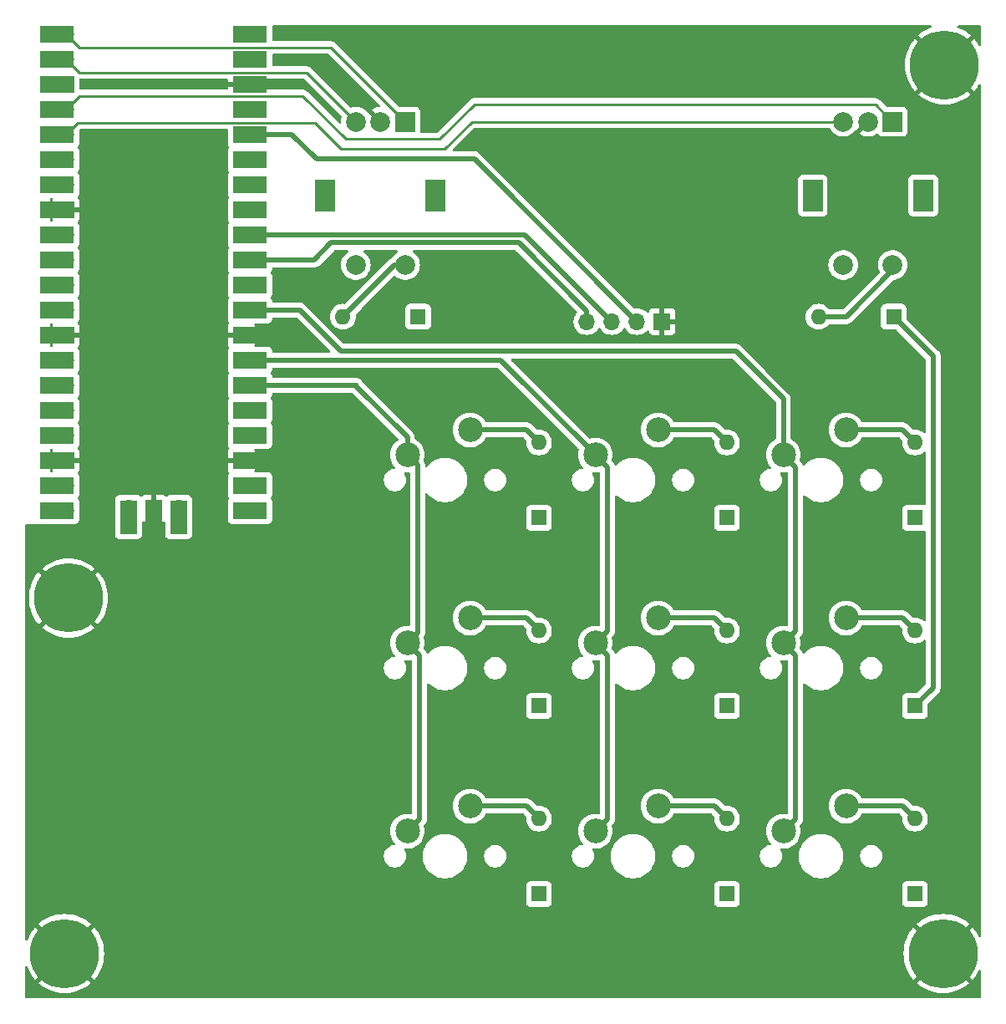
<source format=gbr>
%TF.GenerationSoftware,KiCad,Pcbnew,8.0.6*%
%TF.CreationDate,2025-04-30T12:18:25-07:00*%
%TF.ProjectId,Media_Macro_Controller,4d656469-615f-44d6-9163-726f5f436f6e,rev?*%
%TF.SameCoordinates,Original*%
%TF.FileFunction,Copper,L1,Top*%
%TF.FilePolarity,Positive*%
%FSLAX46Y46*%
G04 Gerber Fmt 4.6, Leading zero omitted, Abs format (unit mm)*
G04 Created by KiCad (PCBNEW 8.0.6) date 2025-04-30 12:18:25*
%MOMM*%
%LPD*%
G01*
G04 APERTURE LIST*
%TA.AperFunction,ComponentPad*%
%ADD10O,1.700000X1.700000*%
%TD*%
%TA.AperFunction,SMDPad,CuDef*%
%ADD11R,3.500000X1.700000*%
%TD*%
%TA.AperFunction,ComponentPad*%
%ADD12R,1.700000X1.700000*%
%TD*%
%TA.AperFunction,SMDPad,CuDef*%
%ADD13R,1.700000X3.500000*%
%TD*%
%TA.AperFunction,ComponentPad*%
%ADD14C,2.500000*%
%TD*%
%TA.AperFunction,ComponentPad*%
%ADD15C,0.800000*%
%TD*%
%TA.AperFunction,ComponentPad*%
%ADD16C,7.000000*%
%TD*%
%TA.AperFunction,ComponentPad*%
%ADD17R,2.000000X2.000000*%
%TD*%
%TA.AperFunction,ComponentPad*%
%ADD18C,2.000000*%
%TD*%
%TA.AperFunction,ComponentPad*%
%ADD19R,2.000000X3.200000*%
%TD*%
%TA.AperFunction,ComponentPad*%
%ADD20R,1.600000X1.600000*%
%TD*%
%TA.AperFunction,ComponentPad*%
%ADD21O,1.600000X1.600000*%
%TD*%
%TA.AperFunction,ViaPad*%
%ADD22C,0.600000*%
%TD*%
%TA.AperFunction,Conductor*%
%ADD23C,0.500000*%
%TD*%
%TA.AperFunction,Conductor*%
%ADD24C,0.250000*%
%TD*%
G04 APERTURE END LIST*
D10*
%TO.P,U2,1,GPIO0*%
%TO.N,/SW1_A*%
X141595000Y-24035000D03*
D11*
X140695000Y-24035000D03*
D10*
%TO.P,U2,2,GPIO1*%
%TO.N,/SW1_B*%
X141595000Y-26575000D03*
D11*
X140695000Y-26575000D03*
D12*
%TO.P,U2,3,GND*%
%TO.N,unconnected-(U2-GND-Pad3)*%
X141595000Y-29115000D03*
D11*
X140695000Y-29115000D03*
D10*
%TO.P,U2,4,GPIO2*%
%TO.N,/SW2_A*%
X141595000Y-31655000D03*
D11*
X140695000Y-31655000D03*
D10*
%TO.P,U2,5,GPIO3*%
%TO.N,/SW2_B*%
X141595000Y-34195000D03*
D11*
X140695000Y-34195000D03*
D10*
%TO.P,U2,6,GPIO4*%
%TO.N,unconnected-(U2-GPIO4-Pad6)*%
X141595000Y-36735000D03*
D11*
X140695000Y-36735000D03*
D10*
%TO.P,U2,7,GPIO5*%
%TO.N,unconnected-(U2-GPIO5-Pad7)_1*%
X141595000Y-39275000D03*
D11*
X140695000Y-39275000D03*
D12*
%TO.P,U2,8,GND*%
%TO.N,/GND*%
X141595000Y-41815000D03*
D11*
X140695000Y-41815000D03*
D10*
%TO.P,U2,9,GPIO6*%
%TO.N,unconnected-(U2-GPIO6-Pad9)*%
X141595000Y-44355000D03*
D11*
X140695000Y-44355000D03*
D10*
%TO.P,U2,10,GPIO7*%
%TO.N,unconnected-(U2-GPIO7-Pad10)*%
X141595000Y-46895000D03*
D11*
X140695000Y-46895000D03*
D10*
%TO.P,U2,11,GPIO8*%
%TO.N,unconnected-(U2-GPIO8-Pad11)_1*%
X141595000Y-49435000D03*
D11*
X140695000Y-49435000D03*
D10*
%TO.P,U2,12,GPIO9*%
%TO.N,unconnected-(U2-GPIO9-Pad12)_1*%
X141595000Y-51975000D03*
D11*
X140695000Y-51975000D03*
D12*
%TO.P,U2,13,GND*%
%TO.N,/GND*%
X141595000Y-54515000D03*
D11*
X140695000Y-54515000D03*
D10*
%TO.P,U2,14,GPIO10*%
%TO.N,unconnected-(U2-GPIO10-Pad14)_1*%
X141595000Y-57055000D03*
D11*
X140695000Y-57055000D03*
D10*
%TO.P,U2,15,GPIO11*%
%TO.N,unconnected-(U2-GPIO11-Pad15)_1*%
X141595000Y-59595000D03*
D11*
X140695000Y-59595000D03*
D10*
%TO.P,U2,16,GPIO12*%
%TO.N,unconnected-(U2-GPIO12-Pad16)*%
X141595000Y-62135000D03*
D11*
X140695000Y-62135000D03*
D10*
%TO.P,U2,17,GPIO13*%
%TO.N,unconnected-(U2-GPIO13-Pad17)_1*%
X141595000Y-64675000D03*
D11*
X140695000Y-64675000D03*
D12*
%TO.P,U2,18,GND*%
%TO.N,/GND*%
X141595000Y-67215000D03*
D11*
X140695000Y-67215000D03*
D10*
%TO.P,U2,19,GPIO14*%
%TO.N,unconnected-(U2-GPIO14-Pad19)*%
X141595000Y-69755000D03*
D11*
X140695000Y-69755000D03*
D10*
%TO.P,U2,20,GPIO15*%
%TO.N,unconnected-(U2-GPIO15-Pad20)*%
X141595000Y-72295000D03*
D11*
X140695000Y-72295000D03*
D10*
%TO.P,U2,21,GPIO16*%
%TO.N,/Row 2*%
X159375000Y-72295000D03*
D11*
X160275000Y-72295000D03*
D10*
%TO.P,U2,22,GPIO17*%
%TO.N,/Row 1*%
X159375000Y-69755000D03*
D11*
X160275000Y-69755000D03*
D12*
%TO.P,U2,23,GND*%
%TO.N,/GND*%
X159375000Y-67215000D03*
D11*
X160275000Y-67215000D03*
D10*
%TO.P,U2,24,GPIO18*%
%TO.N,/Row 0*%
X159375000Y-64675000D03*
D11*
X160275000Y-64675000D03*
D10*
%TO.P,U2,25,GPIO19*%
%TO.N,unconnected-(U2-GPIO19-Pad25)_1*%
X159375000Y-62135000D03*
D11*
X160275000Y-62135000D03*
D10*
%TO.P,U2,26,GPIO20*%
%TO.N,/Column 0*%
X159375000Y-59595000D03*
D11*
X160275000Y-59595000D03*
D10*
%TO.P,U2,27,GPIO21*%
%TO.N,/Column 1*%
X159375000Y-57055000D03*
D11*
X160275000Y-57055000D03*
D12*
%TO.P,U2,28,GND*%
%TO.N,/GND*%
X159375000Y-54515000D03*
D11*
X160275000Y-54515000D03*
D10*
%TO.P,U2,29,GPIO22*%
%TO.N,/Column 2*%
X159375000Y-51975000D03*
D11*
X160275000Y-51975000D03*
D10*
%TO.P,U2,30,RUN*%
%TO.N,unconnected-(U2-RUN-Pad30)_1*%
X159375000Y-49435000D03*
D11*
X160275000Y-49435000D03*
D10*
%TO.P,U2,31,GPIO26_ADC0*%
%TO.N,/SDA*%
X159375000Y-46895000D03*
D11*
X160275000Y-46895000D03*
D10*
%TO.P,U2,32,GPIO27_ADC1*%
%TO.N,/SCL*%
X159375000Y-44355000D03*
D11*
X160275000Y-44355000D03*
D12*
%TO.P,U2,33,AGND*%
%TO.N,unconnected-(U2-AGND-Pad33)*%
X159375000Y-41815000D03*
D11*
X160275000Y-41815000D03*
D10*
%TO.P,U2,34,GPIO28_ADC2*%
%TO.N,unconnected-(U2-GPIO28_ADC2-Pad34)_1*%
X159375000Y-39275000D03*
D11*
X160275000Y-39275000D03*
D10*
%TO.P,U2,35,ADC_VREF*%
%TO.N,unconnected-(U2-ADC_VREF-Pad35)*%
X159375000Y-36735000D03*
D11*
X160275000Y-36735000D03*
D10*
%TO.P,U2,36,3V3*%
%TO.N,/OLED_VCC*%
X159375000Y-34195000D03*
D11*
X160275000Y-34195000D03*
D10*
%TO.P,U2,37,3V3_EN*%
%TO.N,unconnected-(U2-3V3_EN-Pad37)_1*%
X159375000Y-31655000D03*
D11*
X160275000Y-31655000D03*
D12*
%TO.P,U2,38,GND*%
%TO.N,/GND*%
X159375000Y-29115000D03*
D11*
X160275000Y-29115000D03*
D10*
%TO.P,U2,39,VSYS*%
%TO.N,unconnected-(U2-VSYS-Pad39)*%
X159375000Y-26575000D03*
D11*
X160275000Y-26575000D03*
D10*
%TO.P,U2,40,VBUS*%
%TO.N,unconnected-(U2-VBUS-Pad40)_1*%
X159375000Y-24035000D03*
D11*
X160275000Y-24035000D03*
D10*
%TO.P,U2,41,SWCLK*%
%TO.N,unconnected-(U2-SWCLK-Pad41)*%
X147945000Y-72065000D03*
D13*
X147945000Y-72965000D03*
D12*
%TO.P,U2,42,GND*%
%TO.N,/GND*%
X150485000Y-72065000D03*
D13*
X150485000Y-72965000D03*
D10*
%TO.P,U2,43,SWDIO*%
%TO.N,unconnected-(U2-SWDIO-Pad43)_1*%
X153025000Y-72065000D03*
D13*
X153025000Y-72965000D03*
%TD*%
D14*
%TO.P,S3,1,1*%
%TO.N,/Column 2*%
X214312500Y-66675000D03*
%TO.P,S3,2,2*%
%TO.N,Net-(D3-A)*%
X220662500Y-64135000D03*
%TD*%
D15*
%TO.P,H3,1,1*%
%TO.N,/GND*%
X228003845Y-27165000D03*
X228772690Y-25308845D03*
X228772690Y-29021155D03*
X230628845Y-24540000D03*
D16*
X230628845Y-27165000D03*
D15*
X230628845Y-29790000D03*
X232485000Y-25308845D03*
X232485000Y-29021155D03*
X233253845Y-27165000D03*
%TD*%
D14*
%TO.P,S7,1,1*%
%TO.N,/Column 0*%
X176212500Y-104775000D03*
%TO.P,S7,2,2*%
%TO.N,Net-(D7-A)*%
X182562500Y-102235000D03*
%TD*%
%TO.P,S5,1,1*%
%TO.N,/Column 1*%
X195262500Y-85725000D03*
%TO.P,S5,2,2*%
%TO.N,Net-(D5-A)*%
X201612500Y-83185000D03*
%TD*%
D15*
%TO.P,H2,1,1*%
%TO.N,/GND*%
X138860000Y-117165000D03*
X139628845Y-115308845D03*
X139628845Y-119021155D03*
X141485000Y-114540000D03*
D16*
X141485000Y-117165000D03*
D15*
X141485000Y-119790000D03*
X143341155Y-115308845D03*
X143341155Y-119021155D03*
X144110000Y-117165000D03*
%TD*%
D14*
%TO.P,S8,1,1*%
%TO.N,/Column 1*%
X195262500Y-104775000D03*
%TO.P,S8,2,2*%
%TO.N,Net-(D8-A)*%
X201612500Y-102235000D03*
%TD*%
%TO.P,S4,1,1*%
%TO.N,/Column 0*%
X176212500Y-85725000D03*
%TO.P,S4,2,2*%
%TO.N,Net-(D4-A)*%
X182562500Y-83185000D03*
%TD*%
D17*
%TO.P,SW1,A,A*%
%TO.N,/SW1_A*%
X175985000Y-32915000D03*
D18*
%TO.P,SW1,B,B*%
%TO.N,/SW1_B*%
X170985000Y-32915000D03*
%TO.P,SW1,C,C*%
%TO.N,/GND*%
X173485000Y-32915000D03*
D19*
%TO.P,SW1,MP*%
%TO.N,N/C*%
X179085000Y-40415000D03*
X167885000Y-40415000D03*
D18*
%TO.P,SW1,S1,S1*%
%TO.N,/Column 0*%
X170985000Y-47415000D03*
%TO.P,SW1,S2,S2*%
%TO.N,Net-(D11-A)*%
X175985000Y-47415000D03*
%TD*%
D14*
%TO.P,S6,1,1*%
%TO.N,/Column 2*%
X214312500Y-85725000D03*
%TO.P,S6,2,2*%
%TO.N,Net-(D6-A)*%
X220662500Y-83185000D03*
%TD*%
D20*
%TO.P,D10,1,K*%
%TO.N,/Row 1*%
X225485000Y-52665000D03*
D21*
%TO.P,D10,2,A*%
%TO.N,Net-(D10-A)*%
X217865000Y-52665000D03*
%TD*%
D12*
%TO.P,J1,1,GND*%
%TO.N,/GND*%
X202025000Y-53165000D03*
D10*
%TO.P,J1,2,VCC*%
%TO.N,/OLED_VCC*%
X199485000Y-53165000D03*
%TO.P,J1,3,SCL*%
%TO.N,/SCL*%
X196945000Y-53165000D03*
%TO.P,J1,4,SDA*%
%TO.N,/SDA*%
X194405000Y-53165000D03*
%TD*%
D15*
%TO.P,H4,1,1*%
%TO.N,/GND*%
X227860000Y-117165000D03*
X228628845Y-115308845D03*
X228628845Y-119021155D03*
X230485000Y-114540000D03*
D16*
X230485000Y-117165000D03*
D15*
X230485000Y-119790000D03*
X232341155Y-115308845D03*
X232341155Y-119021155D03*
X233110000Y-117165000D03*
%TD*%
D14*
%TO.P,S1,1,1*%
%TO.N,/Column 0*%
X176212500Y-66675000D03*
%TO.P,S1,2,2*%
%TO.N,Net-(D2-A)*%
X182562500Y-64135000D03*
%TD*%
%TO.P,S2,1,1*%
%TO.N,/Column 1*%
X195262500Y-66675000D03*
%TO.P,S2,2,2*%
%TO.N,Net-(D1-A)*%
X201612500Y-64135000D03*
%TD*%
%TO.P,S9,1,1*%
%TO.N,/Column 2*%
X214312500Y-104775000D03*
%TO.P,S9,2,2*%
%TO.N,Net-(D9-A)*%
X220662500Y-102235000D03*
%TD*%
D20*
%TO.P,D11,1,K*%
%TO.N,/Row 0*%
X177295000Y-52665000D03*
D21*
%TO.P,D11,2,A*%
%TO.N,Net-(D11-A)*%
X169675000Y-52665000D03*
%TD*%
D17*
%TO.P,SW2,A,A*%
%TO.N,/SW2_A*%
X225385000Y-32915000D03*
D18*
%TO.P,SW2,B,B*%
%TO.N,/SW2_B*%
X220385000Y-32915000D03*
%TO.P,SW2,C,C*%
%TO.N,/GND*%
X222885000Y-32915000D03*
D19*
%TO.P,SW2,MP*%
%TO.N,N/C*%
X228485000Y-40415000D03*
X217285000Y-40415000D03*
D18*
%TO.P,SW2,S1,S1*%
%TO.N,/Column 1*%
X220385000Y-47415000D03*
%TO.P,SW2,S2,S2*%
%TO.N,Net-(D10-A)*%
X225385000Y-47415000D03*
%TD*%
D15*
%TO.P,H1,1,1*%
%TO.N,/GND*%
X139235000Y-81165000D03*
X140003845Y-79308845D03*
X140003845Y-83021155D03*
X141860000Y-78540000D03*
D16*
X141860000Y-81165000D03*
D15*
X141860000Y-83790000D03*
X143716155Y-79308845D03*
X143716155Y-83021155D03*
X144485000Y-81165000D03*
%TD*%
D20*
%TO.P,D1,1,K*%
%TO.N,/Row 0*%
X208597500Y-73025000D03*
D21*
%TO.P,D1,2,A*%
%TO.N,Net-(D1-A)*%
X208597500Y-65405000D03*
%TD*%
D20*
%TO.P,D4,1,K*%
%TO.N,/Row 1*%
X189547500Y-92075000D03*
D21*
%TO.P,D4,2,A*%
%TO.N,Net-(D4-A)*%
X189547500Y-84455000D03*
%TD*%
D20*
%TO.P,D7,1,K*%
%TO.N,/Row 2*%
X189547500Y-111125000D03*
D21*
%TO.P,D7,2,A*%
%TO.N,Net-(D7-A)*%
X189547500Y-103505000D03*
%TD*%
D20*
%TO.P,D8,1,K*%
%TO.N,/Row 2*%
X208597500Y-111125000D03*
D21*
%TO.P,D8,2,A*%
%TO.N,Net-(D8-A)*%
X208597500Y-103505000D03*
%TD*%
D20*
%TO.P,D5,1,K*%
%TO.N,/Row 1*%
X208597500Y-92075000D03*
D21*
%TO.P,D5,2,A*%
%TO.N,Net-(D5-A)*%
X208597500Y-84455000D03*
%TD*%
D20*
%TO.P,D2,1,K*%
%TO.N,/Row 0*%
X189547500Y-73025000D03*
D21*
%TO.P,D2,2,A*%
%TO.N,Net-(D2-A)*%
X189547500Y-65405000D03*
%TD*%
D20*
%TO.P,D9,1,K*%
%TO.N,/Row 2*%
X227647500Y-111125000D03*
D21*
%TO.P,D9,2,A*%
%TO.N,Net-(D9-A)*%
X227647500Y-103505000D03*
%TD*%
D20*
%TO.P,D6,1,K*%
%TO.N,/Row 1*%
X227647500Y-92075000D03*
D21*
%TO.P,D6,2,A*%
%TO.N,Net-(D6-A)*%
X227647500Y-84455000D03*
%TD*%
D20*
%TO.P,D3,1,K*%
%TO.N,/Row 0*%
X227647500Y-73025000D03*
D21*
%TO.P,D3,2,A*%
%TO.N,Net-(D3-A)*%
X227647500Y-65405000D03*
%TD*%
D22*
%TO.N,/GND*%
X232029000Y-57480200D03*
X232511600Y-84683600D03*
X173329600Y-46863000D03*
X163830000Y-29133800D03*
X163626800Y-26644600D03*
X170637200Y-30149800D03*
X178435000Y-113665000D03*
X203835000Y-113665000D03*
X222885000Y-113665000D03*
X229235000Y-100965000D03*
X210185000Y-94615000D03*
X191135000Y-100965000D03*
X203835000Y-75565000D03*
X210185000Y-81915000D03*
X153035000Y-37465000D03*
X146685000Y-50165000D03*
X153035000Y-62865000D03*
X165735000Y-62865000D03*
X184785000Y-50165000D03*
X165735000Y-50165000D03*
X222885000Y-56515000D03*
X229235000Y-50165000D03*
X178435000Y-24765000D03*
X203835000Y-24765000D03*
X203835000Y-43815000D03*
X146685000Y-107315000D03*
X165735000Y-107315000D03*
X165735000Y-88265000D03*
X153035000Y-81915000D03*
%TO.N,/Column 0*%
X170985000Y-59665000D03*
%TD*%
D23*
%TO.N,Net-(D1-A)*%
X207327500Y-64135000D02*
X208597500Y-65405000D01*
X201612500Y-64135000D02*
X207327500Y-64135000D01*
%TO.N,Net-(D2-A)*%
X188277500Y-64135000D02*
X189547500Y-65405000D01*
X182562500Y-64135000D02*
X188277500Y-64135000D01*
%TO.N,Net-(D3-A)*%
X220662500Y-64135000D02*
X226377500Y-64135000D01*
X226377500Y-64135000D02*
X227647500Y-65405000D01*
%TO.N,Net-(D4-A)*%
X188277500Y-83185000D02*
X189547500Y-84455000D01*
X182562500Y-83185000D02*
X188277500Y-83185000D01*
%TO.N,/Row 1*%
X229485000Y-90237500D02*
X227647500Y-92075000D01*
X229485000Y-56665000D02*
X229485000Y-90237500D01*
X225485000Y-52665000D02*
X229485000Y-56665000D01*
%TO.N,/Column 0*%
X177462499Y-103525001D02*
X176212500Y-104775000D01*
X177235000Y-84702500D02*
X176212500Y-85725000D01*
X177462499Y-86974999D02*
X177462499Y-103525001D01*
X170915000Y-59595000D02*
X176212500Y-64892500D01*
X176212500Y-66675000D02*
X177235000Y-67697500D01*
X177235000Y-67697500D02*
X177235000Y-84702500D01*
X176212500Y-64892500D02*
X176212500Y-66675000D01*
X159375000Y-59595000D02*
X170915000Y-59595000D01*
X176212500Y-85725000D02*
X177462499Y-86974999D01*
%TO.N,/Column 1*%
X196512499Y-67924999D02*
X196512499Y-84475001D01*
X195262500Y-66675000D02*
X185642500Y-57055000D01*
X196512499Y-86974999D02*
X196512499Y-103525001D01*
X196512499Y-84475001D02*
X195262500Y-85725000D01*
X195262500Y-66675000D02*
X196512499Y-67924999D01*
X185642500Y-57055000D02*
X159375000Y-57055000D01*
X196512499Y-103525001D02*
X195262500Y-104775000D01*
X195262500Y-85725000D02*
X196512499Y-86974999D01*
%TO.N,Net-(D10-A)*%
X217865000Y-52665000D02*
X220675000Y-52665000D01*
X225385000Y-47955000D02*
X225385000Y-47415000D01*
X220675000Y-52665000D02*
X225385000Y-47955000D01*
%TO.N,Net-(D11-A)*%
X174925000Y-47415000D02*
X175985000Y-47415000D01*
X169675000Y-52665000D02*
X174925000Y-47415000D01*
%TO.N,Net-(D5-A)*%
X207327500Y-83185000D02*
X208597500Y-84455000D01*
X201612500Y-83185000D02*
X207327500Y-83185000D01*
%TO.N,Net-(D6-A)*%
X220662500Y-83185000D02*
X226377500Y-83185000D01*
X226377500Y-83185000D02*
X227647500Y-84455000D01*
%TO.N,Net-(D7-A)*%
X182562500Y-102235000D02*
X188277500Y-102235000D01*
X188277500Y-102235000D02*
X189547500Y-103505000D01*
%TO.N,Net-(D8-A)*%
X207327500Y-102235000D02*
X208597500Y-103505000D01*
X201612500Y-102235000D02*
X207327500Y-102235000D01*
%TO.N,Net-(D9-A)*%
X226377500Y-102235000D02*
X227647500Y-103505000D01*
X220662500Y-102235000D02*
X226377500Y-102235000D01*
%TO.N,/OLED_VCC*%
X199485000Y-53165000D02*
X182985000Y-36665000D01*
X164515000Y-34195000D02*
X159375000Y-34195000D01*
X182985000Y-36665000D02*
X166985000Y-36665000D01*
X166985000Y-36665000D02*
X164515000Y-34195000D01*
%TO.N,/SDA*%
X187485000Y-45165000D02*
X168485000Y-45165000D01*
X168485000Y-45165000D02*
X166755000Y-46895000D01*
X194405000Y-52085000D02*
X187485000Y-45165000D01*
X194405000Y-53165000D02*
X194405000Y-52085000D01*
X166755000Y-46895000D02*
X159375000Y-46895000D01*
%TO.N,/SCL*%
X196945000Y-53165000D02*
X188135000Y-44355000D01*
X188135000Y-44355000D02*
X159375000Y-44355000D01*
%TO.N,/Column 2*%
X214312500Y-60992500D02*
X214312500Y-66675000D01*
X159375000Y-51975000D02*
X165295000Y-51975000D01*
X214312500Y-66675000D02*
X215562499Y-67924999D01*
X165295000Y-51975000D02*
X169485000Y-56165000D01*
X169485000Y-56165000D02*
X209485000Y-56165000D01*
X215562499Y-103525001D02*
X214312500Y-104775000D01*
X214312500Y-85725000D02*
X215562499Y-86974999D01*
X215562499Y-86974999D02*
X215562499Y-103525001D01*
X215562499Y-67924999D02*
X215562499Y-84475001D01*
X209485000Y-56165000D02*
X214312500Y-60992500D01*
X215562499Y-84475001D02*
X214312500Y-85725000D01*
D24*
%TO.N,/SW1_B*%
X166010000Y-27940000D02*
X142960000Y-27940000D01*
X142960000Y-27940000D02*
X141595000Y-26575000D01*
X170985000Y-32915000D02*
X166010000Y-27940000D01*
%TO.N,/SW1_A*%
X142960000Y-25400000D02*
X141595000Y-24035000D01*
X175985000Y-32915000D02*
X168470000Y-25400000D01*
X168470000Y-25400000D02*
X142960000Y-25400000D01*
%TO.N,/SW2_B*%
X220385000Y-32915000D02*
X182735000Y-32915000D01*
X179985000Y-35665000D02*
X169485000Y-35665000D01*
X182735000Y-32915000D02*
X179985000Y-35665000D01*
X169485000Y-35665000D02*
X166840000Y-33020000D01*
X142770000Y-33020000D02*
X141595000Y-34195000D01*
X166840000Y-33020000D02*
X142770000Y-33020000D01*
%TO.N,/SW2_A*%
X179485000Y-34665000D02*
X169985000Y-34665000D01*
X182985000Y-31165000D02*
X179485000Y-34665000D01*
X169985000Y-34665000D02*
X165610000Y-30290000D01*
X223635000Y-31165000D02*
X182985000Y-31165000D01*
X165610000Y-30290000D02*
X142960000Y-30290000D01*
X225385000Y-32915000D02*
X223635000Y-31165000D01*
X142960000Y-30290000D02*
X141595000Y-31655000D01*
%TD*%
%TA.AperFunction,Conductor*%
%TO.N,/GND*%
G36*
X229285790Y-23185185D02*
G01*
X229331545Y-23237989D01*
X229341489Y-23307147D01*
X229312464Y-23370703D01*
X229260525Y-23406251D01*
X229096285Y-23465016D01*
X229096269Y-23465023D01*
X228740980Y-23633062D01*
X228403886Y-23835109D01*
X228088213Y-24069228D01*
X227982467Y-24165069D01*
X229580779Y-25763381D01*
X229472514Y-25846457D01*
X229310302Y-26008669D01*
X229227226Y-26116934D01*
X227628914Y-24518622D01*
X227533073Y-24624368D01*
X227298954Y-24940041D01*
X227096907Y-25277135D01*
X226928868Y-25632424D01*
X226928861Y-25632440D01*
X226796470Y-26002450D01*
X226700974Y-26383691D01*
X226643306Y-26772449D01*
X226624021Y-27165000D01*
X226643306Y-27557550D01*
X226700974Y-27946308D01*
X226796470Y-28327549D01*
X226928861Y-28697559D01*
X226928868Y-28697575D01*
X227096907Y-29052864D01*
X227298954Y-29389958D01*
X227533073Y-29705632D01*
X227628913Y-29811376D01*
X227628914Y-29811376D01*
X229227226Y-28213064D01*
X229310302Y-28321331D01*
X229472514Y-28483543D01*
X229580779Y-28566617D01*
X227982467Y-30164929D01*
X227982467Y-30164930D01*
X228088212Y-30260771D01*
X228403886Y-30494890D01*
X228740980Y-30696937D01*
X229096269Y-30864976D01*
X229096285Y-30864983D01*
X229466295Y-30997374D01*
X229847536Y-31092870D01*
X230236294Y-31150538D01*
X230628845Y-31169823D01*
X231021395Y-31150538D01*
X231410153Y-31092870D01*
X231791394Y-30997374D01*
X232161404Y-30864983D01*
X232161420Y-30864976D01*
X232516709Y-30696937D01*
X232853803Y-30494890D01*
X233169477Y-30260770D01*
X233275221Y-30164929D01*
X231676910Y-28566618D01*
X231785176Y-28483543D01*
X231947388Y-28321331D01*
X232030463Y-28213065D01*
X233628774Y-29811376D01*
X233724615Y-29705632D01*
X233958735Y-29389958D01*
X234102282Y-29150465D01*
X234153631Y-29103084D01*
X234222445Y-29090985D01*
X234286876Y-29118011D01*
X234326468Y-29175580D01*
X234332640Y-29214214D01*
X234332640Y-115392435D01*
X234312955Y-115459474D01*
X234260151Y-115505229D01*
X234190993Y-115515173D01*
X234127437Y-115486148D01*
X234096545Y-115445452D01*
X234016937Y-115277135D01*
X233814890Y-114940041D01*
X233580771Y-114624367D01*
X233484930Y-114518622D01*
X233484929Y-114518622D01*
X231886617Y-116116934D01*
X231803543Y-116008669D01*
X231641331Y-115846457D01*
X231533065Y-115763381D01*
X233131376Y-114165069D01*
X233131376Y-114165068D01*
X233025632Y-114069228D01*
X232709958Y-113835109D01*
X232372864Y-113633062D01*
X232017575Y-113465023D01*
X232017559Y-113465016D01*
X231647549Y-113332625D01*
X231266308Y-113237129D01*
X230877550Y-113179461D01*
X230485000Y-113160176D01*
X230092449Y-113179461D01*
X229703691Y-113237129D01*
X229322450Y-113332625D01*
X228952440Y-113465016D01*
X228952424Y-113465023D01*
X228597135Y-113633062D01*
X228260041Y-113835109D01*
X227944368Y-114069228D01*
X227838622Y-114165069D01*
X229436934Y-115763381D01*
X229328669Y-115846457D01*
X229166457Y-116008669D01*
X229083381Y-116116934D01*
X227485069Y-114518622D01*
X227389228Y-114624368D01*
X227155109Y-114940041D01*
X226953062Y-115277135D01*
X226785023Y-115632424D01*
X226785016Y-115632440D01*
X226652625Y-116002450D01*
X226557129Y-116383691D01*
X226499461Y-116772449D01*
X226480176Y-117165000D01*
X226499461Y-117557550D01*
X226557129Y-117946308D01*
X226652625Y-118327549D01*
X226785016Y-118697559D01*
X226785023Y-118697575D01*
X226953062Y-119052864D01*
X227155109Y-119389958D01*
X227389228Y-119705632D01*
X227485068Y-119811376D01*
X227485069Y-119811376D01*
X229083381Y-118213064D01*
X229166457Y-118321331D01*
X229328669Y-118483543D01*
X229436934Y-118566617D01*
X227838622Y-120164929D01*
X227838622Y-120164930D01*
X227944367Y-120260771D01*
X228260041Y-120494890D01*
X228597135Y-120696937D01*
X228952424Y-120864976D01*
X228952440Y-120864983D01*
X229322450Y-120997374D01*
X229703691Y-121092870D01*
X230092449Y-121150538D01*
X230485000Y-121169823D01*
X230877550Y-121150538D01*
X231266308Y-121092870D01*
X231647549Y-120997374D01*
X232017559Y-120864983D01*
X232017575Y-120864976D01*
X232372864Y-120696937D01*
X232709958Y-120494890D01*
X233025632Y-120260770D01*
X233131376Y-120164929D01*
X231533065Y-118566618D01*
X231641331Y-118483543D01*
X231803543Y-118321331D01*
X231886618Y-118213065D01*
X233484929Y-119811376D01*
X233580770Y-119705632D01*
X233814890Y-119389958D01*
X234016936Y-119052864D01*
X234096545Y-118884547D01*
X234143003Y-118832361D01*
X234210300Y-118813575D01*
X234277070Y-118834155D01*
X234322114Y-118887567D01*
X234332640Y-118937564D01*
X234332640Y-121588640D01*
X234312955Y-121655679D01*
X234260151Y-121701434D01*
X234208640Y-121712640D01*
X137609500Y-121712640D01*
X137542461Y-121692955D01*
X137496706Y-121640151D01*
X137485500Y-121588640D01*
X137485500Y-118575093D01*
X137505185Y-118508054D01*
X137557989Y-118462299D01*
X137627147Y-118452355D01*
X137690703Y-118481380D01*
X137726252Y-118533319D01*
X137785023Y-118697576D01*
X137953062Y-119052864D01*
X138155109Y-119389958D01*
X138389228Y-119705632D01*
X138485068Y-119811376D01*
X138485069Y-119811376D01*
X140083380Y-118213064D01*
X140166457Y-118321331D01*
X140328669Y-118483543D01*
X140436934Y-118566617D01*
X138838622Y-120164929D01*
X138838622Y-120164930D01*
X138944367Y-120260771D01*
X139260041Y-120494890D01*
X139597135Y-120696937D01*
X139952424Y-120864976D01*
X139952440Y-120864983D01*
X140322450Y-120997374D01*
X140703691Y-121092870D01*
X141092449Y-121150538D01*
X141485000Y-121169823D01*
X141877550Y-121150538D01*
X142266308Y-121092870D01*
X142647549Y-120997374D01*
X143017559Y-120864983D01*
X143017575Y-120864976D01*
X143372864Y-120696937D01*
X143709958Y-120494890D01*
X144025632Y-120260770D01*
X144131376Y-120164929D01*
X142533065Y-118566618D01*
X142641331Y-118483543D01*
X142803543Y-118321331D01*
X142886618Y-118213065D01*
X144484929Y-119811376D01*
X144580770Y-119705632D01*
X144814890Y-119389958D01*
X145016937Y-119052864D01*
X145184976Y-118697575D01*
X145184983Y-118697559D01*
X145317374Y-118327549D01*
X145412870Y-117946308D01*
X145470538Y-117557550D01*
X145489823Y-117165000D01*
X145470538Y-116772449D01*
X145412870Y-116383691D01*
X145317374Y-116002450D01*
X145184983Y-115632440D01*
X145184976Y-115632424D01*
X145016937Y-115277135D01*
X144814890Y-114940041D01*
X144580771Y-114624367D01*
X144484930Y-114518622D01*
X144484929Y-114518622D01*
X142886617Y-116116934D01*
X142803543Y-116008669D01*
X142641331Y-115846457D01*
X142533065Y-115763381D01*
X144131376Y-114165069D01*
X144131376Y-114165068D01*
X144025632Y-114069228D01*
X143709958Y-113835109D01*
X143372864Y-113633062D01*
X143017575Y-113465023D01*
X143017559Y-113465016D01*
X142647549Y-113332625D01*
X142266308Y-113237129D01*
X141877550Y-113179461D01*
X141485000Y-113160176D01*
X141092449Y-113179461D01*
X140703691Y-113237129D01*
X140322450Y-113332625D01*
X139952440Y-113465016D01*
X139952424Y-113465023D01*
X139597135Y-113633062D01*
X139260041Y-113835109D01*
X138944368Y-114069228D01*
X138838622Y-114165069D01*
X140436934Y-115763381D01*
X140328669Y-115846457D01*
X140166457Y-116008669D01*
X140083381Y-116116934D01*
X138485069Y-114518622D01*
X138389228Y-114624368D01*
X138155109Y-114940041D01*
X137953062Y-115277135D01*
X137785023Y-115632424D01*
X137785016Y-115632440D01*
X137726251Y-115796680D01*
X137685133Y-115853169D01*
X137620001Y-115878461D01*
X137551535Y-115864524D01*
X137501473Y-115815784D01*
X137485500Y-115754906D01*
X137485500Y-110277135D01*
X188247000Y-110277135D01*
X188247000Y-111972870D01*
X188247001Y-111972876D01*
X188253408Y-112032483D01*
X188303702Y-112167328D01*
X188303706Y-112167335D01*
X188389952Y-112282544D01*
X188389955Y-112282547D01*
X188505164Y-112368793D01*
X188505171Y-112368797D01*
X188640017Y-112419091D01*
X188640016Y-112419091D01*
X188646944Y-112419835D01*
X188699627Y-112425500D01*
X190395372Y-112425499D01*
X190454983Y-112419091D01*
X190589831Y-112368796D01*
X190705046Y-112282546D01*
X190791296Y-112167331D01*
X190841591Y-112032483D01*
X190848000Y-111972873D01*
X190847999Y-110277135D01*
X207297000Y-110277135D01*
X207297000Y-111972870D01*
X207297001Y-111972876D01*
X207303408Y-112032483D01*
X207353702Y-112167328D01*
X207353706Y-112167335D01*
X207439952Y-112282544D01*
X207439955Y-112282547D01*
X207555164Y-112368793D01*
X207555171Y-112368797D01*
X207690017Y-112419091D01*
X207690016Y-112419091D01*
X207696944Y-112419835D01*
X207749627Y-112425500D01*
X209445372Y-112425499D01*
X209504983Y-112419091D01*
X209639831Y-112368796D01*
X209755046Y-112282546D01*
X209841296Y-112167331D01*
X209891591Y-112032483D01*
X209898000Y-111972873D01*
X209897999Y-110277135D01*
X226347000Y-110277135D01*
X226347000Y-111972870D01*
X226347001Y-111972876D01*
X226353408Y-112032483D01*
X226403702Y-112167328D01*
X226403706Y-112167335D01*
X226489952Y-112282544D01*
X226489955Y-112282547D01*
X226605164Y-112368793D01*
X226605171Y-112368797D01*
X226740017Y-112419091D01*
X226740016Y-112419091D01*
X226746944Y-112419835D01*
X226799627Y-112425500D01*
X228495372Y-112425499D01*
X228554983Y-112419091D01*
X228689831Y-112368796D01*
X228805046Y-112282546D01*
X228891296Y-112167331D01*
X228941591Y-112032483D01*
X228948000Y-111972873D01*
X228947999Y-110277128D01*
X228941591Y-110217517D01*
X228891296Y-110082669D01*
X228891295Y-110082668D01*
X228891293Y-110082664D01*
X228805047Y-109967455D01*
X228805044Y-109967452D01*
X228689835Y-109881206D01*
X228689828Y-109881202D01*
X228554982Y-109830908D01*
X228554983Y-109830908D01*
X228495383Y-109824501D01*
X228495381Y-109824500D01*
X228495373Y-109824500D01*
X228495364Y-109824500D01*
X226799629Y-109824500D01*
X226799623Y-109824501D01*
X226740016Y-109830908D01*
X226605171Y-109881202D01*
X226605164Y-109881206D01*
X226489955Y-109967452D01*
X226489952Y-109967455D01*
X226403706Y-110082664D01*
X226403702Y-110082671D01*
X226353408Y-110217517D01*
X226347001Y-110277116D01*
X226347001Y-110277123D01*
X226347000Y-110277135D01*
X209897999Y-110277135D01*
X209897999Y-110277128D01*
X209891591Y-110217517D01*
X209841296Y-110082669D01*
X209841295Y-110082668D01*
X209841293Y-110082664D01*
X209755047Y-109967455D01*
X209755044Y-109967452D01*
X209639835Y-109881206D01*
X209639828Y-109881202D01*
X209504982Y-109830908D01*
X209504983Y-109830908D01*
X209445383Y-109824501D01*
X209445381Y-109824500D01*
X209445373Y-109824500D01*
X209445364Y-109824500D01*
X207749629Y-109824500D01*
X207749623Y-109824501D01*
X207690016Y-109830908D01*
X207555171Y-109881202D01*
X207555164Y-109881206D01*
X207439955Y-109967452D01*
X207439952Y-109967455D01*
X207353706Y-110082664D01*
X207353702Y-110082671D01*
X207303408Y-110217517D01*
X207297001Y-110277116D01*
X207297001Y-110277123D01*
X207297000Y-110277135D01*
X190847999Y-110277135D01*
X190847999Y-110277128D01*
X190841591Y-110217517D01*
X190791296Y-110082669D01*
X190791295Y-110082668D01*
X190791293Y-110082664D01*
X190705047Y-109967455D01*
X190705044Y-109967452D01*
X190589835Y-109881206D01*
X190589828Y-109881202D01*
X190454982Y-109830908D01*
X190454983Y-109830908D01*
X190395383Y-109824501D01*
X190395381Y-109824500D01*
X190395373Y-109824500D01*
X190395364Y-109824500D01*
X188699629Y-109824500D01*
X188699623Y-109824501D01*
X188640016Y-109830908D01*
X188505171Y-109881202D01*
X188505164Y-109881206D01*
X188389955Y-109967452D01*
X188389952Y-109967455D01*
X188303706Y-110082664D01*
X188303702Y-110082671D01*
X188253408Y-110217517D01*
X188247001Y-110277116D01*
X188247001Y-110277123D01*
X188247000Y-110277135D01*
X137485500Y-110277135D01*
X137485500Y-81165000D01*
X137855176Y-81165000D01*
X137874461Y-81557550D01*
X137932129Y-81946308D01*
X138027625Y-82327549D01*
X138160016Y-82697559D01*
X138160023Y-82697575D01*
X138328062Y-83052864D01*
X138530109Y-83389958D01*
X138764228Y-83705632D01*
X138860068Y-83811376D01*
X138860069Y-83811376D01*
X140458381Y-82213064D01*
X140541457Y-82321331D01*
X140703669Y-82483543D01*
X140811934Y-82566617D01*
X139213622Y-84164929D01*
X139213622Y-84164930D01*
X139319367Y-84260771D01*
X139635041Y-84494890D01*
X139972135Y-84696937D01*
X140327424Y-84864976D01*
X140327440Y-84864983D01*
X140697450Y-84997374D01*
X141078691Y-85092870D01*
X141467449Y-85150538D01*
X141860000Y-85169823D01*
X142252550Y-85150538D01*
X142641308Y-85092870D01*
X143022549Y-84997374D01*
X143392559Y-84864983D01*
X143392575Y-84864976D01*
X143747864Y-84696937D01*
X144084958Y-84494890D01*
X144400632Y-84260770D01*
X144506376Y-84164929D01*
X142908065Y-82566618D01*
X143016331Y-82483543D01*
X143178543Y-82321331D01*
X143261618Y-82213065D01*
X144859929Y-83811376D01*
X144955770Y-83705632D01*
X145189890Y-83389958D01*
X145391937Y-83052864D01*
X145559976Y-82697575D01*
X145559983Y-82697559D01*
X145692374Y-82327549D01*
X145787870Y-81946308D01*
X145845538Y-81557550D01*
X145864823Y-81165000D01*
X145845538Y-80772449D01*
X145787870Y-80383691D01*
X145692374Y-80002450D01*
X145559983Y-79632440D01*
X145559976Y-79632424D01*
X145391937Y-79277135D01*
X145189890Y-78940041D01*
X144955771Y-78624367D01*
X144859930Y-78518622D01*
X144859929Y-78518622D01*
X143261617Y-80116934D01*
X143178543Y-80008669D01*
X143016331Y-79846457D01*
X142908065Y-79763381D01*
X144506376Y-78165069D01*
X144506376Y-78165068D01*
X144400632Y-78069228D01*
X144084958Y-77835109D01*
X143747864Y-77633062D01*
X143392575Y-77465023D01*
X143392559Y-77465016D01*
X143022549Y-77332625D01*
X142641308Y-77237129D01*
X142252550Y-77179461D01*
X141860000Y-77160176D01*
X141467449Y-77179461D01*
X141078691Y-77237129D01*
X140697450Y-77332625D01*
X140327440Y-77465016D01*
X140327424Y-77465023D01*
X139972135Y-77633062D01*
X139635041Y-77835109D01*
X139319368Y-78069228D01*
X139213622Y-78165069D01*
X140811934Y-79763381D01*
X140703669Y-79846457D01*
X140541457Y-80008669D01*
X140458381Y-80116934D01*
X138860069Y-78518622D01*
X138764228Y-78624368D01*
X138530109Y-78940041D01*
X138328062Y-79277135D01*
X138160023Y-79632424D01*
X138160016Y-79632440D01*
X138027625Y-80002450D01*
X137932129Y-80383691D01*
X137874461Y-80772449D01*
X137855176Y-81165000D01*
X137485500Y-81165000D01*
X137485500Y-73789000D01*
X137505185Y-73721961D01*
X137557989Y-73676206D01*
X137609500Y-73665000D01*
X139998982Y-73665000D01*
X140029505Y-73648333D01*
X140055863Y-73645499D01*
X141530612Y-73645499D01*
X141541420Y-73645971D01*
X141594999Y-73650659D01*
X141595000Y-73650659D01*
X141595001Y-73650659D01*
X141648580Y-73645971D01*
X141659388Y-73645499D01*
X142492871Y-73645499D01*
X142492872Y-73645499D01*
X142552483Y-73639091D01*
X142687331Y-73588796D01*
X142802546Y-73502546D01*
X142888796Y-73387331D01*
X142939091Y-73252483D01*
X142945500Y-73192873D01*
X142945499Y-72359383D01*
X142945971Y-72348576D01*
X142950659Y-72295000D01*
X142950659Y-72294999D01*
X142945971Y-72241421D01*
X142945499Y-72230613D01*
X142945499Y-72064997D01*
X146589341Y-72064997D01*
X146589341Y-72065001D01*
X146594028Y-72118574D01*
X146594500Y-72129381D01*
X146594500Y-74762870D01*
X146594501Y-74762876D01*
X146600908Y-74822483D01*
X146651202Y-74957328D01*
X146651206Y-74957335D01*
X146737452Y-75072544D01*
X146737455Y-75072547D01*
X146852664Y-75158793D01*
X146852671Y-75158797D01*
X146987517Y-75209091D01*
X146987516Y-75209091D01*
X146994444Y-75209835D01*
X147047127Y-75215500D01*
X148842872Y-75215499D01*
X148902483Y-75209091D01*
X149037331Y-75158796D01*
X149152546Y-75072546D01*
X149238796Y-74957331D01*
X149289091Y-74822483D01*
X149295500Y-74762873D01*
X149295499Y-73500611D01*
X149315184Y-73433574D01*
X149367987Y-73387819D01*
X149437146Y-73377875D01*
X149462834Y-73384432D01*
X149527619Y-73408596D01*
X149527627Y-73408598D01*
X149587155Y-73414999D01*
X149587172Y-73415000D01*
X150235000Y-73415000D01*
X150235000Y-72509560D01*
X150288147Y-72540245D01*
X150417857Y-72575000D01*
X150552143Y-72575000D01*
X150681853Y-72540245D01*
X150735000Y-72509560D01*
X150735000Y-73415000D01*
X151382828Y-73415000D01*
X151382844Y-73414999D01*
X151442372Y-73408598D01*
X151442376Y-73408597D01*
X151507166Y-73384432D01*
X151576858Y-73379448D01*
X151638181Y-73412932D01*
X151671666Y-73474255D01*
X151674500Y-73500614D01*
X151674500Y-74762870D01*
X151674501Y-74762876D01*
X151680908Y-74822483D01*
X151731202Y-74957328D01*
X151731206Y-74957335D01*
X151817452Y-75072544D01*
X151817455Y-75072547D01*
X151932664Y-75158793D01*
X151932671Y-75158797D01*
X152067517Y-75209091D01*
X152067516Y-75209091D01*
X152074444Y-75209835D01*
X152127127Y-75215500D01*
X153922872Y-75215499D01*
X153982483Y-75209091D01*
X154117331Y-75158796D01*
X154232546Y-75072546D01*
X154318796Y-74957331D01*
X154369091Y-74822483D01*
X154375500Y-74762873D01*
X154375499Y-72129381D01*
X154375971Y-72118578D01*
X154380659Y-72065000D01*
X154380659Y-72064999D01*
X154375971Y-72011418D01*
X154375499Y-72000610D01*
X154375499Y-71167129D01*
X154375498Y-71167123D01*
X154375497Y-71167116D01*
X154369091Y-71107517D01*
X154366030Y-71099311D01*
X154318797Y-70972671D01*
X154318793Y-70972664D01*
X154232547Y-70857455D01*
X154232544Y-70857452D01*
X154117335Y-70771206D01*
X154117328Y-70771202D01*
X153982482Y-70720908D01*
X153982483Y-70720908D01*
X153922883Y-70714501D01*
X153922881Y-70714500D01*
X153922873Y-70714500D01*
X153922865Y-70714500D01*
X153089383Y-70714500D01*
X153078576Y-70714028D01*
X153025002Y-70709341D01*
X153024999Y-70709341D01*
X152989865Y-70712414D01*
X152971421Y-70714028D01*
X152960616Y-70714500D01*
X152127129Y-70714500D01*
X152127123Y-70714501D01*
X152067516Y-70720908D01*
X151932671Y-70771202D01*
X151932669Y-70771204D01*
X151828894Y-70848890D01*
X151763430Y-70873307D01*
X151695157Y-70858456D01*
X151680272Y-70848890D01*
X151577088Y-70771646D01*
X151577086Y-70771645D01*
X151442379Y-70721403D01*
X151442372Y-70721401D01*
X151382844Y-70715000D01*
X150735000Y-70715000D01*
X150735000Y-71620439D01*
X150681853Y-71589755D01*
X150552143Y-71555000D01*
X150417857Y-71555000D01*
X150288147Y-71589755D01*
X150235000Y-71620439D01*
X150235000Y-70715000D01*
X149587155Y-70715000D01*
X149527627Y-70721401D01*
X149527620Y-70721403D01*
X149392913Y-70771645D01*
X149392910Y-70771647D01*
X149289727Y-70848890D01*
X149224262Y-70873307D01*
X149155989Y-70858455D01*
X149141105Y-70848889D01*
X149037335Y-70771206D01*
X149037328Y-70771202D01*
X148902482Y-70720908D01*
X148902483Y-70720908D01*
X148842883Y-70714501D01*
X148842881Y-70714500D01*
X148842873Y-70714500D01*
X148842865Y-70714500D01*
X148009383Y-70714500D01*
X147998576Y-70714028D01*
X147945002Y-70709341D01*
X147944999Y-70709341D01*
X147909865Y-70712414D01*
X147891421Y-70714028D01*
X147880616Y-70714500D01*
X147047129Y-70714500D01*
X147047123Y-70714501D01*
X146987516Y-70720908D01*
X146852671Y-70771202D01*
X146852664Y-70771206D01*
X146737455Y-70857452D01*
X146737452Y-70857455D01*
X146651206Y-70972664D01*
X146651202Y-70972671D01*
X146600908Y-71107517D01*
X146594501Y-71167116D01*
X146594501Y-71167123D01*
X146594500Y-71167135D01*
X146594500Y-72000618D01*
X146594028Y-72011425D01*
X146589341Y-72064997D01*
X142945499Y-72064997D01*
X142945499Y-71397129D01*
X142945498Y-71397123D01*
X142945497Y-71397116D01*
X142939091Y-71337517D01*
X142901878Y-71237745D01*
X142888797Y-71202671D01*
X142888795Y-71202668D01*
X142862195Y-71167135D01*
X142811421Y-71099309D01*
X142787004Y-71033848D01*
X142801855Y-70965575D01*
X142811416Y-70950696D01*
X142888796Y-70847331D01*
X142939091Y-70712483D01*
X142945500Y-70652873D01*
X142945499Y-69819383D01*
X142945971Y-69808576D01*
X142950659Y-69755000D01*
X142950659Y-69754999D01*
X142945971Y-69701421D01*
X142945499Y-69690613D01*
X142945499Y-68857129D01*
X142945498Y-68857123D01*
X142945497Y-68857116D01*
X142939091Y-68797517D01*
X142933660Y-68782957D01*
X142888797Y-68662671D01*
X142888795Y-68662668D01*
X142860679Y-68625110D01*
X142811109Y-68558893D01*
X142786692Y-68493430D01*
X142801543Y-68425157D01*
X142811110Y-68410271D01*
X142888352Y-68307089D01*
X142888354Y-68307086D01*
X142938596Y-68172379D01*
X142938598Y-68172372D01*
X142944999Y-68112844D01*
X142945000Y-68112827D01*
X142945000Y-67465000D01*
X142039560Y-67465000D01*
X142070245Y-67411853D01*
X142105000Y-67282143D01*
X142105000Y-67147857D01*
X142070245Y-67018147D01*
X142039560Y-66965000D01*
X142945000Y-66965000D01*
X142945000Y-66317172D01*
X142944999Y-66317155D01*
X142938598Y-66257627D01*
X142938596Y-66257620D01*
X142888354Y-66122913D01*
X142888352Y-66122910D01*
X142811110Y-66019729D01*
X142786692Y-65954265D01*
X142801543Y-65885992D01*
X142811105Y-65871111D01*
X142888796Y-65767331D01*
X142939091Y-65632483D01*
X142945500Y-65572873D01*
X142945499Y-64739383D01*
X142945971Y-64728576D01*
X142950659Y-64675000D01*
X142950659Y-64674999D01*
X142945971Y-64621421D01*
X142945499Y-64610613D01*
X142945499Y-63777129D01*
X142945498Y-63777123D01*
X142945497Y-63777116D01*
X142939091Y-63717517D01*
X142901823Y-63617597D01*
X142888797Y-63582671D01*
X142888795Y-63582668D01*
X142865873Y-63552048D01*
X142811421Y-63479309D01*
X142787004Y-63413848D01*
X142801855Y-63345575D01*
X142811416Y-63330696D01*
X142888796Y-63227331D01*
X142939091Y-63092483D01*
X142945500Y-63032873D01*
X142945499Y-62199383D01*
X142945971Y-62188576D01*
X142950659Y-62135000D01*
X142950659Y-62134999D01*
X142945971Y-62081421D01*
X142945499Y-62070613D01*
X142945499Y-61237129D01*
X142945498Y-61237123D01*
X142945497Y-61237116D01*
X142939091Y-61177517D01*
X142888796Y-61042669D01*
X142811421Y-60939309D01*
X142787004Y-60873848D01*
X142801855Y-60805575D01*
X142811416Y-60790696D01*
X142888796Y-60687331D01*
X142939091Y-60552483D01*
X142945500Y-60492873D01*
X142945499Y-59659383D01*
X142945971Y-59648576D01*
X142950659Y-59595000D01*
X142950659Y-59594999D01*
X142945971Y-59541421D01*
X142945499Y-59530613D01*
X142945499Y-58697129D01*
X142945498Y-58697123D01*
X142945497Y-58697116D01*
X142939091Y-58637517D01*
X142888796Y-58502669D01*
X142811421Y-58399309D01*
X142787004Y-58333848D01*
X142801855Y-58265575D01*
X142811416Y-58250696D01*
X142888796Y-58147331D01*
X142939091Y-58012483D01*
X142945500Y-57952873D01*
X142945499Y-57119383D01*
X142945971Y-57108576D01*
X142950659Y-57055000D01*
X142950659Y-57054999D01*
X142945971Y-57001421D01*
X142945499Y-56990613D01*
X142945499Y-56157129D01*
X142945498Y-56157123D01*
X142945497Y-56157116D01*
X142939091Y-56097517D01*
X142933322Y-56082050D01*
X142888797Y-55962671D01*
X142888795Y-55962668D01*
X142888792Y-55962664D01*
X142811109Y-55858893D01*
X142786692Y-55793430D01*
X142801543Y-55725157D01*
X142811110Y-55710271D01*
X142888352Y-55607089D01*
X142888354Y-55607086D01*
X142938596Y-55472379D01*
X142938598Y-55472372D01*
X142944999Y-55412844D01*
X142945000Y-55412827D01*
X142945000Y-54765000D01*
X142039560Y-54765000D01*
X142070245Y-54711853D01*
X142105000Y-54582143D01*
X142105000Y-54447857D01*
X142070245Y-54318147D01*
X142039560Y-54265000D01*
X142945000Y-54265000D01*
X142945000Y-53617172D01*
X142944999Y-53617155D01*
X142938598Y-53557627D01*
X142938596Y-53557620D01*
X142888354Y-53422913D01*
X142888352Y-53422910D01*
X142811110Y-53319729D01*
X142786692Y-53254265D01*
X142801543Y-53185992D01*
X142811105Y-53171111D01*
X142888796Y-53067331D01*
X142939091Y-52932483D01*
X142945500Y-52872873D01*
X142945499Y-52039383D01*
X142945971Y-52028576D01*
X142950659Y-51975000D01*
X142950659Y-51974999D01*
X142945971Y-51921421D01*
X142945499Y-51910613D01*
X142945499Y-51077129D01*
X142945498Y-51077123D01*
X142945497Y-51077116D01*
X142939091Y-51017517D01*
X142888796Y-50882669D01*
X142811421Y-50779309D01*
X142787004Y-50713848D01*
X142801855Y-50645575D01*
X142811416Y-50630696D01*
X142888796Y-50527331D01*
X142939091Y-50392483D01*
X142945500Y-50332873D01*
X142945499Y-49499383D01*
X142945971Y-49488576D01*
X142950659Y-49435000D01*
X142950659Y-49434999D01*
X142945971Y-49381421D01*
X142945499Y-49370613D01*
X142945499Y-48537129D01*
X142945498Y-48537123D01*
X142945497Y-48537116D01*
X142940299Y-48488757D01*
X142939091Y-48477516D01*
X142888797Y-48342671D01*
X142888795Y-48342668D01*
X142886635Y-48339782D01*
X142811421Y-48239309D01*
X142787004Y-48173848D01*
X142801855Y-48105575D01*
X142811416Y-48090696D01*
X142888796Y-47987331D01*
X142939091Y-47852483D01*
X142945500Y-47792873D01*
X142945499Y-46959383D01*
X142945971Y-46948576D01*
X142950659Y-46895000D01*
X142950659Y-46894999D01*
X142945971Y-46841421D01*
X142945499Y-46830613D01*
X142945499Y-45997129D01*
X142945498Y-45997123D01*
X142945497Y-45997116D01*
X142939091Y-45937517D01*
X142938221Y-45935185D01*
X142888797Y-45802671D01*
X142888795Y-45802668D01*
X142811421Y-45699309D01*
X142787004Y-45633848D01*
X142801855Y-45565575D01*
X142811416Y-45550696D01*
X142888796Y-45447331D01*
X142939091Y-45312483D01*
X142945500Y-45252873D01*
X142945499Y-44419383D01*
X142945971Y-44408576D01*
X142950659Y-44355000D01*
X142950659Y-44354999D01*
X142945971Y-44301421D01*
X142945499Y-44290613D01*
X142945499Y-43457129D01*
X142945498Y-43457123D01*
X142945497Y-43457116D01*
X142939091Y-43397517D01*
X142888796Y-43262669D01*
X142811109Y-43158893D01*
X142786692Y-43093430D01*
X142801543Y-43025157D01*
X142811110Y-43010271D01*
X142888352Y-42907089D01*
X142888354Y-42907086D01*
X142938596Y-42772379D01*
X142938598Y-42772372D01*
X142944999Y-42712844D01*
X142945000Y-42712827D01*
X142945000Y-42065000D01*
X142039560Y-42065000D01*
X142070245Y-42011853D01*
X142105000Y-41882143D01*
X142105000Y-41747857D01*
X142070245Y-41618147D01*
X142039560Y-41565000D01*
X142945000Y-41565000D01*
X142945000Y-40917172D01*
X142944999Y-40917155D01*
X142938598Y-40857627D01*
X142938596Y-40857620D01*
X142888354Y-40722913D01*
X142888352Y-40722910D01*
X142811110Y-40619729D01*
X142786692Y-40554265D01*
X142801543Y-40485992D01*
X142811105Y-40471111D01*
X142888796Y-40367331D01*
X142939091Y-40232483D01*
X142945500Y-40172873D01*
X142945499Y-39339383D01*
X142945971Y-39328576D01*
X142950659Y-39275000D01*
X142950659Y-39274999D01*
X142945971Y-39221421D01*
X142945499Y-39210613D01*
X142945499Y-38377129D01*
X142945498Y-38377123D01*
X142945497Y-38377116D01*
X142939091Y-38317517D01*
X142888796Y-38182669D01*
X142811421Y-38079309D01*
X142787004Y-38013848D01*
X142801855Y-37945575D01*
X142811416Y-37930696D01*
X142888796Y-37827331D01*
X142939091Y-37692483D01*
X142945500Y-37632873D01*
X142945499Y-36799383D01*
X142945971Y-36788576D01*
X142950659Y-36735000D01*
X142950659Y-36734999D01*
X142945971Y-36681421D01*
X142945499Y-36670613D01*
X142945499Y-35837129D01*
X142945498Y-35837123D01*
X142945497Y-35837116D01*
X142939091Y-35777517D01*
X142937351Y-35772853D01*
X142888797Y-35642671D01*
X142888795Y-35642668D01*
X142811421Y-35539309D01*
X142787004Y-35473848D01*
X142801855Y-35405575D01*
X142811416Y-35390696D01*
X142888796Y-35287331D01*
X142939091Y-35152483D01*
X142945500Y-35092873D01*
X142945499Y-34259383D01*
X142945971Y-34248576D01*
X142950659Y-34195000D01*
X142950659Y-34194999D01*
X142945971Y-34141421D01*
X142945499Y-34130613D01*
X142945499Y-33780453D01*
X142965184Y-33713414D01*
X142981822Y-33692768D01*
X142992776Y-33681815D01*
X143054100Y-33648333D01*
X143080453Y-33645500D01*
X157900500Y-33645500D01*
X157967539Y-33665185D01*
X158013294Y-33717989D01*
X158024500Y-33769500D01*
X158024500Y-34130616D01*
X158024028Y-34141423D01*
X158019341Y-34194997D01*
X158019341Y-34195002D01*
X158024028Y-34248576D01*
X158024500Y-34259383D01*
X158024500Y-35092870D01*
X158024501Y-35092876D01*
X158030908Y-35152483D01*
X158081202Y-35287328D01*
X158081203Y-35287330D01*
X158158578Y-35390689D01*
X158182995Y-35456153D01*
X158168144Y-35524426D01*
X158158578Y-35539311D01*
X158081203Y-35642669D01*
X158081202Y-35642671D01*
X158030908Y-35777517D01*
X158024854Y-35833834D01*
X158024501Y-35837123D01*
X158024500Y-35837135D01*
X158024500Y-36670616D01*
X158024028Y-36681423D01*
X158019341Y-36734997D01*
X158019341Y-36735002D01*
X158024028Y-36788576D01*
X158024500Y-36799383D01*
X158024500Y-37632870D01*
X158024501Y-37632876D01*
X158030908Y-37692483D01*
X158081202Y-37827328D01*
X158081203Y-37827330D01*
X158158578Y-37930689D01*
X158182995Y-37996153D01*
X158168144Y-38064426D01*
X158158578Y-38079311D01*
X158081203Y-38182669D01*
X158081202Y-38182671D01*
X158030908Y-38317517D01*
X158024501Y-38377116D01*
X158024501Y-38377123D01*
X158024500Y-38377135D01*
X158024500Y-39210616D01*
X158024028Y-39221423D01*
X158019341Y-39274997D01*
X158019341Y-39275002D01*
X158024028Y-39328576D01*
X158024500Y-39339383D01*
X158024500Y-40172870D01*
X158024501Y-40172876D01*
X158030908Y-40232483D01*
X158081202Y-40367328D01*
X158081203Y-40367330D01*
X158158578Y-40470689D01*
X158182995Y-40536153D01*
X158168144Y-40604426D01*
X158158578Y-40619311D01*
X158081203Y-40722669D01*
X158081202Y-40722671D01*
X158030908Y-40857517D01*
X158024501Y-40917116D01*
X158024501Y-40917123D01*
X158024500Y-40917135D01*
X158024500Y-42712870D01*
X158024501Y-42712876D01*
X158030908Y-42772483D01*
X158081202Y-42907328D01*
X158081203Y-42907330D01*
X158158578Y-43010689D01*
X158182995Y-43076153D01*
X158168144Y-43144426D01*
X158158578Y-43159311D01*
X158081203Y-43262669D01*
X158081202Y-43262671D01*
X158030908Y-43397517D01*
X158024501Y-43457116D01*
X158024501Y-43457123D01*
X158024500Y-43457135D01*
X158024500Y-44290616D01*
X158024028Y-44301423D01*
X158019341Y-44354997D01*
X158019341Y-44355002D01*
X158024028Y-44408576D01*
X158024500Y-44419383D01*
X158024500Y-45252870D01*
X158024501Y-45252876D01*
X158030908Y-45312483D01*
X158081202Y-45447328D01*
X158081203Y-45447330D01*
X158158578Y-45550689D01*
X158182995Y-45616153D01*
X158168144Y-45684426D01*
X158158578Y-45699311D01*
X158081203Y-45802669D01*
X158081202Y-45802671D01*
X158030908Y-45937517D01*
X158025482Y-45987989D01*
X158024501Y-45997123D01*
X158024500Y-45997135D01*
X158024500Y-46830616D01*
X158024028Y-46841423D01*
X158019341Y-46894997D01*
X158019341Y-46895002D01*
X158024028Y-46948576D01*
X158024500Y-46959383D01*
X158024500Y-47792870D01*
X158024501Y-47792876D01*
X158030908Y-47852483D01*
X158081202Y-47987328D01*
X158081203Y-47987330D01*
X158158578Y-48090689D01*
X158182995Y-48156153D01*
X158168144Y-48224426D01*
X158158578Y-48239309D01*
X158149506Y-48251429D01*
X158081203Y-48342669D01*
X158081202Y-48342671D01*
X158030908Y-48477517D01*
X158024863Y-48533752D01*
X158024501Y-48537123D01*
X158024500Y-48537135D01*
X158024500Y-49370616D01*
X158024028Y-49381423D01*
X158019341Y-49434997D01*
X158019341Y-49435002D01*
X158024028Y-49488576D01*
X158024500Y-49499383D01*
X158024500Y-50332870D01*
X158024501Y-50332876D01*
X158030908Y-50392483D01*
X158081202Y-50527328D01*
X158081203Y-50527330D01*
X158158578Y-50630689D01*
X158182995Y-50696153D01*
X158168144Y-50764426D01*
X158158578Y-50779311D01*
X158081203Y-50882669D01*
X158081202Y-50882671D01*
X158030908Y-51017517D01*
X158024501Y-51077116D01*
X158024501Y-51077123D01*
X158024500Y-51077135D01*
X158024500Y-51910616D01*
X158024028Y-51921423D01*
X158019341Y-51974997D01*
X158019341Y-51975002D01*
X158024028Y-52028576D01*
X158024500Y-52039383D01*
X158024500Y-52872870D01*
X158024501Y-52872876D01*
X158030908Y-52932483D01*
X158081202Y-53067328D01*
X158081206Y-53067335D01*
X158158889Y-53171105D01*
X158183307Y-53236569D01*
X158168456Y-53304842D01*
X158158890Y-53319727D01*
X158081647Y-53422910D01*
X158081645Y-53422913D01*
X158031403Y-53557620D01*
X158031401Y-53557627D01*
X158025000Y-53617155D01*
X158025000Y-54265000D01*
X158930440Y-54265000D01*
X158899755Y-54318147D01*
X158865000Y-54447857D01*
X158865000Y-54582143D01*
X158899755Y-54711853D01*
X158930440Y-54765000D01*
X158025000Y-54765000D01*
X158025000Y-55412844D01*
X158031401Y-55472372D01*
X158031403Y-55472379D01*
X158081645Y-55607086D01*
X158081646Y-55607088D01*
X158158890Y-55710272D01*
X158183307Y-55775736D01*
X158168456Y-55844009D01*
X158158890Y-55858894D01*
X158081204Y-55962669D01*
X158081202Y-55962671D01*
X158030908Y-56097517D01*
X158024821Y-56154142D01*
X158024501Y-56157123D01*
X158024500Y-56157135D01*
X158024500Y-56990616D01*
X158024028Y-57001423D01*
X158019341Y-57054997D01*
X158019341Y-57055002D01*
X158024028Y-57108576D01*
X158024500Y-57119383D01*
X158024500Y-57952870D01*
X158024501Y-57952876D01*
X158030908Y-58012483D01*
X158081202Y-58147328D01*
X158081203Y-58147330D01*
X158158578Y-58250689D01*
X158182995Y-58316153D01*
X158168144Y-58384426D01*
X158158578Y-58399311D01*
X158081203Y-58502669D01*
X158081202Y-58502671D01*
X158030908Y-58637517D01*
X158024501Y-58697116D01*
X158024501Y-58697123D01*
X158024500Y-58697135D01*
X158024500Y-59530616D01*
X158024028Y-59541423D01*
X158019341Y-59594997D01*
X158019341Y-59595002D01*
X158024028Y-59648576D01*
X158024500Y-59659383D01*
X158024500Y-60492870D01*
X158024501Y-60492876D01*
X158030908Y-60552483D01*
X158081202Y-60687328D01*
X158081203Y-60687330D01*
X158158578Y-60790689D01*
X158182995Y-60856153D01*
X158168144Y-60924426D01*
X158158578Y-60939311D01*
X158081203Y-61042669D01*
X158081202Y-61042671D01*
X158030908Y-61177517D01*
X158024501Y-61237116D01*
X158024501Y-61237123D01*
X158024500Y-61237135D01*
X158024500Y-62070616D01*
X158024028Y-62081423D01*
X158019341Y-62134997D01*
X158019341Y-62135002D01*
X158024028Y-62188576D01*
X158024500Y-62199383D01*
X158024500Y-63032870D01*
X158024501Y-63032876D01*
X158030908Y-63092483D01*
X158081202Y-63227328D01*
X158081203Y-63227330D01*
X158158578Y-63330689D01*
X158182995Y-63396153D01*
X158168144Y-63464426D01*
X158158578Y-63479311D01*
X158081203Y-63582669D01*
X158081202Y-63582671D01*
X158030908Y-63717517D01*
X158024501Y-63777116D01*
X158024501Y-63777123D01*
X158024500Y-63777135D01*
X158024500Y-64610616D01*
X158024028Y-64621423D01*
X158019341Y-64674997D01*
X158019341Y-64675002D01*
X158024028Y-64728576D01*
X158024500Y-64739383D01*
X158024500Y-65572870D01*
X158024501Y-65572876D01*
X158030908Y-65632483D01*
X158081202Y-65767328D01*
X158081206Y-65767335D01*
X158158889Y-65871105D01*
X158183307Y-65936569D01*
X158168456Y-66004842D01*
X158158890Y-66019727D01*
X158081647Y-66122910D01*
X158081645Y-66122913D01*
X158031403Y-66257620D01*
X158031401Y-66257627D01*
X158025000Y-66317155D01*
X158025000Y-66965000D01*
X158930440Y-66965000D01*
X158899755Y-67018147D01*
X158865000Y-67147857D01*
X158865000Y-67282143D01*
X158899755Y-67411853D01*
X158930440Y-67465000D01*
X158025000Y-67465000D01*
X158025000Y-68112844D01*
X158031401Y-68172372D01*
X158031403Y-68172379D01*
X158081645Y-68307086D01*
X158081646Y-68307088D01*
X158158890Y-68410272D01*
X158183307Y-68475736D01*
X158168456Y-68544009D01*
X158158890Y-68558894D01*
X158081204Y-68662669D01*
X158081202Y-68662671D01*
X158030908Y-68797517D01*
X158024501Y-68857116D01*
X158024501Y-68857123D01*
X158024500Y-68857135D01*
X158024500Y-69690616D01*
X158024028Y-69701421D01*
X158019341Y-69755000D01*
X158023705Y-69804890D01*
X158024028Y-69808576D01*
X158024500Y-69819383D01*
X158024500Y-70652870D01*
X158024501Y-70652876D01*
X158030908Y-70712483D01*
X158081202Y-70847328D01*
X158081203Y-70847330D01*
X158158578Y-70950689D01*
X158182995Y-71016153D01*
X158168144Y-71084426D01*
X158158578Y-71099311D01*
X158081203Y-71202669D01*
X158081202Y-71202671D01*
X158030908Y-71337517D01*
X158024501Y-71397116D01*
X158024501Y-71397123D01*
X158024500Y-71397135D01*
X158024500Y-72230616D01*
X158024028Y-72241423D01*
X158019341Y-72294997D01*
X158019341Y-72295002D01*
X158024028Y-72348576D01*
X158024500Y-72359383D01*
X158024500Y-73192870D01*
X158024501Y-73192876D01*
X158030908Y-73252483D01*
X158081202Y-73387328D01*
X158081206Y-73387335D01*
X158167452Y-73502544D01*
X158167455Y-73502547D01*
X158282664Y-73588793D01*
X158282671Y-73588797D01*
X158417517Y-73639091D01*
X158417516Y-73639091D01*
X158424444Y-73639835D01*
X158477127Y-73645500D01*
X159310616Y-73645499D01*
X159321425Y-73645971D01*
X159375000Y-73650659D01*
X159428575Y-73645971D01*
X159439384Y-73645499D01*
X162072871Y-73645499D01*
X162072872Y-73645499D01*
X162132483Y-73639091D01*
X162267331Y-73588796D01*
X162382546Y-73502546D01*
X162468796Y-73387331D01*
X162519091Y-73252483D01*
X162525500Y-73192873D01*
X162525499Y-71397128D01*
X162519091Y-71337517D01*
X162481878Y-71237745D01*
X162468797Y-71202671D01*
X162468795Y-71202668D01*
X162442195Y-71167135D01*
X162391421Y-71099309D01*
X162367004Y-71033848D01*
X162381855Y-70965575D01*
X162391416Y-70950696D01*
X162468796Y-70847331D01*
X162519091Y-70712483D01*
X162525500Y-70652873D01*
X162525499Y-68857128D01*
X162519091Y-68797517D01*
X162513660Y-68782957D01*
X162468797Y-68662671D01*
X162468793Y-68662664D01*
X162382547Y-68547455D01*
X162382544Y-68547452D01*
X162267335Y-68461206D01*
X162267328Y-68461202D01*
X162132482Y-68410908D01*
X162132483Y-68410908D01*
X162072883Y-68404501D01*
X162072881Y-68404500D01*
X162072873Y-68404500D01*
X162072865Y-68404500D01*
X160810615Y-68404500D01*
X160743576Y-68384815D01*
X160697821Y-68332011D01*
X160687877Y-68262853D01*
X160694433Y-68237167D01*
X160718596Y-68172380D01*
X160718598Y-68172372D01*
X160724999Y-68112844D01*
X160725000Y-68112827D01*
X160725000Y-67465000D01*
X159819560Y-67465000D01*
X159850245Y-67411853D01*
X159885000Y-67282143D01*
X159885000Y-67147857D01*
X159850245Y-67018147D01*
X159819560Y-66965000D01*
X160725000Y-66965000D01*
X160725000Y-66317172D01*
X160724999Y-66317155D01*
X160718598Y-66257627D01*
X160718597Y-66257623D01*
X160694432Y-66192833D01*
X160689448Y-66123141D01*
X160722933Y-66061818D01*
X160784256Y-66028333D01*
X160810614Y-66025499D01*
X162072871Y-66025499D01*
X162072872Y-66025499D01*
X162132483Y-66019091D01*
X162267331Y-65968796D01*
X162382546Y-65882546D01*
X162468796Y-65767331D01*
X162519091Y-65632483D01*
X162525500Y-65572873D01*
X162525499Y-63777128D01*
X162519091Y-63717517D01*
X162481823Y-63617597D01*
X162468797Y-63582671D01*
X162468795Y-63582668D01*
X162445873Y-63552048D01*
X162391421Y-63479309D01*
X162367004Y-63413848D01*
X162381855Y-63345575D01*
X162391416Y-63330696D01*
X162468796Y-63227331D01*
X162519091Y-63092483D01*
X162525500Y-63032873D01*
X162525499Y-61237128D01*
X162519091Y-61177517D01*
X162468796Y-61042669D01*
X162391421Y-60939309D01*
X162367004Y-60873848D01*
X162381855Y-60805575D01*
X162391416Y-60790696D01*
X162468796Y-60687331D01*
X162519091Y-60552483D01*
X162525500Y-60492873D01*
X162525500Y-60469500D01*
X162545185Y-60402461D01*
X162597989Y-60356706D01*
X162649500Y-60345500D01*
X170527677Y-60345500D01*
X170593650Y-60364507D01*
X170635480Y-60390791D01*
X170641753Y-60393812D01*
X170640866Y-60395652D01*
X170676939Y-60418307D01*
X173021199Y-62762567D01*
X175275710Y-65017077D01*
X175309195Y-65078400D01*
X175304211Y-65148092D01*
X175262339Y-65204025D01*
X175257881Y-65207211D01*
X175118024Y-65302564D01*
X174925698Y-65481014D01*
X174762114Y-65686143D01*
X174630932Y-65913356D01*
X174535082Y-66157578D01*
X174535076Y-66157597D01*
X174476697Y-66413374D01*
X174476696Y-66413379D01*
X174457092Y-66674995D01*
X174457092Y-66675004D01*
X174476696Y-66936620D01*
X174476697Y-66936625D01*
X174535076Y-67192402D01*
X174535078Y-67192411D01*
X174535080Y-67192416D01*
X174630932Y-67436643D01*
X174762114Y-67663857D01*
X174813233Y-67727958D01*
X174925697Y-67868984D01*
X174931877Y-67874717D01*
X174967633Y-67934744D01*
X174965260Y-68004574D01*
X174925511Y-68062035D01*
X174861006Y-68088884D01*
X174857288Y-68089234D01*
X174853928Y-68089498D01*
X174678943Y-68117214D01*
X174510460Y-68171956D01*
X174510457Y-68171957D01*
X174352609Y-68252386D01*
X174338203Y-68262853D01*
X174209286Y-68356517D01*
X174209284Y-68356519D01*
X174209283Y-68356519D01*
X174084019Y-68481783D01*
X174084019Y-68481784D01*
X174084017Y-68481786D01*
X174039296Y-68543338D01*
X173979886Y-68625109D01*
X173899457Y-68782957D01*
X173899456Y-68782960D01*
X173844714Y-68951443D01*
X173817000Y-69126421D01*
X173817000Y-69303578D01*
X173844714Y-69478556D01*
X173899456Y-69647039D01*
X173899457Y-69647042D01*
X173979886Y-69804890D01*
X174084017Y-69948214D01*
X174209286Y-70073483D01*
X174352610Y-70177614D01*
X174421077Y-70212500D01*
X174510457Y-70258042D01*
X174510460Y-70258043D01*
X174594701Y-70285414D01*
X174678945Y-70312786D01*
X174853921Y-70340500D01*
X174853922Y-70340500D01*
X175031078Y-70340500D01*
X175031079Y-70340500D01*
X175206055Y-70312786D01*
X175374542Y-70258042D01*
X175532390Y-70177614D01*
X175675714Y-70073483D01*
X175800983Y-69948214D01*
X175905114Y-69804890D01*
X175985542Y-69647042D01*
X176040286Y-69478555D01*
X176068000Y-69303579D01*
X176068000Y-69126421D01*
X176040286Y-68951445D01*
X176009637Y-68857116D01*
X175985543Y-68782960D01*
X175985542Y-68782957D01*
X175924251Y-68662669D01*
X175905114Y-68625110D01*
X175904029Y-68623617D01*
X175894702Y-68610778D01*
X175871222Y-68544972D01*
X175887048Y-68476918D01*
X175937154Y-68428223D01*
X176005632Y-68414348D01*
X176013492Y-68415276D01*
X176081318Y-68425500D01*
X176343676Y-68425500D01*
X176343682Y-68425500D01*
X176343687Y-68425499D01*
X176348303Y-68425153D01*
X176348413Y-68426628D01*
X176411233Y-68435218D01*
X176464351Y-68480608D01*
X176484497Y-68547510D01*
X176484500Y-68548365D01*
X176484500Y-83851633D01*
X176464815Y-83918672D01*
X176412011Y-83964427D01*
X176348409Y-83973572D01*
X176348314Y-83974847D01*
X176343682Y-83974500D01*
X176081318Y-83974500D01*
X176081312Y-83974500D01*
X175928726Y-83997500D01*
X175821885Y-84013604D01*
X175821882Y-84013605D01*
X175821876Y-84013606D01*
X175571173Y-84090938D01*
X175334803Y-84204767D01*
X175334802Y-84204768D01*
X175118020Y-84352567D01*
X174925698Y-84531014D01*
X174762114Y-84736143D01*
X174630932Y-84963356D01*
X174535082Y-85207578D01*
X174535076Y-85207597D01*
X174476697Y-85463374D01*
X174476696Y-85463379D01*
X174457092Y-85724995D01*
X174457092Y-85725004D01*
X174476696Y-85986620D01*
X174476697Y-85986625D01*
X174535076Y-86242402D01*
X174535078Y-86242411D01*
X174535080Y-86242416D01*
X174630932Y-86486643D01*
X174762114Y-86713857D01*
X174813233Y-86777958D01*
X174925697Y-86918984D01*
X174931877Y-86924717D01*
X174967633Y-86984744D01*
X174965260Y-87054574D01*
X174925511Y-87112035D01*
X174861006Y-87138884D01*
X174857288Y-87139234D01*
X174853928Y-87139498D01*
X174678943Y-87167214D01*
X174510460Y-87221956D01*
X174510457Y-87221957D01*
X174352609Y-87302386D01*
X174270838Y-87361796D01*
X174209286Y-87406517D01*
X174209284Y-87406519D01*
X174209283Y-87406519D01*
X174084019Y-87531783D01*
X174084019Y-87531784D01*
X174084017Y-87531786D01*
X174039296Y-87593338D01*
X173979886Y-87675109D01*
X173899457Y-87832957D01*
X173899456Y-87832960D01*
X173844714Y-88001443D01*
X173817000Y-88176421D01*
X173817000Y-88353578D01*
X173844714Y-88528556D01*
X173899456Y-88697039D01*
X173899457Y-88697042D01*
X173979886Y-88854890D01*
X174084017Y-88998214D01*
X174209286Y-89123483D01*
X174352610Y-89227614D01*
X174421077Y-89262500D01*
X174510457Y-89308042D01*
X174510460Y-89308043D01*
X174594701Y-89335414D01*
X174678945Y-89362786D01*
X174853921Y-89390500D01*
X174853922Y-89390500D01*
X175031078Y-89390500D01*
X175031079Y-89390500D01*
X175206055Y-89362786D01*
X175374542Y-89308042D01*
X175532390Y-89227614D01*
X175675714Y-89123483D01*
X175800983Y-88998214D01*
X175905114Y-88854890D01*
X175985542Y-88697042D01*
X176040286Y-88528555D01*
X176068000Y-88353579D01*
X176068000Y-88176421D01*
X176040286Y-88001445D01*
X175985542Y-87832958D01*
X175985542Y-87832957D01*
X175957690Y-87778295D01*
X175905114Y-87675110D01*
X175904029Y-87673617D01*
X175894702Y-87660778D01*
X175871222Y-87594972D01*
X175887048Y-87526918D01*
X175937154Y-87478223D01*
X176005632Y-87464348D01*
X176013492Y-87465276D01*
X176081318Y-87475500D01*
X176343682Y-87475500D01*
X176569521Y-87441459D01*
X176638741Y-87450931D01*
X176691855Y-87496326D01*
X176711996Y-87563230D01*
X176711999Y-87564074D01*
X176711999Y-102935925D01*
X176692314Y-103002964D01*
X176639510Y-103048719D01*
X176570352Y-103058663D01*
X176569570Y-103058547D01*
X176525391Y-103051888D01*
X176343687Y-103024500D01*
X176343682Y-103024500D01*
X176081318Y-103024500D01*
X176081312Y-103024500D01*
X175928726Y-103047500D01*
X175821885Y-103063604D01*
X175821882Y-103063605D01*
X175821876Y-103063606D01*
X175571173Y-103140938D01*
X175334803Y-103254767D01*
X175334802Y-103254768D01*
X175118020Y-103402567D01*
X174925698Y-103581014D01*
X174762114Y-103786143D01*
X174630932Y-104013356D01*
X174535082Y-104257578D01*
X174535076Y-104257597D01*
X174476697Y-104513374D01*
X174476696Y-104513379D01*
X174457092Y-104774995D01*
X174457092Y-104775004D01*
X174476696Y-105036620D01*
X174476697Y-105036625D01*
X174535076Y-105292402D01*
X174535078Y-105292411D01*
X174535080Y-105292416D01*
X174630932Y-105536643D01*
X174762114Y-105763857D01*
X174813233Y-105827958D01*
X174925697Y-105968984D01*
X174931877Y-105974717D01*
X174967633Y-106034744D01*
X174965260Y-106104574D01*
X174925511Y-106162035D01*
X174861006Y-106188884D01*
X174857288Y-106189234D01*
X174853928Y-106189498D01*
X174678943Y-106217214D01*
X174510460Y-106271956D01*
X174510457Y-106271957D01*
X174352609Y-106352386D01*
X174274604Y-106409061D01*
X174209286Y-106456517D01*
X174209284Y-106456519D01*
X174209283Y-106456519D01*
X174084019Y-106581783D01*
X174084019Y-106581784D01*
X174084017Y-106581786D01*
X174039296Y-106643338D01*
X173979886Y-106725109D01*
X173899457Y-106882957D01*
X173899456Y-106882960D01*
X173844714Y-107051443D01*
X173817000Y-107226421D01*
X173817000Y-107403578D01*
X173844714Y-107578556D01*
X173899456Y-107747039D01*
X173899457Y-107747042D01*
X173979886Y-107904890D01*
X174084017Y-108048214D01*
X174209286Y-108173483D01*
X174352610Y-108277614D01*
X174421077Y-108312500D01*
X174510457Y-108358042D01*
X174510460Y-108358043D01*
X174594701Y-108385414D01*
X174678945Y-108412786D01*
X174853921Y-108440500D01*
X174853922Y-108440500D01*
X175031078Y-108440500D01*
X175031079Y-108440500D01*
X175206055Y-108412786D01*
X175374542Y-108358042D01*
X175532390Y-108277614D01*
X175675714Y-108173483D01*
X175800983Y-108048214D01*
X175905114Y-107904890D01*
X175985542Y-107747042D01*
X176040286Y-107578555D01*
X176068000Y-107403579D01*
X176068000Y-107226421D01*
X176058665Y-107167486D01*
X177772000Y-107167486D01*
X177772000Y-107462513D01*
X177787278Y-107578555D01*
X177810507Y-107754993D01*
X177886861Y-108039951D01*
X177886864Y-108039961D01*
X177999754Y-108312500D01*
X177999758Y-108312510D01*
X178147261Y-108567993D01*
X178326852Y-108802040D01*
X178326858Y-108802047D01*
X178535452Y-109010641D01*
X178535459Y-109010647D01*
X178769506Y-109190238D01*
X179024989Y-109337741D01*
X179024990Y-109337741D01*
X179024993Y-109337743D01*
X179297548Y-109450639D01*
X179582507Y-109526993D01*
X179874994Y-109565500D01*
X179875001Y-109565500D01*
X180169999Y-109565500D01*
X180170006Y-109565500D01*
X180462493Y-109526993D01*
X180747452Y-109450639D01*
X181020007Y-109337743D01*
X181275494Y-109190238D01*
X181509542Y-109010646D01*
X181718146Y-108802042D01*
X181897738Y-108567994D01*
X182045243Y-108312507D01*
X182158139Y-108039952D01*
X182234493Y-107754993D01*
X182273000Y-107462506D01*
X182273000Y-107226421D01*
X183977000Y-107226421D01*
X183977000Y-107403578D01*
X184004714Y-107578556D01*
X184059456Y-107747039D01*
X184059457Y-107747042D01*
X184139886Y-107904890D01*
X184244017Y-108048214D01*
X184369286Y-108173483D01*
X184512610Y-108277614D01*
X184581077Y-108312500D01*
X184670457Y-108358042D01*
X184670460Y-108358043D01*
X184754701Y-108385414D01*
X184838945Y-108412786D01*
X185013921Y-108440500D01*
X185013922Y-108440500D01*
X185191078Y-108440500D01*
X185191079Y-108440500D01*
X185366055Y-108412786D01*
X185534542Y-108358042D01*
X185692390Y-108277614D01*
X185835714Y-108173483D01*
X185960983Y-108048214D01*
X186065114Y-107904890D01*
X186145542Y-107747042D01*
X186200286Y-107578555D01*
X186228000Y-107403579D01*
X186228000Y-107226421D01*
X186200286Y-107051445D01*
X186145542Y-106882958D01*
X186145542Y-106882957D01*
X186065113Y-106725109D01*
X186054701Y-106710778D01*
X185960983Y-106581786D01*
X185835714Y-106456517D01*
X185692390Y-106352386D01*
X185534542Y-106271957D01*
X185534539Y-106271956D01*
X185366056Y-106217214D01*
X185278567Y-106203357D01*
X185191079Y-106189500D01*
X185013921Y-106189500D01*
X184955595Y-106198738D01*
X184838943Y-106217214D01*
X184670460Y-106271956D01*
X184670457Y-106271957D01*
X184512609Y-106352386D01*
X184434604Y-106409061D01*
X184369286Y-106456517D01*
X184369284Y-106456519D01*
X184369283Y-106456519D01*
X184244019Y-106581783D01*
X184244019Y-106581784D01*
X184244017Y-106581786D01*
X184199296Y-106643338D01*
X184139886Y-106725109D01*
X184059457Y-106882957D01*
X184059456Y-106882960D01*
X184004714Y-107051443D01*
X183977000Y-107226421D01*
X182273000Y-107226421D01*
X182273000Y-107167494D01*
X182234493Y-106875007D01*
X182158139Y-106590048D01*
X182045243Y-106317493D01*
X182032388Y-106295228D01*
X181897738Y-106062006D01*
X181718147Y-105827959D01*
X181718141Y-105827952D01*
X181509547Y-105619358D01*
X181509540Y-105619352D01*
X181275493Y-105439761D01*
X181020010Y-105292258D01*
X181020000Y-105292254D01*
X180747461Y-105179364D01*
X180747454Y-105179362D01*
X180747452Y-105179361D01*
X180462493Y-105103007D01*
X180413613Y-105096571D01*
X180170013Y-105064500D01*
X180170006Y-105064500D01*
X179874994Y-105064500D01*
X179874986Y-105064500D01*
X179596585Y-105101153D01*
X179582507Y-105103007D01*
X179297548Y-105179361D01*
X179297538Y-105179364D01*
X179024999Y-105292254D01*
X179024989Y-105292258D01*
X178769506Y-105439761D01*
X178535459Y-105619352D01*
X178535452Y-105619358D01*
X178326858Y-105827952D01*
X178326852Y-105827959D01*
X178147261Y-106062006D01*
X177999758Y-106317489D01*
X177999754Y-106317499D01*
X177886864Y-106590038D01*
X177886861Y-106590048D01*
X177850672Y-106725110D01*
X177810508Y-106875004D01*
X177810506Y-106875015D01*
X177772000Y-107167486D01*
X176058665Y-107167486D01*
X176040286Y-107051445D01*
X175985542Y-106882958D01*
X175985542Y-106882957D01*
X175957690Y-106828295D01*
X175905114Y-106725110D01*
X175904029Y-106723617D01*
X175894702Y-106710778D01*
X175871222Y-106644972D01*
X175887048Y-106576918D01*
X175937154Y-106528223D01*
X176005632Y-106514348D01*
X176013492Y-106515276D01*
X176081318Y-106525500D01*
X176343682Y-106525500D01*
X176603115Y-106486396D01*
X176853823Y-106409063D01*
X177090204Y-106295228D01*
X177306979Y-106147433D01*
X177499305Y-105968981D01*
X177662886Y-105763857D01*
X177794068Y-105536643D01*
X177889920Y-105292416D01*
X177948302Y-105036630D01*
X177965250Y-104810468D01*
X177967908Y-104775004D01*
X177967908Y-104774995D01*
X177948303Y-104513379D01*
X177948303Y-104513377D01*
X177948302Y-104513373D01*
X177948302Y-104513370D01*
X177889920Y-104257584D01*
X177889916Y-104257575D01*
X177888689Y-104253594D01*
X177887741Y-104183731D01*
X177919498Y-104129368D01*
X178045451Y-104003416D01*
X178093472Y-103931547D01*
X178127583Y-103880496D01*
X178179471Y-103755228D01*
X178184158Y-103743913D01*
X178212999Y-103598918D01*
X178212999Y-103451083D01*
X178212999Y-102234995D01*
X180807092Y-102234995D01*
X180807092Y-102235004D01*
X180826696Y-102496620D01*
X180826697Y-102496625D01*
X180885076Y-102752402D01*
X180885078Y-102752411D01*
X180885080Y-102752416D01*
X180980932Y-102996643D01*
X181112114Y-103223857D01*
X181244236Y-103389533D01*
X181275698Y-103428985D01*
X181357625Y-103505001D01*
X181468021Y-103607433D01*
X181684796Y-103755228D01*
X181684799Y-103755229D01*
X181684803Y-103755232D01*
X181810343Y-103815688D01*
X181921173Y-103869061D01*
X181921174Y-103869061D01*
X181921177Y-103869063D01*
X182171885Y-103946396D01*
X182431318Y-103985500D01*
X182693682Y-103985500D01*
X182953115Y-103946396D01*
X183203823Y-103869063D01*
X183440204Y-103755228D01*
X183656979Y-103607433D01*
X183849305Y-103428981D01*
X184012886Y-103223857D01*
X184114706Y-103047498D01*
X184165272Y-102999285D01*
X184222092Y-102985500D01*
X187915270Y-102985500D01*
X187982309Y-103005185D01*
X188002951Y-103021819D01*
X188220782Y-103239650D01*
X188254267Y-103300973D01*
X188256629Y-103338137D01*
X188242032Y-103504996D01*
X188242032Y-103505001D01*
X188261864Y-103731686D01*
X188261866Y-103731697D01*
X188320758Y-103951488D01*
X188320761Y-103951497D01*
X188416931Y-104157732D01*
X188416932Y-104157734D01*
X188547454Y-104344141D01*
X188708358Y-104505045D01*
X188720260Y-104513379D01*
X188894766Y-104635568D01*
X189101004Y-104731739D01*
X189320808Y-104790635D01*
X189482730Y-104804801D01*
X189547498Y-104810468D01*
X189547500Y-104810468D01*
X189547502Y-104810468D01*
X189604173Y-104805509D01*
X189774192Y-104790635D01*
X189993996Y-104731739D01*
X190200234Y-104635568D01*
X190386639Y-104505047D01*
X190547547Y-104344139D01*
X190678068Y-104157734D01*
X190774239Y-103951496D01*
X190833135Y-103731692D01*
X190852968Y-103505000D01*
X190833135Y-103278308D01*
X190774239Y-103058504D01*
X190678068Y-102852266D01*
X190547547Y-102665861D01*
X190547545Y-102665858D01*
X190386641Y-102504954D01*
X190200234Y-102374432D01*
X190200232Y-102374431D01*
X189993997Y-102278261D01*
X189993988Y-102278258D01*
X189774197Y-102219366D01*
X189774193Y-102219365D01*
X189774192Y-102219365D01*
X189774191Y-102219364D01*
X189774186Y-102219364D01*
X189547502Y-102199532D01*
X189547497Y-102199532D01*
X189380637Y-102214129D01*
X189312137Y-102200362D01*
X189282150Y-102178282D01*
X188755921Y-101652052D01*
X188755914Y-101652046D01*
X188682229Y-101602812D01*
X188682229Y-101602813D01*
X188632991Y-101569913D01*
X188496417Y-101513343D01*
X188496407Y-101513340D01*
X188351420Y-101484500D01*
X188351418Y-101484500D01*
X184222092Y-101484500D01*
X184155053Y-101464815D01*
X184114706Y-101422501D01*
X184012886Y-101246143D01*
X183849305Y-101041019D01*
X183849304Y-101041018D01*
X183849301Y-101041014D01*
X183656979Y-100862567D01*
X183440204Y-100714772D01*
X183440200Y-100714770D01*
X183440197Y-100714768D01*
X183440196Y-100714767D01*
X183203825Y-100600938D01*
X183203827Y-100600938D01*
X182953123Y-100523606D01*
X182953119Y-100523605D01*
X182953115Y-100523604D01*
X182828323Y-100504794D01*
X182693687Y-100484500D01*
X182693682Y-100484500D01*
X182431318Y-100484500D01*
X182431312Y-100484500D01*
X182269747Y-100508853D01*
X182171885Y-100523604D01*
X182171882Y-100523605D01*
X182171876Y-100523606D01*
X181921173Y-100600938D01*
X181684803Y-100714767D01*
X181684802Y-100714768D01*
X181468020Y-100862567D01*
X181275698Y-101041014D01*
X181112114Y-101246143D01*
X180980932Y-101473356D01*
X180885082Y-101717578D01*
X180885076Y-101717597D01*
X180826697Y-101973374D01*
X180826696Y-101973379D01*
X180807092Y-102234995D01*
X178212999Y-102234995D01*
X178212999Y-91227135D01*
X188247000Y-91227135D01*
X188247000Y-92922870D01*
X188247001Y-92922876D01*
X188253408Y-92982483D01*
X188303702Y-93117328D01*
X188303706Y-93117335D01*
X188389952Y-93232544D01*
X188389955Y-93232547D01*
X188505164Y-93318793D01*
X188505171Y-93318797D01*
X188640017Y-93369091D01*
X188640016Y-93369091D01*
X188646944Y-93369835D01*
X188699627Y-93375500D01*
X190395372Y-93375499D01*
X190454983Y-93369091D01*
X190589831Y-93318796D01*
X190705046Y-93232546D01*
X190791296Y-93117331D01*
X190841591Y-92982483D01*
X190848000Y-92922873D01*
X190847999Y-91227128D01*
X190841591Y-91167517D01*
X190791296Y-91032669D01*
X190791295Y-91032668D01*
X190791293Y-91032664D01*
X190705047Y-90917455D01*
X190705044Y-90917452D01*
X190589835Y-90831206D01*
X190589828Y-90831202D01*
X190454982Y-90780908D01*
X190454983Y-90780908D01*
X190395383Y-90774501D01*
X190395381Y-90774500D01*
X190395373Y-90774500D01*
X190395364Y-90774500D01*
X188699629Y-90774500D01*
X188699623Y-90774501D01*
X188640016Y-90780908D01*
X188505171Y-90831202D01*
X188505164Y-90831206D01*
X188389955Y-90917452D01*
X188389952Y-90917455D01*
X188303706Y-91032664D01*
X188303702Y-91032671D01*
X188253408Y-91167517D01*
X188247001Y-91227116D01*
X188247001Y-91227123D01*
X188247000Y-91227135D01*
X178212999Y-91227135D01*
X178212999Y-89937550D01*
X178232684Y-89870511D01*
X178285488Y-89824756D01*
X178354646Y-89814812D01*
X178418202Y-89843837D01*
X178424680Y-89849869D01*
X178535452Y-89960641D01*
X178535459Y-89960647D01*
X178769506Y-90140238D01*
X179024989Y-90287741D01*
X179024990Y-90287741D01*
X179024993Y-90287743D01*
X179297548Y-90400639D01*
X179582507Y-90476993D01*
X179874994Y-90515500D01*
X179875001Y-90515500D01*
X180169999Y-90515500D01*
X180170006Y-90515500D01*
X180462493Y-90476993D01*
X180747452Y-90400639D01*
X181020007Y-90287743D01*
X181275494Y-90140238D01*
X181509542Y-89960646D01*
X181718146Y-89752042D01*
X181897738Y-89517994D01*
X182045243Y-89262507D01*
X182158139Y-88989952D01*
X182234493Y-88704993D01*
X182273000Y-88412506D01*
X182273000Y-88176421D01*
X183977000Y-88176421D01*
X183977000Y-88353578D01*
X184004714Y-88528556D01*
X184059456Y-88697039D01*
X184059457Y-88697042D01*
X184139886Y-88854890D01*
X184244017Y-88998214D01*
X184369286Y-89123483D01*
X184512610Y-89227614D01*
X184581077Y-89262500D01*
X184670457Y-89308042D01*
X184670460Y-89308043D01*
X184754701Y-89335414D01*
X184838945Y-89362786D01*
X185013921Y-89390500D01*
X185013922Y-89390500D01*
X185191078Y-89390500D01*
X185191079Y-89390500D01*
X185366055Y-89362786D01*
X185534542Y-89308042D01*
X185692390Y-89227614D01*
X185835714Y-89123483D01*
X185960983Y-88998214D01*
X186065114Y-88854890D01*
X186145542Y-88697042D01*
X186200286Y-88528555D01*
X186228000Y-88353579D01*
X186228000Y-88176421D01*
X186200286Y-88001445D01*
X186145542Y-87832958D01*
X186145542Y-87832957D01*
X186065113Y-87675109D01*
X186054701Y-87660778D01*
X185960983Y-87531786D01*
X185835714Y-87406517D01*
X185692390Y-87302386D01*
X185534542Y-87221957D01*
X185534539Y-87221956D01*
X185366056Y-87167214D01*
X185278567Y-87153357D01*
X185191079Y-87139500D01*
X185013921Y-87139500D01*
X184955595Y-87148738D01*
X184838943Y-87167214D01*
X184670460Y-87221956D01*
X184670457Y-87221957D01*
X184512609Y-87302386D01*
X184430838Y-87361796D01*
X184369286Y-87406517D01*
X184369284Y-87406519D01*
X184369283Y-87406519D01*
X184244019Y-87531783D01*
X184244019Y-87531784D01*
X184244017Y-87531786D01*
X184199296Y-87593338D01*
X184139886Y-87675109D01*
X184059457Y-87832957D01*
X184059456Y-87832960D01*
X184004714Y-88001443D01*
X183977000Y-88176421D01*
X182273000Y-88176421D01*
X182273000Y-88117494D01*
X182234493Y-87825007D01*
X182158139Y-87540048D01*
X182045243Y-87267493D01*
X182018953Y-87221958D01*
X181897738Y-87012006D01*
X181718147Y-86777959D01*
X181718141Y-86777952D01*
X181509547Y-86569358D01*
X181509540Y-86569352D01*
X181275493Y-86389761D01*
X181020010Y-86242258D01*
X181020000Y-86242254D01*
X180747461Y-86129364D01*
X180747454Y-86129362D01*
X180747452Y-86129361D01*
X180462493Y-86053007D01*
X180413613Y-86046571D01*
X180170013Y-86014500D01*
X180170006Y-86014500D01*
X179874994Y-86014500D01*
X179874986Y-86014500D01*
X179596585Y-86051153D01*
X179582507Y-86053007D01*
X179297548Y-86129361D01*
X179297538Y-86129364D01*
X179024999Y-86242254D01*
X179024989Y-86242258D01*
X178769506Y-86389761D01*
X178535459Y-86569352D01*
X178535452Y-86569358D01*
X178363582Y-86741228D01*
X178302259Y-86774713D01*
X178232567Y-86769729D01*
X178176634Y-86727857D01*
X178161341Y-86701001D01*
X178129915Y-86625135D01*
X178128265Y-86620523D01*
X178045453Y-86496587D01*
X178045452Y-86496586D01*
X178045450Y-86496583D01*
X177940915Y-86392048D01*
X177919500Y-86370633D01*
X177886015Y-86309310D01*
X177888690Y-86246401D01*
X177889912Y-86242434D01*
X177889920Y-86242416D01*
X177948302Y-85986630D01*
X177965250Y-85760468D01*
X177967908Y-85725004D01*
X177967908Y-85724995D01*
X177948303Y-85463379D01*
X177948302Y-85463374D01*
X177948302Y-85463370D01*
X177889920Y-85207584D01*
X177880367Y-85183246D01*
X177874199Y-85113651D01*
X177892695Y-85069052D01*
X177900084Y-85057995D01*
X177956658Y-84921413D01*
X177985500Y-84776418D01*
X177985500Y-84628583D01*
X177985500Y-83184995D01*
X180807092Y-83184995D01*
X180807092Y-83185004D01*
X180826696Y-83446620D01*
X180826697Y-83446625D01*
X180885076Y-83702402D01*
X180885078Y-83702411D01*
X180885080Y-83702416D01*
X180980932Y-83946643D01*
X181112114Y-84173857D01*
X181244236Y-84339533D01*
X181275698Y-84378985D01*
X181439548Y-84531014D01*
X181468021Y-84557433D01*
X181684796Y-84705228D01*
X181684799Y-84705229D01*
X181684803Y-84705232D01*
X181810343Y-84765688D01*
X181921173Y-84819061D01*
X181921174Y-84819061D01*
X181921177Y-84819063D01*
X182171885Y-84896396D01*
X182431318Y-84935500D01*
X182693682Y-84935500D01*
X182953115Y-84896396D01*
X183203823Y-84819063D01*
X183440204Y-84705228D01*
X183656979Y-84557433D01*
X183849305Y-84378981D01*
X184012886Y-84173857D01*
X184114706Y-83997498D01*
X184165272Y-83949285D01*
X184222092Y-83935500D01*
X187915270Y-83935500D01*
X187982309Y-83955185D01*
X188002951Y-83971819D01*
X188220782Y-84189650D01*
X188254267Y-84250973D01*
X188256629Y-84288137D01*
X188242032Y-84454996D01*
X188242032Y-84455001D01*
X188261864Y-84681686D01*
X188261866Y-84681697D01*
X188320758Y-84901488D01*
X188320761Y-84901497D01*
X188416931Y-85107732D01*
X188416932Y-85107734D01*
X188547454Y-85294141D01*
X188708358Y-85455045D01*
X188720260Y-85463379D01*
X188894766Y-85585568D01*
X189101004Y-85681739D01*
X189320808Y-85740635D01*
X189482730Y-85754801D01*
X189547498Y-85760468D01*
X189547500Y-85760468D01*
X189547502Y-85760468D01*
X189604173Y-85755509D01*
X189774192Y-85740635D01*
X189993996Y-85681739D01*
X190200234Y-85585568D01*
X190386639Y-85455047D01*
X190547547Y-85294139D01*
X190678068Y-85107734D01*
X190774239Y-84901496D01*
X190833135Y-84681692D01*
X190852968Y-84455000D01*
X190833135Y-84228308D01*
X190774239Y-84008504D01*
X190678068Y-83802266D01*
X190547547Y-83615861D01*
X190547545Y-83615858D01*
X190386641Y-83454954D01*
X190200234Y-83324432D01*
X190200232Y-83324431D01*
X189993997Y-83228261D01*
X189993988Y-83228258D01*
X189774197Y-83169366D01*
X189774193Y-83169365D01*
X189774192Y-83169365D01*
X189774191Y-83169364D01*
X189774186Y-83169364D01*
X189547502Y-83149532D01*
X189547497Y-83149532D01*
X189380637Y-83164129D01*
X189312137Y-83150362D01*
X189282150Y-83128282D01*
X188755921Y-82602052D01*
X188755914Y-82602046D01*
X188682229Y-82552812D01*
X188682229Y-82552813D01*
X188632991Y-82519913D01*
X188496417Y-82463343D01*
X188496407Y-82463340D01*
X188351420Y-82434500D01*
X188351418Y-82434500D01*
X184222092Y-82434500D01*
X184155053Y-82414815D01*
X184114706Y-82372501D01*
X184012886Y-82196143D01*
X183849305Y-81991019D01*
X183849304Y-81991018D01*
X183849301Y-81991014D01*
X183656979Y-81812567D01*
X183440204Y-81664772D01*
X183440200Y-81664770D01*
X183440197Y-81664768D01*
X183440196Y-81664767D01*
X183203825Y-81550938D01*
X183203827Y-81550938D01*
X182953123Y-81473606D01*
X182953119Y-81473605D01*
X182953115Y-81473604D01*
X182828323Y-81454794D01*
X182693687Y-81434500D01*
X182693682Y-81434500D01*
X182431318Y-81434500D01*
X182431312Y-81434500D01*
X182269747Y-81458853D01*
X182171885Y-81473604D01*
X182171882Y-81473605D01*
X182171876Y-81473606D01*
X181921173Y-81550938D01*
X181684803Y-81664767D01*
X181684802Y-81664768D01*
X181468020Y-81812567D01*
X181275698Y-81991014D01*
X181112114Y-82196143D01*
X180980932Y-82423356D01*
X180885082Y-82667578D01*
X180885076Y-82667597D01*
X180826697Y-82923374D01*
X180826696Y-82923379D01*
X180807092Y-83184995D01*
X177985500Y-83184995D01*
X177985500Y-72177135D01*
X188247000Y-72177135D01*
X188247000Y-73872870D01*
X188247001Y-73872876D01*
X188253408Y-73932483D01*
X188303702Y-74067328D01*
X188303706Y-74067335D01*
X188389952Y-74182544D01*
X188389955Y-74182547D01*
X188505164Y-74268793D01*
X188505171Y-74268797D01*
X188640017Y-74319091D01*
X188640016Y-74319091D01*
X188646944Y-74319835D01*
X188699627Y-74325500D01*
X190395372Y-74325499D01*
X190454983Y-74319091D01*
X190589831Y-74268796D01*
X190705046Y-74182546D01*
X190791296Y-74067331D01*
X190841591Y-73932483D01*
X190848000Y-73872873D01*
X190847999Y-72177128D01*
X190841591Y-72117517D01*
X190822003Y-72065000D01*
X190791297Y-71982671D01*
X190791293Y-71982664D01*
X190705047Y-71867455D01*
X190705044Y-71867452D01*
X190589835Y-71781206D01*
X190589828Y-71781202D01*
X190454982Y-71730908D01*
X190454983Y-71730908D01*
X190395383Y-71724501D01*
X190395381Y-71724500D01*
X190395373Y-71724500D01*
X190395364Y-71724500D01*
X188699629Y-71724500D01*
X188699623Y-71724501D01*
X188640016Y-71730908D01*
X188505171Y-71781202D01*
X188505164Y-71781206D01*
X188389955Y-71867452D01*
X188389952Y-71867455D01*
X188303706Y-71982664D01*
X188303702Y-71982671D01*
X188253408Y-72117517D01*
X188251836Y-72132143D01*
X188247001Y-72177123D01*
X188247000Y-72177135D01*
X177985500Y-72177135D01*
X177985500Y-70622473D01*
X178005185Y-70555434D01*
X178057989Y-70509679D01*
X178127147Y-70499735D01*
X178190703Y-70528760D01*
X178207874Y-70546985D01*
X178256247Y-70610026D01*
X178326852Y-70702040D01*
X178326858Y-70702047D01*
X178535452Y-70910641D01*
X178535459Y-70910647D01*
X178769506Y-71090238D01*
X179024989Y-71237741D01*
X179024990Y-71237741D01*
X179024993Y-71237743D01*
X179297548Y-71350639D01*
X179582507Y-71426993D01*
X179874994Y-71465500D01*
X179875001Y-71465500D01*
X180169999Y-71465500D01*
X180170006Y-71465500D01*
X180462493Y-71426993D01*
X180747452Y-71350639D01*
X181020007Y-71237743D01*
X181275494Y-71090238D01*
X181509542Y-70910646D01*
X181718146Y-70702042D01*
X181897738Y-70467994D01*
X182045243Y-70212507D01*
X182158139Y-69939952D01*
X182234493Y-69654993D01*
X182273000Y-69362506D01*
X182273000Y-69126421D01*
X183977000Y-69126421D01*
X183977000Y-69303578D01*
X184004714Y-69478556D01*
X184059456Y-69647039D01*
X184059457Y-69647042D01*
X184139886Y-69804890D01*
X184244017Y-69948214D01*
X184369286Y-70073483D01*
X184512610Y-70177614D01*
X184581077Y-70212500D01*
X184670457Y-70258042D01*
X184670460Y-70258043D01*
X184754701Y-70285414D01*
X184838945Y-70312786D01*
X185013921Y-70340500D01*
X185013922Y-70340500D01*
X185191078Y-70340500D01*
X185191079Y-70340500D01*
X185366055Y-70312786D01*
X185534542Y-70258042D01*
X185692390Y-70177614D01*
X185835714Y-70073483D01*
X185960983Y-69948214D01*
X186065114Y-69804890D01*
X186145542Y-69647042D01*
X186200286Y-69478555D01*
X186228000Y-69303579D01*
X186228000Y-69126421D01*
X186200286Y-68951445D01*
X186169637Y-68857116D01*
X186145543Y-68782960D01*
X186145542Y-68782957D01*
X186065113Y-68625109D01*
X186054701Y-68610778D01*
X185960983Y-68481786D01*
X185835714Y-68356517D01*
X185692390Y-68252386D01*
X185691460Y-68251912D01*
X185534542Y-68171957D01*
X185534539Y-68171956D01*
X185366056Y-68117214D01*
X185278567Y-68103357D01*
X185191079Y-68089500D01*
X185013921Y-68089500D01*
X184955595Y-68098738D01*
X184838943Y-68117214D01*
X184670460Y-68171956D01*
X184670457Y-68171957D01*
X184512609Y-68252386D01*
X184498203Y-68262853D01*
X184369286Y-68356517D01*
X184369284Y-68356519D01*
X184369283Y-68356519D01*
X184244019Y-68481783D01*
X184244019Y-68481784D01*
X184244017Y-68481786D01*
X184199296Y-68543338D01*
X184139886Y-68625109D01*
X184059457Y-68782957D01*
X184059456Y-68782960D01*
X184004714Y-68951443D01*
X183977000Y-69126421D01*
X182273000Y-69126421D01*
X182273000Y-69067494D01*
X182234493Y-68775007D01*
X182158139Y-68490048D01*
X182045243Y-68217493D01*
X182019192Y-68172372D01*
X181897738Y-67962006D01*
X181718147Y-67727959D01*
X181718141Y-67727952D01*
X181509547Y-67519358D01*
X181509540Y-67519352D01*
X181275493Y-67339761D01*
X181020010Y-67192258D01*
X181020000Y-67192254D01*
X180747461Y-67079364D01*
X180747454Y-67079362D01*
X180747452Y-67079361D01*
X180462493Y-67003007D01*
X180413613Y-66996571D01*
X180170013Y-66964500D01*
X180170006Y-66964500D01*
X179874994Y-66964500D01*
X179874986Y-66964500D01*
X179596585Y-67001153D01*
X179582507Y-67003007D01*
X179297548Y-67079361D01*
X179297538Y-67079364D01*
X179024999Y-67192254D01*
X179024989Y-67192258D01*
X178769506Y-67339761D01*
X178535459Y-67519352D01*
X178535452Y-67519358D01*
X178326858Y-67727952D01*
X178326853Y-67727959D01*
X178214242Y-67874717D01*
X178207876Y-67883013D01*
X178151448Y-67924215D01*
X178081702Y-67928370D01*
X178020781Y-67894158D01*
X177988029Y-67832440D01*
X177985500Y-67807526D01*
X177985500Y-67623579D01*
X177956659Y-67478592D01*
X177956658Y-67478591D01*
X177956658Y-67478587D01*
X177929016Y-67411853D01*
X177900087Y-67342011D01*
X177900078Y-67341995D01*
X177892696Y-67330947D01*
X177871816Y-67264271D01*
X177880368Y-67216753D01*
X177889920Y-67192416D01*
X177948302Y-66936630D01*
X177958024Y-66806898D01*
X177967908Y-66675004D01*
X177967908Y-66674995D01*
X177948303Y-66413379D01*
X177948302Y-66413374D01*
X177948302Y-66413370D01*
X177889920Y-66157584D01*
X177794068Y-65913357D01*
X177662886Y-65686143D01*
X177499305Y-65481019D01*
X177499304Y-65481018D01*
X177499301Y-65481014D01*
X177306979Y-65302567D01*
X177306975Y-65302564D01*
X177090204Y-65154772D01*
X177090201Y-65154771D01*
X177090199Y-65154769D01*
X177033198Y-65127319D01*
X176981338Y-65080496D01*
X176963000Y-65015599D01*
X176963000Y-64818579D01*
X176934159Y-64673592D01*
X176934158Y-64673591D01*
X176934158Y-64673587D01*
X176912550Y-64621421D01*
X176877587Y-64537011D01*
X176877580Y-64536998D01*
X176795452Y-64414085D01*
X176777987Y-64396620D01*
X176690916Y-64309549D01*
X176516362Y-64134995D01*
X180807092Y-64134995D01*
X180807092Y-64135004D01*
X180826696Y-64396620D01*
X180826697Y-64396625D01*
X180885076Y-64652402D01*
X180885078Y-64652411D01*
X180885080Y-64652416D01*
X180980932Y-64896643D01*
X181112114Y-65123857D01*
X181244236Y-65289533D01*
X181275698Y-65328985D01*
X181357625Y-65405001D01*
X181468021Y-65507433D01*
X181684796Y-65655228D01*
X181684801Y-65655230D01*
X181684802Y-65655231D01*
X181684803Y-65655232D01*
X181810343Y-65715688D01*
X181921173Y-65769061D01*
X181921174Y-65769061D01*
X181921177Y-65769063D01*
X182171885Y-65846396D01*
X182431318Y-65885500D01*
X182693682Y-65885500D01*
X182953115Y-65846396D01*
X183203823Y-65769063D01*
X183440204Y-65655228D01*
X183656979Y-65507433D01*
X183849305Y-65328981D01*
X184012886Y-65123857D01*
X184114706Y-64947498D01*
X184165272Y-64899285D01*
X184222092Y-64885500D01*
X187915270Y-64885500D01*
X187982309Y-64905185D01*
X188002951Y-64921819D01*
X188220782Y-65139650D01*
X188254267Y-65200973D01*
X188256629Y-65238137D01*
X188242032Y-65404996D01*
X188242032Y-65405001D01*
X188261864Y-65631686D01*
X188261866Y-65631697D01*
X188320758Y-65851488D01*
X188320761Y-65851497D01*
X188416931Y-66057732D01*
X188416932Y-66057734D01*
X188547454Y-66244141D01*
X188708358Y-66405045D01*
X188720253Y-66413374D01*
X188894766Y-66535568D01*
X189101004Y-66631739D01*
X189320808Y-66690635D01*
X189482730Y-66704801D01*
X189547498Y-66710468D01*
X189547500Y-66710468D01*
X189547502Y-66710468D01*
X189609999Y-66705000D01*
X189774192Y-66690635D01*
X189993996Y-66631739D01*
X190200234Y-66535568D01*
X190386639Y-66405047D01*
X190547547Y-66244139D01*
X190678068Y-66057734D01*
X190774239Y-65851496D01*
X190833135Y-65631692D01*
X190852968Y-65405000D01*
X190833135Y-65178308D01*
X190774239Y-64958504D01*
X190678068Y-64752266D01*
X190547547Y-64565861D01*
X190547545Y-64565858D01*
X190386641Y-64404954D01*
X190200234Y-64274432D01*
X190200232Y-64274431D01*
X189993997Y-64178261D01*
X189993988Y-64178258D01*
X189774197Y-64119366D01*
X189774193Y-64119365D01*
X189774192Y-64119365D01*
X189774191Y-64119364D01*
X189774186Y-64119364D01*
X189547502Y-64099532D01*
X189547497Y-64099532D01*
X189380637Y-64114129D01*
X189312137Y-64100362D01*
X189282150Y-64078282D01*
X188755921Y-63552052D01*
X188755914Y-63552046D01*
X188656318Y-63485499D01*
X188656317Y-63485499D01*
X188632995Y-63469916D01*
X188632988Y-63469912D01*
X188496417Y-63413343D01*
X188496407Y-63413340D01*
X188351420Y-63384500D01*
X188351418Y-63384500D01*
X184222092Y-63384500D01*
X184155053Y-63364815D01*
X184114706Y-63322501D01*
X184012886Y-63146143D01*
X183849305Y-62941019D01*
X183849304Y-62941018D01*
X183849301Y-62941014D01*
X183656979Y-62762567D01*
X183440204Y-62614772D01*
X183440200Y-62614770D01*
X183440197Y-62614768D01*
X183440196Y-62614767D01*
X183203825Y-62500938D01*
X183203827Y-62500938D01*
X182953123Y-62423606D01*
X182953119Y-62423605D01*
X182953115Y-62423604D01*
X182828323Y-62404794D01*
X182693687Y-62384500D01*
X182693682Y-62384500D01*
X182431318Y-62384500D01*
X182431312Y-62384500D01*
X182269747Y-62408853D01*
X182171885Y-62423604D01*
X182171882Y-62423605D01*
X182171876Y-62423606D01*
X181921173Y-62500938D01*
X181684803Y-62614767D01*
X181684802Y-62614768D01*
X181468020Y-62762567D01*
X181275698Y-62941014D01*
X181112114Y-63146143D01*
X180980932Y-63373356D01*
X180885082Y-63617578D01*
X180885076Y-63617597D01*
X180826697Y-63873374D01*
X180826696Y-63873379D01*
X180807092Y-64134995D01*
X176516362Y-64134995D01*
X171738307Y-59356939D01*
X171715652Y-59320866D01*
X171713812Y-59321753D01*
X171710792Y-59315483D01*
X171614815Y-59162737D01*
X171487262Y-59035184D01*
X171334521Y-58939210D01*
X171255437Y-58911538D01*
X171164255Y-58879632D01*
X171164251Y-58879631D01*
X171164250Y-58879631D01*
X171160231Y-58879178D01*
X171138134Y-58874622D01*
X171133910Y-58873341D01*
X170988920Y-58844500D01*
X170988918Y-58844500D01*
X162649499Y-58844500D01*
X162582460Y-58824815D01*
X162536705Y-58772011D01*
X162525499Y-58720500D01*
X162525499Y-58697129D01*
X162525498Y-58697123D01*
X162525497Y-58697116D01*
X162519091Y-58637517D01*
X162468796Y-58502669D01*
X162391421Y-58399309D01*
X162367004Y-58333848D01*
X162381855Y-58265575D01*
X162391416Y-58250696D01*
X162468796Y-58147331D01*
X162519091Y-58012483D01*
X162525500Y-57952873D01*
X162525500Y-57929500D01*
X162545185Y-57862461D01*
X162597989Y-57816706D01*
X162649500Y-57805500D01*
X185280270Y-57805500D01*
X185347309Y-57825185D01*
X185367951Y-57841819D01*
X193555500Y-66029367D01*
X193588985Y-66090690D01*
X193586307Y-66153608D01*
X193585077Y-66157593D01*
X193526697Y-66413374D01*
X193526696Y-66413379D01*
X193507092Y-66674995D01*
X193507092Y-66675004D01*
X193526696Y-66936620D01*
X193526697Y-66936625D01*
X193585076Y-67192402D01*
X193585078Y-67192411D01*
X193585080Y-67192416D01*
X193680932Y-67436643D01*
X193812114Y-67663857D01*
X193863233Y-67727958D01*
X193975697Y-67868984D01*
X193981877Y-67874717D01*
X194017633Y-67934744D01*
X194015260Y-68004574D01*
X193975511Y-68062035D01*
X193911006Y-68088884D01*
X193907288Y-68089234D01*
X193903928Y-68089498D01*
X193728943Y-68117214D01*
X193560460Y-68171956D01*
X193560457Y-68171957D01*
X193402609Y-68252386D01*
X193388203Y-68262853D01*
X193259286Y-68356517D01*
X193259284Y-68356519D01*
X193259283Y-68356519D01*
X193134019Y-68481783D01*
X193134019Y-68481784D01*
X193134017Y-68481786D01*
X193089296Y-68543338D01*
X193029886Y-68625109D01*
X192949457Y-68782957D01*
X192949456Y-68782960D01*
X192894714Y-68951443D01*
X192867000Y-69126421D01*
X192867000Y-69303578D01*
X192894714Y-69478556D01*
X192949456Y-69647039D01*
X192949457Y-69647042D01*
X193029886Y-69804890D01*
X193134017Y-69948214D01*
X193259286Y-70073483D01*
X193402610Y-70177614D01*
X193471077Y-70212500D01*
X193560457Y-70258042D01*
X193560460Y-70258043D01*
X193644701Y-70285414D01*
X193728945Y-70312786D01*
X193903921Y-70340500D01*
X193903922Y-70340500D01*
X194081078Y-70340500D01*
X194081079Y-70340500D01*
X194256055Y-70312786D01*
X194424542Y-70258042D01*
X194582390Y-70177614D01*
X194725714Y-70073483D01*
X194850983Y-69948214D01*
X194955114Y-69804890D01*
X195035542Y-69647042D01*
X195090286Y-69478555D01*
X195118000Y-69303579D01*
X195118000Y-69126421D01*
X195090286Y-68951445D01*
X195059637Y-68857116D01*
X195035543Y-68782960D01*
X195035542Y-68782957D01*
X194974251Y-68662669D01*
X194955114Y-68625110D01*
X194954029Y-68623617D01*
X194944702Y-68610778D01*
X194921222Y-68544972D01*
X194937048Y-68476918D01*
X194987154Y-68428223D01*
X195055632Y-68414348D01*
X195063492Y-68415276D01*
X195131318Y-68425500D01*
X195393682Y-68425500D01*
X195619521Y-68391459D01*
X195688741Y-68400931D01*
X195741855Y-68446326D01*
X195761996Y-68513230D01*
X195761999Y-68514074D01*
X195761999Y-83885925D01*
X195742314Y-83952964D01*
X195689510Y-83998719D01*
X195620352Y-84008663D01*
X195619570Y-84008547D01*
X195575391Y-84001888D01*
X195393687Y-83974500D01*
X195393682Y-83974500D01*
X195131318Y-83974500D01*
X195131312Y-83974500D01*
X194978726Y-83997500D01*
X194871885Y-84013604D01*
X194871882Y-84013605D01*
X194871876Y-84013606D01*
X194621173Y-84090938D01*
X194384803Y-84204767D01*
X194384802Y-84204768D01*
X194168020Y-84352567D01*
X193975698Y-84531014D01*
X193812114Y-84736143D01*
X193680932Y-84963356D01*
X193585082Y-85207578D01*
X193585076Y-85207597D01*
X193526697Y-85463374D01*
X193526696Y-85463379D01*
X193507092Y-85724995D01*
X193507092Y-85725004D01*
X193526696Y-85986620D01*
X193526697Y-85986625D01*
X193585076Y-86242402D01*
X193585078Y-86242411D01*
X193585080Y-86242416D01*
X193680932Y-86486643D01*
X193812114Y-86713857D01*
X193863233Y-86777958D01*
X193975697Y-86918984D01*
X193981877Y-86924717D01*
X194017633Y-86984744D01*
X194015260Y-87054574D01*
X193975511Y-87112035D01*
X193911006Y-87138884D01*
X193907288Y-87139234D01*
X193903928Y-87139498D01*
X193728943Y-87167214D01*
X193560460Y-87221956D01*
X193560457Y-87221957D01*
X193402609Y-87302386D01*
X193320838Y-87361796D01*
X193259286Y-87406517D01*
X193259284Y-87406519D01*
X193259283Y-87406519D01*
X193134019Y-87531783D01*
X193134019Y-87531784D01*
X193134017Y-87531786D01*
X193089296Y-87593338D01*
X193029886Y-87675109D01*
X192949457Y-87832957D01*
X192949456Y-87832960D01*
X192894714Y-88001443D01*
X192867000Y-88176421D01*
X192867000Y-88353578D01*
X192894714Y-88528556D01*
X192949456Y-88697039D01*
X192949457Y-88697042D01*
X193029886Y-88854890D01*
X193134017Y-88998214D01*
X193259286Y-89123483D01*
X193402610Y-89227614D01*
X193471077Y-89262500D01*
X193560457Y-89308042D01*
X193560460Y-89308043D01*
X193644701Y-89335414D01*
X193728945Y-89362786D01*
X193903921Y-89390500D01*
X193903922Y-89390500D01*
X194081078Y-89390500D01*
X194081079Y-89390500D01*
X194256055Y-89362786D01*
X194424542Y-89308042D01*
X194582390Y-89227614D01*
X194725714Y-89123483D01*
X194850983Y-88998214D01*
X194955114Y-88854890D01*
X195035542Y-88697042D01*
X195090286Y-88528555D01*
X195118000Y-88353579D01*
X195118000Y-88176421D01*
X195090286Y-88001445D01*
X195035542Y-87832958D01*
X195035542Y-87832957D01*
X195007690Y-87778295D01*
X194955114Y-87675110D01*
X194954029Y-87673617D01*
X194944702Y-87660778D01*
X194921222Y-87594972D01*
X194937048Y-87526918D01*
X194987154Y-87478223D01*
X195055632Y-87464348D01*
X195063492Y-87465276D01*
X195131318Y-87475500D01*
X195393682Y-87475500D01*
X195619521Y-87441459D01*
X195688741Y-87450931D01*
X195741855Y-87496326D01*
X195761996Y-87563230D01*
X195761999Y-87564074D01*
X195761999Y-102935925D01*
X195742314Y-103002964D01*
X195689510Y-103048719D01*
X195620352Y-103058663D01*
X195619570Y-103058547D01*
X195575391Y-103051888D01*
X195393687Y-103024500D01*
X195393682Y-103024500D01*
X195131318Y-103024500D01*
X195131312Y-103024500D01*
X194978726Y-103047500D01*
X194871885Y-103063604D01*
X194871882Y-103063605D01*
X194871876Y-103063606D01*
X194621173Y-103140938D01*
X194384803Y-103254767D01*
X194384802Y-103254768D01*
X194168020Y-103402567D01*
X193975698Y-103581014D01*
X193812114Y-103786143D01*
X193680932Y-104013356D01*
X193585082Y-104257578D01*
X193585076Y-104257597D01*
X193526697Y-104513374D01*
X193526696Y-104513379D01*
X193507092Y-104774995D01*
X193507092Y-104775004D01*
X193526696Y-105036620D01*
X193526697Y-105036625D01*
X193585076Y-105292402D01*
X193585078Y-105292411D01*
X193585080Y-105292416D01*
X193680932Y-105536643D01*
X193812114Y-105763857D01*
X193863233Y-105827958D01*
X193975697Y-105968984D01*
X193981877Y-105974717D01*
X194017633Y-106034744D01*
X194015260Y-106104574D01*
X193975511Y-106162035D01*
X193911006Y-106188884D01*
X193907288Y-106189234D01*
X193903928Y-106189498D01*
X193728943Y-106217214D01*
X193560460Y-106271956D01*
X193560457Y-106271957D01*
X193402609Y-106352386D01*
X193324604Y-106409061D01*
X193259286Y-106456517D01*
X193259284Y-106456519D01*
X193259283Y-106456519D01*
X193134019Y-106581783D01*
X193134019Y-106581784D01*
X193134017Y-106581786D01*
X193089296Y-106643338D01*
X193029886Y-106725109D01*
X192949457Y-106882957D01*
X192949456Y-106882960D01*
X192894714Y-107051443D01*
X192867000Y-107226421D01*
X192867000Y-107403578D01*
X192894714Y-107578556D01*
X192949456Y-107747039D01*
X192949457Y-107747042D01*
X193029886Y-107904890D01*
X193134017Y-108048214D01*
X193259286Y-108173483D01*
X193402610Y-108277614D01*
X193471077Y-108312500D01*
X193560457Y-108358042D01*
X193560460Y-108358043D01*
X193644701Y-108385414D01*
X193728945Y-108412786D01*
X193903921Y-108440500D01*
X193903922Y-108440500D01*
X194081078Y-108440500D01*
X194081079Y-108440500D01*
X194256055Y-108412786D01*
X194424542Y-108358042D01*
X194582390Y-108277614D01*
X194725714Y-108173483D01*
X194850983Y-108048214D01*
X194955114Y-107904890D01*
X195035542Y-107747042D01*
X195090286Y-107578555D01*
X195118000Y-107403579D01*
X195118000Y-107226421D01*
X195108665Y-107167486D01*
X196822000Y-107167486D01*
X196822000Y-107462513D01*
X196837278Y-107578555D01*
X196860507Y-107754993D01*
X196936861Y-108039951D01*
X196936864Y-108039961D01*
X197049754Y-108312500D01*
X197049758Y-108312510D01*
X197197261Y-108567993D01*
X197376852Y-108802040D01*
X197376858Y-108802047D01*
X197585452Y-109010641D01*
X197585459Y-109010647D01*
X197819506Y-109190238D01*
X198074989Y-109337741D01*
X198074990Y-109337741D01*
X198074993Y-109337743D01*
X198347548Y-109450639D01*
X198632507Y-109526993D01*
X198924994Y-109565500D01*
X198925001Y-109565500D01*
X199219999Y-109565500D01*
X199220006Y-109565500D01*
X199512493Y-109526993D01*
X199797452Y-109450639D01*
X200070007Y-109337743D01*
X200325494Y-109190238D01*
X200559542Y-109010646D01*
X200768146Y-108802042D01*
X200947738Y-108567994D01*
X201095243Y-108312507D01*
X201208139Y-108039952D01*
X201284493Y-107754993D01*
X201323000Y-107462506D01*
X201323000Y-107226421D01*
X203027000Y-107226421D01*
X203027000Y-107403578D01*
X203054714Y-107578556D01*
X203109456Y-107747039D01*
X203109457Y-107747042D01*
X203189886Y-107904890D01*
X203294017Y-108048214D01*
X203419286Y-108173483D01*
X203562610Y-108277614D01*
X203631077Y-108312500D01*
X203720457Y-108358042D01*
X203720460Y-108358043D01*
X203804701Y-108385414D01*
X203888945Y-108412786D01*
X204063921Y-108440500D01*
X204063922Y-108440500D01*
X204241078Y-108440500D01*
X204241079Y-108440500D01*
X204416055Y-108412786D01*
X204584542Y-108358042D01*
X204742390Y-108277614D01*
X204885714Y-108173483D01*
X205010983Y-108048214D01*
X205115114Y-107904890D01*
X205195542Y-107747042D01*
X205250286Y-107578555D01*
X205278000Y-107403579D01*
X205278000Y-107226421D01*
X205250286Y-107051445D01*
X205195542Y-106882958D01*
X205195542Y-106882957D01*
X205115113Y-106725109D01*
X205104701Y-106710778D01*
X205010983Y-106581786D01*
X204885714Y-106456517D01*
X204742390Y-106352386D01*
X204584542Y-106271957D01*
X204584539Y-106271956D01*
X204416056Y-106217214D01*
X204328567Y-106203357D01*
X204241079Y-106189500D01*
X204063921Y-106189500D01*
X204005595Y-106198738D01*
X203888943Y-106217214D01*
X203720460Y-106271956D01*
X203720457Y-106271957D01*
X203562609Y-106352386D01*
X203484604Y-106409061D01*
X203419286Y-106456517D01*
X203419284Y-106456519D01*
X203419283Y-106456519D01*
X203294019Y-106581783D01*
X203294019Y-106581784D01*
X203294017Y-106581786D01*
X203249296Y-106643338D01*
X203189886Y-106725109D01*
X203109457Y-106882957D01*
X203109456Y-106882960D01*
X203054714Y-107051443D01*
X203027000Y-107226421D01*
X201323000Y-107226421D01*
X201323000Y-107167494D01*
X201284493Y-106875007D01*
X201208139Y-106590048D01*
X201095243Y-106317493D01*
X201082388Y-106295228D01*
X200947738Y-106062006D01*
X200768147Y-105827959D01*
X200768141Y-105827952D01*
X200559547Y-105619358D01*
X200559540Y-105619352D01*
X200325493Y-105439761D01*
X200070010Y-105292258D01*
X200070000Y-105292254D01*
X199797461Y-105179364D01*
X199797454Y-105179362D01*
X199797452Y-105179361D01*
X199512493Y-105103007D01*
X199463613Y-105096571D01*
X199220013Y-105064500D01*
X199220006Y-105064500D01*
X198924994Y-105064500D01*
X198924986Y-105064500D01*
X198646585Y-105101153D01*
X198632507Y-105103007D01*
X198347548Y-105179361D01*
X198347538Y-105179364D01*
X198074999Y-105292254D01*
X198074989Y-105292258D01*
X197819506Y-105439761D01*
X197585459Y-105619352D01*
X197585452Y-105619358D01*
X197376858Y-105827952D01*
X197376852Y-105827959D01*
X197197261Y-106062006D01*
X197049758Y-106317489D01*
X197049754Y-106317499D01*
X196936864Y-106590038D01*
X196936861Y-106590048D01*
X196900672Y-106725110D01*
X196860508Y-106875004D01*
X196860506Y-106875015D01*
X196822000Y-107167486D01*
X195108665Y-107167486D01*
X195090286Y-107051445D01*
X195035542Y-106882958D01*
X195035542Y-106882957D01*
X195007690Y-106828295D01*
X194955114Y-106725110D01*
X194954029Y-106723617D01*
X194944702Y-106710778D01*
X194921222Y-106644972D01*
X194937048Y-106576918D01*
X194987154Y-106528223D01*
X195055632Y-106514348D01*
X195063492Y-106515276D01*
X195131318Y-106525500D01*
X195393682Y-106525500D01*
X195653115Y-106486396D01*
X195903823Y-106409063D01*
X196140204Y-106295228D01*
X196356979Y-106147433D01*
X196549305Y-105968981D01*
X196712886Y-105763857D01*
X196844068Y-105536643D01*
X196939920Y-105292416D01*
X196998302Y-105036630D01*
X197015250Y-104810468D01*
X197017908Y-104775004D01*
X197017908Y-104774995D01*
X196998303Y-104513379D01*
X196998303Y-104513377D01*
X196998302Y-104513373D01*
X196998302Y-104513370D01*
X196939920Y-104257584D01*
X196939916Y-104257575D01*
X196938689Y-104253594D01*
X196937741Y-104183731D01*
X196969498Y-104129368D01*
X197095451Y-104003416D01*
X197143472Y-103931547D01*
X197177583Y-103880496D01*
X197229471Y-103755228D01*
X197234158Y-103743913D01*
X197262999Y-103598918D01*
X197262999Y-103451083D01*
X197262999Y-102234995D01*
X199857092Y-102234995D01*
X199857092Y-102235004D01*
X199876696Y-102496620D01*
X199876697Y-102496625D01*
X199935076Y-102752402D01*
X199935078Y-102752411D01*
X199935080Y-102752416D01*
X200030932Y-102996643D01*
X200162114Y-103223857D01*
X200294236Y-103389533D01*
X200325698Y-103428985D01*
X200407625Y-103505001D01*
X200518021Y-103607433D01*
X200734796Y-103755228D01*
X200734799Y-103755229D01*
X200734803Y-103755232D01*
X200860343Y-103815688D01*
X200971173Y-103869061D01*
X200971174Y-103869061D01*
X200971177Y-103869063D01*
X201221885Y-103946396D01*
X201481318Y-103985500D01*
X201743682Y-103985500D01*
X202003115Y-103946396D01*
X202253823Y-103869063D01*
X202490204Y-103755228D01*
X202706979Y-103607433D01*
X202899305Y-103428981D01*
X203062886Y-103223857D01*
X203164706Y-103047498D01*
X203215272Y-102999285D01*
X203272092Y-102985500D01*
X206965270Y-102985500D01*
X207032309Y-103005185D01*
X207052951Y-103021819D01*
X207270782Y-103239650D01*
X207304267Y-103300973D01*
X207306629Y-103338137D01*
X207292032Y-103504996D01*
X207292032Y-103505001D01*
X207311864Y-103731686D01*
X207311866Y-103731697D01*
X207370758Y-103951488D01*
X207370761Y-103951497D01*
X207466931Y-104157732D01*
X207466932Y-104157734D01*
X207597454Y-104344141D01*
X207758358Y-104505045D01*
X207770260Y-104513379D01*
X207944766Y-104635568D01*
X208151004Y-104731739D01*
X208370808Y-104790635D01*
X208532730Y-104804801D01*
X208597498Y-104810468D01*
X208597500Y-104810468D01*
X208597502Y-104810468D01*
X208654173Y-104805509D01*
X208824192Y-104790635D01*
X209043996Y-104731739D01*
X209250234Y-104635568D01*
X209436639Y-104505047D01*
X209597547Y-104344139D01*
X209728068Y-104157734D01*
X209824239Y-103951496D01*
X209883135Y-103731692D01*
X209902968Y-103505000D01*
X209883135Y-103278308D01*
X209824239Y-103058504D01*
X209728068Y-102852266D01*
X209597547Y-102665861D01*
X209597545Y-102665858D01*
X209436641Y-102504954D01*
X209250234Y-102374432D01*
X209250232Y-102374431D01*
X209043997Y-102278261D01*
X209043988Y-102278258D01*
X208824197Y-102219366D01*
X208824193Y-102219365D01*
X208824192Y-102219365D01*
X208824191Y-102219364D01*
X208824186Y-102219364D01*
X208597502Y-102199532D01*
X208597497Y-102199532D01*
X208430637Y-102214129D01*
X208362137Y-102200362D01*
X208332150Y-102178282D01*
X207805921Y-101652052D01*
X207805914Y-101652046D01*
X207732229Y-101602812D01*
X207732229Y-101602813D01*
X207682991Y-101569913D01*
X207546417Y-101513343D01*
X207546407Y-101513340D01*
X207401420Y-101484500D01*
X207401418Y-101484500D01*
X203272092Y-101484500D01*
X203205053Y-101464815D01*
X203164706Y-101422501D01*
X203062886Y-101246143D01*
X202899305Y-101041019D01*
X202899304Y-101041018D01*
X202899301Y-101041014D01*
X202706979Y-100862567D01*
X202490204Y-100714772D01*
X202490200Y-100714770D01*
X202490197Y-100714768D01*
X202490196Y-100714767D01*
X202253825Y-100600938D01*
X202253827Y-100600938D01*
X202003123Y-100523606D01*
X202003119Y-100523605D01*
X202003115Y-100523604D01*
X201878323Y-100504794D01*
X201743687Y-100484500D01*
X201743682Y-100484500D01*
X201481318Y-100484500D01*
X201481312Y-100484500D01*
X201319747Y-100508853D01*
X201221885Y-100523604D01*
X201221882Y-100523605D01*
X201221876Y-100523606D01*
X200971173Y-100600938D01*
X200734803Y-100714767D01*
X200734802Y-100714768D01*
X200518020Y-100862567D01*
X200325698Y-101041014D01*
X200162114Y-101246143D01*
X200030932Y-101473356D01*
X199935082Y-101717578D01*
X199935076Y-101717597D01*
X199876697Y-101973374D01*
X199876696Y-101973379D01*
X199857092Y-102234995D01*
X197262999Y-102234995D01*
X197262999Y-91227135D01*
X207297000Y-91227135D01*
X207297000Y-92922870D01*
X207297001Y-92922876D01*
X207303408Y-92982483D01*
X207353702Y-93117328D01*
X207353706Y-93117335D01*
X207439952Y-93232544D01*
X207439955Y-93232547D01*
X207555164Y-93318793D01*
X207555171Y-93318797D01*
X207690017Y-93369091D01*
X207690016Y-93369091D01*
X207696944Y-93369835D01*
X207749627Y-93375500D01*
X209445372Y-93375499D01*
X209504983Y-93369091D01*
X209639831Y-93318796D01*
X209755046Y-93232546D01*
X209841296Y-93117331D01*
X209891591Y-92982483D01*
X209898000Y-92922873D01*
X209897999Y-91227128D01*
X209891591Y-91167517D01*
X209841296Y-91032669D01*
X209841295Y-91032668D01*
X209841293Y-91032664D01*
X209755047Y-90917455D01*
X209755044Y-90917452D01*
X209639835Y-90831206D01*
X209639828Y-90831202D01*
X209504982Y-90780908D01*
X209504983Y-90780908D01*
X209445383Y-90774501D01*
X209445381Y-90774500D01*
X209445373Y-90774500D01*
X209445364Y-90774500D01*
X207749629Y-90774500D01*
X207749623Y-90774501D01*
X207690016Y-90780908D01*
X207555171Y-90831202D01*
X207555164Y-90831206D01*
X207439955Y-90917452D01*
X207439952Y-90917455D01*
X207353706Y-91032664D01*
X207353702Y-91032671D01*
X207303408Y-91167517D01*
X207297001Y-91227116D01*
X207297001Y-91227123D01*
X207297000Y-91227135D01*
X197262999Y-91227135D01*
X197262999Y-89937550D01*
X197282684Y-89870511D01*
X197335488Y-89824756D01*
X197404646Y-89814812D01*
X197468202Y-89843837D01*
X197474680Y-89849869D01*
X197585452Y-89960641D01*
X197585459Y-89960647D01*
X197819506Y-90140238D01*
X198074989Y-90287741D01*
X198074990Y-90287741D01*
X198074993Y-90287743D01*
X198347548Y-90400639D01*
X198632507Y-90476993D01*
X198924994Y-90515500D01*
X198925001Y-90515500D01*
X199219999Y-90515500D01*
X199220006Y-90515500D01*
X199512493Y-90476993D01*
X199797452Y-90400639D01*
X200070007Y-90287743D01*
X200325494Y-90140238D01*
X200559542Y-89960646D01*
X200768146Y-89752042D01*
X200947738Y-89517994D01*
X201095243Y-89262507D01*
X201208139Y-88989952D01*
X201284493Y-88704993D01*
X201323000Y-88412506D01*
X201323000Y-88176421D01*
X203027000Y-88176421D01*
X203027000Y-88353578D01*
X203054714Y-88528556D01*
X203109456Y-88697039D01*
X203109457Y-88697042D01*
X203189886Y-88854890D01*
X203294017Y-88998214D01*
X203419286Y-89123483D01*
X203562610Y-89227614D01*
X203631077Y-89262500D01*
X203720457Y-89308042D01*
X203720460Y-89308043D01*
X203804701Y-89335414D01*
X203888945Y-89362786D01*
X204063921Y-89390500D01*
X204063922Y-89390500D01*
X204241078Y-89390500D01*
X204241079Y-89390500D01*
X204416055Y-89362786D01*
X204584542Y-89308042D01*
X204742390Y-89227614D01*
X204885714Y-89123483D01*
X205010983Y-88998214D01*
X205115114Y-88854890D01*
X205195542Y-88697042D01*
X205250286Y-88528555D01*
X205278000Y-88353579D01*
X205278000Y-88176421D01*
X205250286Y-88001445D01*
X205195542Y-87832958D01*
X205195542Y-87832957D01*
X205115113Y-87675109D01*
X205104701Y-87660778D01*
X205010983Y-87531786D01*
X204885714Y-87406517D01*
X204742390Y-87302386D01*
X204584542Y-87221957D01*
X204584539Y-87221956D01*
X204416056Y-87167214D01*
X204328567Y-87153357D01*
X204241079Y-87139500D01*
X204063921Y-87139500D01*
X204005595Y-87148738D01*
X203888943Y-87167214D01*
X203720460Y-87221956D01*
X203720457Y-87221957D01*
X203562609Y-87302386D01*
X203480838Y-87361796D01*
X203419286Y-87406517D01*
X203419284Y-87406519D01*
X203419283Y-87406519D01*
X203294019Y-87531783D01*
X203294019Y-87531784D01*
X203294017Y-87531786D01*
X203249296Y-87593338D01*
X203189886Y-87675109D01*
X203109457Y-87832957D01*
X203109456Y-87832960D01*
X203054714Y-88001443D01*
X203027000Y-88176421D01*
X201323000Y-88176421D01*
X201323000Y-88117494D01*
X201284493Y-87825007D01*
X201208139Y-87540048D01*
X201095243Y-87267493D01*
X201068953Y-87221958D01*
X200947738Y-87012006D01*
X200768147Y-86777959D01*
X200768141Y-86777952D01*
X200559547Y-86569358D01*
X200559540Y-86569352D01*
X200325493Y-86389761D01*
X200070010Y-86242258D01*
X200070000Y-86242254D01*
X199797461Y-86129364D01*
X199797454Y-86129362D01*
X199797452Y-86129361D01*
X199512493Y-86053007D01*
X199463613Y-86046571D01*
X199220013Y-86014500D01*
X199220006Y-86014500D01*
X198924994Y-86014500D01*
X198924986Y-86014500D01*
X198646585Y-86051153D01*
X198632507Y-86053007D01*
X198347548Y-86129361D01*
X198347538Y-86129364D01*
X198074999Y-86242254D01*
X198074989Y-86242258D01*
X197819506Y-86389761D01*
X197585459Y-86569352D01*
X197585452Y-86569358D01*
X197413582Y-86741228D01*
X197352259Y-86774713D01*
X197282567Y-86769729D01*
X197226634Y-86727857D01*
X197211341Y-86701001D01*
X197179915Y-86625135D01*
X197178265Y-86620523D01*
X197095453Y-86496587D01*
X197095452Y-86496586D01*
X197095450Y-86496583D01*
X196990915Y-86392048D01*
X196969500Y-86370633D01*
X196936015Y-86309310D01*
X196938690Y-86246401D01*
X196939912Y-86242434D01*
X196939920Y-86242416D01*
X196998302Y-85986630D01*
X197015250Y-85760468D01*
X197017908Y-85725004D01*
X197017908Y-85724995D01*
X196998303Y-85463379D01*
X196998303Y-85463377D01*
X196998302Y-85463373D01*
X196998302Y-85463370D01*
X196939920Y-85207584D01*
X196939916Y-85207575D01*
X196938689Y-85203594D01*
X196937741Y-85133731D01*
X196969498Y-85079368D01*
X197095451Y-84953416D01*
X197143472Y-84881547D01*
X197177583Y-84830496D01*
X197229471Y-84705228D01*
X197234158Y-84693913D01*
X197262999Y-84548918D01*
X197262999Y-84401083D01*
X197262999Y-83184995D01*
X199857092Y-83184995D01*
X199857092Y-83185004D01*
X199876696Y-83446620D01*
X199876697Y-83446625D01*
X199935076Y-83702402D01*
X199935078Y-83702411D01*
X199935080Y-83702416D01*
X200030932Y-83946643D01*
X200162114Y-84173857D01*
X200294236Y-84339533D01*
X200325698Y-84378985D01*
X200489548Y-84531014D01*
X200518021Y-84557433D01*
X200734796Y-84705228D01*
X200734799Y-84705229D01*
X200734803Y-84705232D01*
X200860343Y-84765688D01*
X200971173Y-84819061D01*
X200971174Y-84819061D01*
X200971177Y-84819063D01*
X201221885Y-84896396D01*
X201481318Y-84935500D01*
X201743682Y-84935500D01*
X202003115Y-84896396D01*
X202253823Y-84819063D01*
X202490204Y-84705228D01*
X202706979Y-84557433D01*
X202899305Y-84378981D01*
X203062886Y-84173857D01*
X203164706Y-83997498D01*
X203215272Y-83949285D01*
X203272092Y-83935500D01*
X206965270Y-83935500D01*
X207032309Y-83955185D01*
X207052951Y-83971819D01*
X207270782Y-84189650D01*
X207304267Y-84250973D01*
X207306629Y-84288137D01*
X207292032Y-84454996D01*
X207292032Y-84455001D01*
X207311864Y-84681686D01*
X207311866Y-84681697D01*
X207370758Y-84901488D01*
X207370761Y-84901497D01*
X207466931Y-85107732D01*
X207466932Y-85107734D01*
X207597454Y-85294141D01*
X207758358Y-85455045D01*
X207770260Y-85463379D01*
X207944766Y-85585568D01*
X208151004Y-85681739D01*
X208370808Y-85740635D01*
X208532730Y-85754801D01*
X208597498Y-85760468D01*
X208597500Y-85760468D01*
X208597502Y-85760468D01*
X208654173Y-85755509D01*
X208824192Y-85740635D01*
X209043996Y-85681739D01*
X209250234Y-85585568D01*
X209436639Y-85455047D01*
X209597547Y-85294139D01*
X209728068Y-85107734D01*
X209824239Y-84901496D01*
X209883135Y-84681692D01*
X209902968Y-84455000D01*
X209883135Y-84228308D01*
X209824239Y-84008504D01*
X209728068Y-83802266D01*
X209597547Y-83615861D01*
X209597545Y-83615858D01*
X209436641Y-83454954D01*
X209250234Y-83324432D01*
X209250232Y-83324431D01*
X209043997Y-83228261D01*
X209043988Y-83228258D01*
X208824197Y-83169366D01*
X208824193Y-83169365D01*
X208824192Y-83169365D01*
X208824191Y-83169364D01*
X208824186Y-83169364D01*
X208597502Y-83149532D01*
X208597497Y-83149532D01*
X208430637Y-83164129D01*
X208362137Y-83150362D01*
X208332150Y-83128282D01*
X207805921Y-82602052D01*
X207805914Y-82602046D01*
X207732229Y-82552812D01*
X207732229Y-82552813D01*
X207682991Y-82519913D01*
X207546417Y-82463343D01*
X207546407Y-82463340D01*
X207401420Y-82434500D01*
X207401418Y-82434500D01*
X203272092Y-82434500D01*
X203205053Y-82414815D01*
X203164706Y-82372501D01*
X203062886Y-82196143D01*
X202899305Y-81991019D01*
X202899304Y-81991018D01*
X202899301Y-81991014D01*
X202706979Y-81812567D01*
X202490204Y-81664772D01*
X202490200Y-81664770D01*
X202490197Y-81664768D01*
X202490196Y-81664767D01*
X202253825Y-81550938D01*
X202253827Y-81550938D01*
X202003123Y-81473606D01*
X202003119Y-81473605D01*
X202003115Y-81473604D01*
X201878323Y-81454794D01*
X201743687Y-81434500D01*
X201743682Y-81434500D01*
X201481318Y-81434500D01*
X201481312Y-81434500D01*
X201319747Y-81458853D01*
X201221885Y-81473604D01*
X201221882Y-81473605D01*
X201221876Y-81473606D01*
X200971173Y-81550938D01*
X200734803Y-81664767D01*
X200734802Y-81664768D01*
X200518020Y-81812567D01*
X200325698Y-81991014D01*
X200162114Y-82196143D01*
X200030932Y-82423356D01*
X199935082Y-82667578D01*
X199935076Y-82667597D01*
X199876697Y-82923374D01*
X199876696Y-82923379D01*
X199857092Y-83184995D01*
X197262999Y-83184995D01*
X197262999Y-72177135D01*
X207297000Y-72177135D01*
X207297000Y-73872870D01*
X207297001Y-73872876D01*
X207303408Y-73932483D01*
X207353702Y-74067328D01*
X207353706Y-74067335D01*
X207439952Y-74182544D01*
X207439955Y-74182547D01*
X207555164Y-74268793D01*
X207555171Y-74268797D01*
X207690017Y-74319091D01*
X207690016Y-74319091D01*
X207696944Y-74319835D01*
X207749627Y-74325500D01*
X209445372Y-74325499D01*
X209504983Y-74319091D01*
X209639831Y-74268796D01*
X209755046Y-74182546D01*
X209841296Y-74067331D01*
X209891591Y-73932483D01*
X209898000Y-73872873D01*
X209897999Y-72177128D01*
X209891591Y-72117517D01*
X209872003Y-72065000D01*
X209841297Y-71982671D01*
X209841293Y-71982664D01*
X209755047Y-71867455D01*
X209755044Y-71867452D01*
X209639835Y-71781206D01*
X209639828Y-71781202D01*
X209504982Y-71730908D01*
X209504983Y-71730908D01*
X209445383Y-71724501D01*
X209445381Y-71724500D01*
X209445373Y-71724500D01*
X209445364Y-71724500D01*
X207749629Y-71724500D01*
X207749623Y-71724501D01*
X207690016Y-71730908D01*
X207555171Y-71781202D01*
X207555164Y-71781206D01*
X207439955Y-71867452D01*
X207439952Y-71867455D01*
X207353706Y-71982664D01*
X207353702Y-71982671D01*
X207303408Y-72117517D01*
X207301836Y-72132143D01*
X207297001Y-72177123D01*
X207297000Y-72177135D01*
X197262999Y-72177135D01*
X197262999Y-70887550D01*
X197282684Y-70820511D01*
X197335488Y-70774756D01*
X197404646Y-70764812D01*
X197468202Y-70793837D01*
X197474680Y-70799869D01*
X197585452Y-70910641D01*
X197585459Y-70910647D01*
X197819506Y-71090238D01*
X198074989Y-71237741D01*
X198074990Y-71237741D01*
X198074993Y-71237743D01*
X198347548Y-71350639D01*
X198632507Y-71426993D01*
X198924994Y-71465500D01*
X198925001Y-71465500D01*
X199219999Y-71465500D01*
X199220006Y-71465500D01*
X199512493Y-71426993D01*
X199797452Y-71350639D01*
X200070007Y-71237743D01*
X200325494Y-71090238D01*
X200559542Y-70910646D01*
X200768146Y-70702042D01*
X200947738Y-70467994D01*
X201095243Y-70212507D01*
X201208139Y-69939952D01*
X201284493Y-69654993D01*
X201323000Y-69362506D01*
X201323000Y-69126421D01*
X203027000Y-69126421D01*
X203027000Y-69303578D01*
X203054714Y-69478556D01*
X203109456Y-69647039D01*
X203109457Y-69647042D01*
X203189886Y-69804890D01*
X203294017Y-69948214D01*
X203419286Y-70073483D01*
X203562610Y-70177614D01*
X203631077Y-70212500D01*
X203720457Y-70258042D01*
X203720460Y-70258043D01*
X203804701Y-70285414D01*
X203888945Y-70312786D01*
X204063921Y-70340500D01*
X204063922Y-70340500D01*
X204241078Y-70340500D01*
X204241079Y-70340500D01*
X204416055Y-70312786D01*
X204584542Y-70258042D01*
X204742390Y-70177614D01*
X204885714Y-70073483D01*
X205010983Y-69948214D01*
X205115114Y-69804890D01*
X205195542Y-69647042D01*
X205250286Y-69478555D01*
X205278000Y-69303579D01*
X205278000Y-69126421D01*
X205250286Y-68951445D01*
X205219637Y-68857116D01*
X205195543Y-68782960D01*
X205195542Y-68782957D01*
X205115113Y-68625109D01*
X205104701Y-68610778D01*
X205010983Y-68481786D01*
X204885714Y-68356517D01*
X204742390Y-68252386D01*
X204741460Y-68251912D01*
X204584542Y-68171957D01*
X204584539Y-68171956D01*
X204416056Y-68117214D01*
X204328567Y-68103357D01*
X204241079Y-68089500D01*
X204063921Y-68089500D01*
X204005595Y-68098738D01*
X203888943Y-68117214D01*
X203720460Y-68171956D01*
X203720457Y-68171957D01*
X203562609Y-68252386D01*
X203548203Y-68262853D01*
X203419286Y-68356517D01*
X203419284Y-68356519D01*
X203419283Y-68356519D01*
X203294019Y-68481783D01*
X203294019Y-68481784D01*
X203294017Y-68481786D01*
X203249296Y-68543338D01*
X203189886Y-68625109D01*
X203109457Y-68782957D01*
X203109456Y-68782960D01*
X203054714Y-68951443D01*
X203027000Y-69126421D01*
X201323000Y-69126421D01*
X201323000Y-69067494D01*
X201284493Y-68775007D01*
X201208139Y-68490048D01*
X201095243Y-68217493D01*
X201069192Y-68172372D01*
X200947738Y-67962006D01*
X200768147Y-67727959D01*
X200768141Y-67727952D01*
X200559547Y-67519358D01*
X200559540Y-67519352D01*
X200325493Y-67339761D01*
X200070010Y-67192258D01*
X200070000Y-67192254D01*
X199797461Y-67079364D01*
X199797454Y-67079362D01*
X199797452Y-67079361D01*
X199512493Y-67003007D01*
X199463613Y-66996571D01*
X199220013Y-66964500D01*
X199220006Y-66964500D01*
X198924994Y-66964500D01*
X198924986Y-66964500D01*
X198646585Y-67001153D01*
X198632507Y-67003007D01*
X198347548Y-67079361D01*
X198347538Y-67079364D01*
X198074999Y-67192254D01*
X198074989Y-67192258D01*
X197819506Y-67339761D01*
X197585459Y-67519352D01*
X197585452Y-67519358D01*
X197413582Y-67691228D01*
X197352259Y-67724713D01*
X197282567Y-67719729D01*
X197226634Y-67677857D01*
X197211341Y-67651001D01*
X197179915Y-67575135D01*
X197178265Y-67570523D01*
X197095453Y-67446587D01*
X197095452Y-67446586D01*
X197095450Y-67446583D01*
X196990915Y-67342048D01*
X196969500Y-67320633D01*
X196936015Y-67259310D01*
X196938690Y-67196401D01*
X196939912Y-67192434D01*
X196939920Y-67192416D01*
X196998302Y-66936630D01*
X197008024Y-66806898D01*
X197017908Y-66675004D01*
X197017908Y-66674995D01*
X196998303Y-66413379D01*
X196998302Y-66413374D01*
X196998302Y-66413370D01*
X196939920Y-66157584D01*
X196844068Y-65913357D01*
X196712886Y-65686143D01*
X196549305Y-65481019D01*
X196549304Y-65481018D01*
X196549301Y-65481014D01*
X196356979Y-65302567D01*
X196356975Y-65302564D01*
X196140204Y-65154772D01*
X196140198Y-65154769D01*
X196140197Y-65154768D01*
X196140196Y-65154767D01*
X195903825Y-65040938D01*
X195903827Y-65040938D01*
X195653123Y-64963606D01*
X195653119Y-64963605D01*
X195653115Y-64963604D01*
X195528323Y-64944794D01*
X195393687Y-64924500D01*
X195393682Y-64924500D01*
X195131318Y-64924500D01*
X195131312Y-64924500D01*
X194978726Y-64947500D01*
X194871885Y-64963604D01*
X194871882Y-64963605D01*
X194871872Y-64963607D01*
X194745022Y-65002735D01*
X194675159Y-65003685D01*
X194620792Y-64971925D01*
X193783862Y-64134995D01*
X199857092Y-64134995D01*
X199857092Y-64135004D01*
X199876696Y-64396620D01*
X199876697Y-64396625D01*
X199935076Y-64652402D01*
X199935078Y-64652411D01*
X199935080Y-64652416D01*
X200030932Y-64896643D01*
X200162114Y-65123857D01*
X200294236Y-65289533D01*
X200325698Y-65328985D01*
X200407625Y-65405001D01*
X200518021Y-65507433D01*
X200734796Y-65655228D01*
X200734801Y-65655230D01*
X200734802Y-65655231D01*
X200734803Y-65655232D01*
X200860343Y-65715688D01*
X200971173Y-65769061D01*
X200971174Y-65769061D01*
X200971177Y-65769063D01*
X201221885Y-65846396D01*
X201481318Y-65885500D01*
X201743682Y-65885500D01*
X202003115Y-65846396D01*
X202253823Y-65769063D01*
X202490204Y-65655228D01*
X202706979Y-65507433D01*
X202899305Y-65328981D01*
X203062886Y-65123857D01*
X203164706Y-64947498D01*
X203215272Y-64899285D01*
X203272092Y-64885500D01*
X206965270Y-64885500D01*
X207032309Y-64905185D01*
X207052951Y-64921819D01*
X207270782Y-65139650D01*
X207304267Y-65200973D01*
X207306629Y-65238137D01*
X207292032Y-65404996D01*
X207292032Y-65405001D01*
X207311864Y-65631686D01*
X207311866Y-65631697D01*
X207370758Y-65851488D01*
X207370761Y-65851497D01*
X207466931Y-66057732D01*
X207466932Y-66057734D01*
X207597454Y-66244141D01*
X207758358Y-66405045D01*
X207770253Y-66413374D01*
X207944766Y-66535568D01*
X208151004Y-66631739D01*
X208370808Y-66690635D01*
X208532730Y-66704801D01*
X208597498Y-66710468D01*
X208597500Y-66710468D01*
X208597502Y-66710468D01*
X208659999Y-66705000D01*
X208824192Y-66690635D01*
X209043996Y-66631739D01*
X209250234Y-66535568D01*
X209436639Y-66405047D01*
X209597547Y-66244139D01*
X209728068Y-66057734D01*
X209824239Y-65851496D01*
X209883135Y-65631692D01*
X209902968Y-65405000D01*
X209883135Y-65178308D01*
X209824239Y-64958504D01*
X209728068Y-64752266D01*
X209597547Y-64565861D01*
X209597545Y-64565858D01*
X209436641Y-64404954D01*
X209250234Y-64274432D01*
X209250232Y-64274431D01*
X209043997Y-64178261D01*
X209043988Y-64178258D01*
X208824197Y-64119366D01*
X208824193Y-64119365D01*
X208824192Y-64119365D01*
X208824191Y-64119364D01*
X208824186Y-64119364D01*
X208597502Y-64099532D01*
X208597497Y-64099532D01*
X208430637Y-64114129D01*
X208362137Y-64100362D01*
X208332150Y-64078282D01*
X207805921Y-63552052D01*
X207805914Y-63552046D01*
X207706318Y-63485499D01*
X207706317Y-63485499D01*
X207682995Y-63469916D01*
X207682988Y-63469912D01*
X207546417Y-63413343D01*
X207546407Y-63413340D01*
X207401420Y-63384500D01*
X207401418Y-63384500D01*
X203272092Y-63384500D01*
X203205053Y-63364815D01*
X203164706Y-63322501D01*
X203062886Y-63146143D01*
X202899305Y-62941019D01*
X202899304Y-62941018D01*
X202899301Y-62941014D01*
X202706979Y-62762567D01*
X202490204Y-62614772D01*
X202490200Y-62614770D01*
X202490197Y-62614768D01*
X202490196Y-62614767D01*
X202253825Y-62500938D01*
X202253827Y-62500938D01*
X202003123Y-62423606D01*
X202003119Y-62423605D01*
X202003115Y-62423604D01*
X201878323Y-62404794D01*
X201743687Y-62384500D01*
X201743682Y-62384500D01*
X201481318Y-62384500D01*
X201481312Y-62384500D01*
X201319747Y-62408853D01*
X201221885Y-62423604D01*
X201221882Y-62423605D01*
X201221876Y-62423606D01*
X200971173Y-62500938D01*
X200734803Y-62614767D01*
X200734802Y-62614768D01*
X200518020Y-62762567D01*
X200325698Y-62941014D01*
X200162114Y-63146143D01*
X200030932Y-63373356D01*
X199935082Y-63617578D01*
X199935076Y-63617597D01*
X199876697Y-63873374D01*
X199876696Y-63873379D01*
X199857092Y-64134995D01*
X193783862Y-64134995D01*
X186776049Y-57127181D01*
X186742564Y-57065858D01*
X186747548Y-56996166D01*
X186789420Y-56940233D01*
X186854884Y-56915816D01*
X186863730Y-56915500D01*
X209122770Y-56915500D01*
X209189809Y-56935185D01*
X209210451Y-56951819D01*
X213525681Y-61267049D01*
X213559166Y-61328372D01*
X213562000Y-61354730D01*
X213562000Y-65015599D01*
X213542315Y-65082638D01*
X213491802Y-65127319D01*
X213434800Y-65154769D01*
X213218020Y-65302567D01*
X213025698Y-65481014D01*
X212862114Y-65686143D01*
X212730932Y-65913356D01*
X212635082Y-66157578D01*
X212635076Y-66157597D01*
X212576697Y-66413374D01*
X212576696Y-66413379D01*
X212557092Y-66674995D01*
X212557092Y-66675004D01*
X212576696Y-66936620D01*
X212576697Y-66936625D01*
X212635076Y-67192402D01*
X212635078Y-67192411D01*
X212635080Y-67192416D01*
X212730932Y-67436643D01*
X212862114Y-67663857D01*
X212913233Y-67727958D01*
X213025697Y-67868984D01*
X213031877Y-67874717D01*
X213067633Y-67934744D01*
X213065260Y-68004574D01*
X213025511Y-68062035D01*
X212961006Y-68088884D01*
X212957288Y-68089234D01*
X212953928Y-68089498D01*
X212778943Y-68117214D01*
X212610460Y-68171956D01*
X212610457Y-68171957D01*
X212452609Y-68252386D01*
X212438203Y-68262853D01*
X212309286Y-68356517D01*
X212309284Y-68356519D01*
X212309283Y-68356519D01*
X212184019Y-68481783D01*
X212184019Y-68481784D01*
X212184017Y-68481786D01*
X212139296Y-68543338D01*
X212079886Y-68625109D01*
X211999457Y-68782957D01*
X211999456Y-68782960D01*
X211944714Y-68951443D01*
X211917000Y-69126421D01*
X211917000Y-69303578D01*
X211944714Y-69478556D01*
X211999456Y-69647039D01*
X211999457Y-69647042D01*
X212079886Y-69804890D01*
X212184017Y-69948214D01*
X212309286Y-70073483D01*
X212452610Y-70177614D01*
X212521077Y-70212500D01*
X212610457Y-70258042D01*
X212610460Y-70258043D01*
X212694701Y-70285414D01*
X212778945Y-70312786D01*
X212953921Y-70340500D01*
X212953922Y-70340500D01*
X213131078Y-70340500D01*
X213131079Y-70340500D01*
X213306055Y-70312786D01*
X213474542Y-70258042D01*
X213632390Y-70177614D01*
X213775714Y-70073483D01*
X213900983Y-69948214D01*
X214005114Y-69804890D01*
X214085542Y-69647042D01*
X214140286Y-69478555D01*
X214168000Y-69303579D01*
X214168000Y-69126421D01*
X214140286Y-68951445D01*
X214109637Y-68857116D01*
X214085543Y-68782960D01*
X214085542Y-68782957D01*
X214024251Y-68662669D01*
X214005114Y-68625110D01*
X214004029Y-68623617D01*
X213994702Y-68610778D01*
X213971222Y-68544972D01*
X213987048Y-68476918D01*
X214037154Y-68428223D01*
X214105632Y-68414348D01*
X214113492Y-68415276D01*
X214181318Y-68425500D01*
X214443682Y-68425500D01*
X214669521Y-68391459D01*
X214738741Y-68400931D01*
X214791855Y-68446326D01*
X214811996Y-68513230D01*
X214811999Y-68514074D01*
X214811999Y-83885925D01*
X214792314Y-83952964D01*
X214739510Y-83998719D01*
X214670352Y-84008663D01*
X214669570Y-84008547D01*
X214625391Y-84001888D01*
X214443687Y-83974500D01*
X214443682Y-83974500D01*
X214181318Y-83974500D01*
X214181312Y-83974500D01*
X214028726Y-83997500D01*
X213921885Y-84013604D01*
X213921882Y-84013605D01*
X213921876Y-84013606D01*
X213671173Y-84090938D01*
X213434803Y-84204767D01*
X213434802Y-84204768D01*
X213218020Y-84352567D01*
X213025698Y-84531014D01*
X212862114Y-84736143D01*
X212730932Y-84963356D01*
X212635082Y-85207578D01*
X212635076Y-85207597D01*
X212576697Y-85463374D01*
X212576696Y-85463379D01*
X212557092Y-85724995D01*
X212557092Y-85725004D01*
X212576696Y-85986620D01*
X212576697Y-85986625D01*
X212635076Y-86242402D01*
X212635078Y-86242411D01*
X212635080Y-86242416D01*
X212730932Y-86486643D01*
X212862114Y-86713857D01*
X212913233Y-86777958D01*
X213025697Y-86918984D01*
X213031877Y-86924717D01*
X213067633Y-86984744D01*
X213065260Y-87054574D01*
X213025511Y-87112035D01*
X212961006Y-87138884D01*
X212957288Y-87139234D01*
X212953928Y-87139498D01*
X212778943Y-87167214D01*
X212610460Y-87221956D01*
X212610457Y-87221957D01*
X212452609Y-87302386D01*
X212370838Y-87361796D01*
X212309286Y-87406517D01*
X212309284Y-87406519D01*
X212309283Y-87406519D01*
X212184019Y-87531783D01*
X212184019Y-87531784D01*
X212184017Y-87531786D01*
X212139296Y-87593338D01*
X212079886Y-87675109D01*
X211999457Y-87832957D01*
X211999456Y-87832960D01*
X211944714Y-88001443D01*
X211917000Y-88176421D01*
X211917000Y-88353578D01*
X211944714Y-88528556D01*
X211999456Y-88697039D01*
X211999457Y-88697042D01*
X212079886Y-88854890D01*
X212184017Y-88998214D01*
X212309286Y-89123483D01*
X212452610Y-89227614D01*
X212521077Y-89262500D01*
X212610457Y-89308042D01*
X212610460Y-89308043D01*
X212694701Y-89335414D01*
X212778945Y-89362786D01*
X212953921Y-89390500D01*
X212953922Y-89390500D01*
X213131078Y-89390500D01*
X213131079Y-89390500D01*
X213306055Y-89362786D01*
X213474542Y-89308042D01*
X213632390Y-89227614D01*
X213775714Y-89123483D01*
X213900983Y-88998214D01*
X214005114Y-88854890D01*
X214085542Y-88697042D01*
X214140286Y-88528555D01*
X214168000Y-88353579D01*
X214168000Y-88176421D01*
X214140286Y-88001445D01*
X214085542Y-87832958D01*
X214085542Y-87832957D01*
X214057690Y-87778295D01*
X214005114Y-87675110D01*
X214004029Y-87673617D01*
X213994702Y-87660778D01*
X213971222Y-87594972D01*
X213987048Y-87526918D01*
X214037154Y-87478223D01*
X214105632Y-87464348D01*
X214113492Y-87465276D01*
X214181318Y-87475500D01*
X214443682Y-87475500D01*
X214669521Y-87441459D01*
X214738741Y-87450931D01*
X214791855Y-87496326D01*
X214811996Y-87563230D01*
X214811999Y-87564074D01*
X214811999Y-102935925D01*
X214792314Y-103002964D01*
X214739510Y-103048719D01*
X214670352Y-103058663D01*
X214669570Y-103058547D01*
X214625391Y-103051888D01*
X214443687Y-103024500D01*
X214443682Y-103024500D01*
X214181318Y-103024500D01*
X214181312Y-103024500D01*
X214028726Y-103047500D01*
X213921885Y-103063604D01*
X213921882Y-103063605D01*
X213921876Y-103063606D01*
X213671173Y-103140938D01*
X213434803Y-103254767D01*
X213434802Y-103254768D01*
X213218020Y-103402567D01*
X213025698Y-103581014D01*
X212862114Y-103786143D01*
X212730932Y-104013356D01*
X212635082Y-104257578D01*
X212635076Y-104257597D01*
X212576697Y-104513374D01*
X212576696Y-104513379D01*
X212557092Y-104774995D01*
X212557092Y-104775004D01*
X212576696Y-105036620D01*
X212576697Y-105036625D01*
X212635076Y-105292402D01*
X212635078Y-105292411D01*
X212635080Y-105292416D01*
X212730932Y-105536643D01*
X212862114Y-105763857D01*
X212913233Y-105827958D01*
X213025697Y-105968984D01*
X213031877Y-105974717D01*
X213067633Y-106034744D01*
X213065260Y-106104574D01*
X213025511Y-106162035D01*
X212961006Y-106188884D01*
X212957288Y-106189234D01*
X212953928Y-106189498D01*
X212778943Y-106217214D01*
X212610460Y-106271956D01*
X212610457Y-106271957D01*
X212452609Y-106352386D01*
X212374604Y-106409061D01*
X212309286Y-106456517D01*
X212309284Y-106456519D01*
X212309283Y-106456519D01*
X212184019Y-106581783D01*
X212184019Y-106581784D01*
X212184017Y-106581786D01*
X212139296Y-106643338D01*
X212079886Y-106725109D01*
X211999457Y-106882957D01*
X211999456Y-106882960D01*
X211944714Y-107051443D01*
X211917000Y-107226421D01*
X211917000Y-107403578D01*
X211944714Y-107578556D01*
X211999456Y-107747039D01*
X211999457Y-107747042D01*
X212079886Y-107904890D01*
X212184017Y-108048214D01*
X212309286Y-108173483D01*
X212452610Y-108277614D01*
X212521077Y-108312500D01*
X212610457Y-108358042D01*
X212610460Y-108358043D01*
X212694701Y-108385414D01*
X212778945Y-108412786D01*
X212953921Y-108440500D01*
X212953922Y-108440500D01*
X213131078Y-108440500D01*
X213131079Y-108440500D01*
X213306055Y-108412786D01*
X213474542Y-108358042D01*
X213632390Y-108277614D01*
X213775714Y-108173483D01*
X213900983Y-108048214D01*
X214005114Y-107904890D01*
X214085542Y-107747042D01*
X214140286Y-107578555D01*
X214168000Y-107403579D01*
X214168000Y-107226421D01*
X214158665Y-107167486D01*
X215872000Y-107167486D01*
X215872000Y-107462513D01*
X215887278Y-107578555D01*
X215910507Y-107754993D01*
X215986861Y-108039951D01*
X215986864Y-108039961D01*
X216099754Y-108312500D01*
X216099758Y-108312510D01*
X216247261Y-108567993D01*
X216426852Y-108802040D01*
X216426858Y-108802047D01*
X216635452Y-109010641D01*
X216635459Y-109010647D01*
X216869506Y-109190238D01*
X217124989Y-109337741D01*
X217124990Y-109337741D01*
X217124993Y-109337743D01*
X217397548Y-109450639D01*
X217682507Y-109526993D01*
X217974994Y-109565500D01*
X217975001Y-109565500D01*
X218269999Y-109565500D01*
X218270006Y-109565500D01*
X218562493Y-109526993D01*
X218847452Y-109450639D01*
X219120007Y-109337743D01*
X219375494Y-109190238D01*
X219609542Y-109010646D01*
X219818146Y-108802042D01*
X219997738Y-108567994D01*
X220145243Y-108312507D01*
X220258139Y-108039952D01*
X220334493Y-107754993D01*
X220373000Y-107462506D01*
X220373000Y-107226421D01*
X222077000Y-107226421D01*
X222077000Y-107403578D01*
X222104714Y-107578556D01*
X222159456Y-107747039D01*
X222159457Y-107747042D01*
X222239886Y-107904890D01*
X222344017Y-108048214D01*
X222469286Y-108173483D01*
X222612610Y-108277614D01*
X222681077Y-108312500D01*
X222770457Y-108358042D01*
X222770460Y-108358043D01*
X222854701Y-108385414D01*
X222938945Y-108412786D01*
X223113921Y-108440500D01*
X223113922Y-108440500D01*
X223291078Y-108440500D01*
X223291079Y-108440500D01*
X223466055Y-108412786D01*
X223634542Y-108358042D01*
X223792390Y-108277614D01*
X223935714Y-108173483D01*
X224060983Y-108048214D01*
X224165114Y-107904890D01*
X224245542Y-107747042D01*
X224300286Y-107578555D01*
X224328000Y-107403579D01*
X224328000Y-107226421D01*
X224300286Y-107051445D01*
X224245542Y-106882958D01*
X224245542Y-106882957D01*
X224165113Y-106725109D01*
X224154701Y-106710778D01*
X224060983Y-106581786D01*
X223935714Y-106456517D01*
X223792390Y-106352386D01*
X223634542Y-106271957D01*
X223634539Y-106271956D01*
X223466056Y-106217214D01*
X223378567Y-106203357D01*
X223291079Y-106189500D01*
X223113921Y-106189500D01*
X223055595Y-106198738D01*
X222938943Y-106217214D01*
X222770460Y-106271956D01*
X222770457Y-106271957D01*
X222612609Y-106352386D01*
X222534604Y-106409061D01*
X222469286Y-106456517D01*
X222469284Y-106456519D01*
X222469283Y-106456519D01*
X222344019Y-106581783D01*
X222344019Y-106581784D01*
X222344017Y-106581786D01*
X222299296Y-106643338D01*
X222239886Y-106725109D01*
X222159457Y-106882957D01*
X222159456Y-106882960D01*
X222104714Y-107051443D01*
X222077000Y-107226421D01*
X220373000Y-107226421D01*
X220373000Y-107167494D01*
X220334493Y-106875007D01*
X220258139Y-106590048D01*
X220145243Y-106317493D01*
X220132388Y-106295228D01*
X219997738Y-106062006D01*
X219818147Y-105827959D01*
X219818141Y-105827952D01*
X219609547Y-105619358D01*
X219609540Y-105619352D01*
X219375493Y-105439761D01*
X219120010Y-105292258D01*
X219120000Y-105292254D01*
X218847461Y-105179364D01*
X218847454Y-105179362D01*
X218847452Y-105179361D01*
X218562493Y-105103007D01*
X218513613Y-105096571D01*
X218270013Y-105064500D01*
X218270006Y-105064500D01*
X217974994Y-105064500D01*
X217974986Y-105064500D01*
X217696585Y-105101153D01*
X217682507Y-105103007D01*
X217397548Y-105179361D01*
X217397538Y-105179364D01*
X217124999Y-105292254D01*
X217124989Y-105292258D01*
X216869506Y-105439761D01*
X216635459Y-105619352D01*
X216635452Y-105619358D01*
X216426858Y-105827952D01*
X216426852Y-105827959D01*
X216247261Y-106062006D01*
X216099758Y-106317489D01*
X216099754Y-106317499D01*
X215986864Y-106590038D01*
X215986861Y-106590048D01*
X215950672Y-106725110D01*
X215910508Y-106875004D01*
X215910506Y-106875015D01*
X215872000Y-107167486D01*
X214158665Y-107167486D01*
X214140286Y-107051445D01*
X214085542Y-106882958D01*
X214085542Y-106882957D01*
X214057690Y-106828295D01*
X214005114Y-106725110D01*
X214004029Y-106723617D01*
X213994702Y-106710778D01*
X213971222Y-106644972D01*
X213987048Y-106576918D01*
X214037154Y-106528223D01*
X214105632Y-106514348D01*
X214113492Y-106515276D01*
X214181318Y-106525500D01*
X214443682Y-106525500D01*
X214703115Y-106486396D01*
X214953823Y-106409063D01*
X215190204Y-106295228D01*
X215406979Y-106147433D01*
X215599305Y-105968981D01*
X215762886Y-105763857D01*
X215894068Y-105536643D01*
X215989920Y-105292416D01*
X216048302Y-105036630D01*
X216065250Y-104810468D01*
X216067908Y-104775004D01*
X216067908Y-104774995D01*
X216048303Y-104513379D01*
X216048303Y-104513377D01*
X216048302Y-104513373D01*
X216048302Y-104513370D01*
X215989920Y-104257584D01*
X215989916Y-104257575D01*
X215988689Y-104253594D01*
X215987741Y-104183731D01*
X216019498Y-104129368D01*
X216145451Y-104003416D01*
X216193472Y-103931547D01*
X216227583Y-103880496D01*
X216279471Y-103755228D01*
X216284158Y-103743913D01*
X216312999Y-103598918D01*
X216312999Y-103451083D01*
X216312999Y-102234995D01*
X218907092Y-102234995D01*
X218907092Y-102235004D01*
X218926696Y-102496620D01*
X218926697Y-102496625D01*
X218985076Y-102752402D01*
X218985078Y-102752411D01*
X218985080Y-102752416D01*
X219080932Y-102996643D01*
X219212114Y-103223857D01*
X219344236Y-103389533D01*
X219375698Y-103428985D01*
X219457625Y-103505001D01*
X219568021Y-103607433D01*
X219784796Y-103755228D01*
X219784799Y-103755229D01*
X219784803Y-103755232D01*
X219910343Y-103815688D01*
X220021173Y-103869061D01*
X220021174Y-103869061D01*
X220021177Y-103869063D01*
X220271885Y-103946396D01*
X220531318Y-103985500D01*
X220793682Y-103985500D01*
X221053115Y-103946396D01*
X221303823Y-103869063D01*
X221540204Y-103755228D01*
X221756979Y-103607433D01*
X221949305Y-103428981D01*
X222112886Y-103223857D01*
X222214706Y-103047498D01*
X222265272Y-102999285D01*
X222322092Y-102985500D01*
X226015270Y-102985500D01*
X226082309Y-103005185D01*
X226102951Y-103021819D01*
X226320782Y-103239650D01*
X226354267Y-103300973D01*
X226356629Y-103338137D01*
X226342032Y-103504996D01*
X226342032Y-103505001D01*
X226361864Y-103731686D01*
X226361866Y-103731697D01*
X226420758Y-103951488D01*
X226420761Y-103951497D01*
X226516931Y-104157732D01*
X226516932Y-104157734D01*
X226647454Y-104344141D01*
X226808358Y-104505045D01*
X226820260Y-104513379D01*
X226994766Y-104635568D01*
X227201004Y-104731739D01*
X227420808Y-104790635D01*
X227582730Y-104804801D01*
X227647498Y-104810468D01*
X227647500Y-104810468D01*
X227647502Y-104810468D01*
X227704173Y-104805509D01*
X227874192Y-104790635D01*
X228093996Y-104731739D01*
X228300234Y-104635568D01*
X228486639Y-104505047D01*
X228647547Y-104344139D01*
X228778068Y-104157734D01*
X228874239Y-103951496D01*
X228933135Y-103731692D01*
X228952968Y-103505000D01*
X228933135Y-103278308D01*
X228874239Y-103058504D01*
X228778068Y-102852266D01*
X228647547Y-102665861D01*
X228647545Y-102665858D01*
X228486641Y-102504954D01*
X228300234Y-102374432D01*
X228300232Y-102374431D01*
X228093997Y-102278261D01*
X228093988Y-102278258D01*
X227874197Y-102219366D01*
X227874193Y-102219365D01*
X227874192Y-102219365D01*
X227874191Y-102219364D01*
X227874186Y-102219364D01*
X227647502Y-102199532D01*
X227647497Y-102199532D01*
X227480637Y-102214129D01*
X227412137Y-102200362D01*
X227382150Y-102178282D01*
X226855921Y-101652052D01*
X226855914Y-101652046D01*
X226782229Y-101602812D01*
X226782229Y-101602813D01*
X226732991Y-101569913D01*
X226596417Y-101513343D01*
X226596407Y-101513340D01*
X226451420Y-101484500D01*
X226451418Y-101484500D01*
X222322092Y-101484500D01*
X222255053Y-101464815D01*
X222214706Y-101422501D01*
X222112886Y-101246143D01*
X221949305Y-101041019D01*
X221949304Y-101041018D01*
X221949301Y-101041014D01*
X221756979Y-100862567D01*
X221540204Y-100714772D01*
X221540200Y-100714770D01*
X221540197Y-100714768D01*
X221540196Y-100714767D01*
X221303825Y-100600938D01*
X221303827Y-100600938D01*
X221053123Y-100523606D01*
X221053119Y-100523605D01*
X221053115Y-100523604D01*
X220928323Y-100504794D01*
X220793687Y-100484500D01*
X220793682Y-100484500D01*
X220531318Y-100484500D01*
X220531312Y-100484500D01*
X220369747Y-100508853D01*
X220271885Y-100523604D01*
X220271882Y-100523605D01*
X220271876Y-100523606D01*
X220021173Y-100600938D01*
X219784803Y-100714767D01*
X219784802Y-100714768D01*
X219568020Y-100862567D01*
X219375698Y-101041014D01*
X219212114Y-101246143D01*
X219080932Y-101473356D01*
X218985082Y-101717578D01*
X218985076Y-101717597D01*
X218926697Y-101973374D01*
X218926696Y-101973379D01*
X218907092Y-102234995D01*
X216312999Y-102234995D01*
X216312999Y-89937550D01*
X216332684Y-89870511D01*
X216385488Y-89824756D01*
X216454646Y-89814812D01*
X216518202Y-89843837D01*
X216524680Y-89849869D01*
X216635452Y-89960641D01*
X216635459Y-89960647D01*
X216869506Y-90140238D01*
X217124989Y-90287741D01*
X217124990Y-90287741D01*
X217124993Y-90287743D01*
X217397548Y-90400639D01*
X217682507Y-90476993D01*
X217974994Y-90515500D01*
X217975001Y-90515500D01*
X218269999Y-90515500D01*
X218270006Y-90515500D01*
X218562493Y-90476993D01*
X218847452Y-90400639D01*
X219120007Y-90287743D01*
X219375494Y-90140238D01*
X219609542Y-89960646D01*
X219818146Y-89752042D01*
X219997738Y-89517994D01*
X220145243Y-89262507D01*
X220258139Y-88989952D01*
X220334493Y-88704993D01*
X220373000Y-88412506D01*
X220373000Y-88176421D01*
X222077000Y-88176421D01*
X222077000Y-88353578D01*
X222104714Y-88528556D01*
X222159456Y-88697039D01*
X222159457Y-88697042D01*
X222239886Y-88854890D01*
X222344017Y-88998214D01*
X222469286Y-89123483D01*
X222612610Y-89227614D01*
X222681077Y-89262500D01*
X222770457Y-89308042D01*
X222770460Y-89308043D01*
X222854701Y-89335414D01*
X222938945Y-89362786D01*
X223113921Y-89390500D01*
X223113922Y-89390500D01*
X223291078Y-89390500D01*
X223291079Y-89390500D01*
X223466055Y-89362786D01*
X223634542Y-89308042D01*
X223792390Y-89227614D01*
X223935714Y-89123483D01*
X224060983Y-88998214D01*
X224165114Y-88854890D01*
X224245542Y-88697042D01*
X224300286Y-88528555D01*
X224328000Y-88353579D01*
X224328000Y-88176421D01*
X224300286Y-88001445D01*
X224245542Y-87832958D01*
X224245542Y-87832957D01*
X224165113Y-87675109D01*
X224154701Y-87660778D01*
X224060983Y-87531786D01*
X223935714Y-87406517D01*
X223792390Y-87302386D01*
X223634542Y-87221957D01*
X223634539Y-87221956D01*
X223466056Y-87167214D01*
X223378567Y-87153357D01*
X223291079Y-87139500D01*
X223113921Y-87139500D01*
X223055595Y-87148738D01*
X222938943Y-87167214D01*
X222770460Y-87221956D01*
X222770457Y-87221957D01*
X222612609Y-87302386D01*
X222530838Y-87361796D01*
X222469286Y-87406517D01*
X222469284Y-87406519D01*
X222469283Y-87406519D01*
X222344019Y-87531783D01*
X222344019Y-87531784D01*
X222344017Y-87531786D01*
X222299296Y-87593338D01*
X222239886Y-87675109D01*
X222159457Y-87832957D01*
X222159456Y-87832960D01*
X222104714Y-88001443D01*
X222077000Y-88176421D01*
X220373000Y-88176421D01*
X220373000Y-88117494D01*
X220334493Y-87825007D01*
X220258139Y-87540048D01*
X220145243Y-87267493D01*
X220118953Y-87221958D01*
X219997738Y-87012006D01*
X219818147Y-86777959D01*
X219818141Y-86777952D01*
X219609547Y-86569358D01*
X219609540Y-86569352D01*
X219375493Y-86389761D01*
X219120010Y-86242258D01*
X219120000Y-86242254D01*
X218847461Y-86129364D01*
X218847454Y-86129362D01*
X218847452Y-86129361D01*
X218562493Y-86053007D01*
X218513613Y-86046571D01*
X218270013Y-86014500D01*
X218270006Y-86014500D01*
X217974994Y-86014500D01*
X217974986Y-86014500D01*
X217696585Y-86051153D01*
X217682507Y-86053007D01*
X217397548Y-86129361D01*
X217397538Y-86129364D01*
X217124999Y-86242254D01*
X217124989Y-86242258D01*
X216869506Y-86389761D01*
X216635459Y-86569352D01*
X216635452Y-86569358D01*
X216463582Y-86741228D01*
X216402259Y-86774713D01*
X216332567Y-86769729D01*
X216276634Y-86727857D01*
X216261341Y-86701001D01*
X216229915Y-86625135D01*
X216228265Y-86620523D01*
X216145453Y-86496587D01*
X216145452Y-86496586D01*
X216145450Y-86496583D01*
X216040915Y-86392048D01*
X216019500Y-86370633D01*
X215986015Y-86309310D01*
X215988690Y-86246401D01*
X215989912Y-86242434D01*
X215989920Y-86242416D01*
X216048302Y-85986630D01*
X216065250Y-85760468D01*
X216067908Y-85725004D01*
X216067908Y-85724995D01*
X216048303Y-85463379D01*
X216048303Y-85463377D01*
X216048302Y-85463373D01*
X216048302Y-85463370D01*
X215989920Y-85207584D01*
X215989916Y-85207575D01*
X215988689Y-85203594D01*
X215987741Y-85133731D01*
X216019498Y-85079368D01*
X216145451Y-84953416D01*
X216193472Y-84881547D01*
X216227583Y-84830496D01*
X216279471Y-84705228D01*
X216284158Y-84693913D01*
X216312999Y-84548918D01*
X216312999Y-84401083D01*
X216312999Y-70887550D01*
X216332684Y-70820511D01*
X216385488Y-70774756D01*
X216454646Y-70764812D01*
X216518202Y-70793837D01*
X216524680Y-70799869D01*
X216635452Y-70910641D01*
X216635459Y-70910647D01*
X216869506Y-71090238D01*
X217124989Y-71237741D01*
X217124990Y-71237741D01*
X217124993Y-71237743D01*
X217397548Y-71350639D01*
X217682507Y-71426993D01*
X217974994Y-71465500D01*
X217975001Y-71465500D01*
X218269999Y-71465500D01*
X218270006Y-71465500D01*
X218562493Y-71426993D01*
X218847452Y-71350639D01*
X219120007Y-71237743D01*
X219375494Y-71090238D01*
X219609542Y-70910646D01*
X219818146Y-70702042D01*
X219997738Y-70467994D01*
X220145243Y-70212507D01*
X220258139Y-69939952D01*
X220334493Y-69654993D01*
X220373000Y-69362506D01*
X220373000Y-69126421D01*
X222077000Y-69126421D01*
X222077000Y-69303578D01*
X222104714Y-69478556D01*
X222159456Y-69647039D01*
X222159457Y-69647042D01*
X222239886Y-69804890D01*
X222344017Y-69948214D01*
X222469286Y-70073483D01*
X222612610Y-70177614D01*
X222681077Y-70212500D01*
X222770457Y-70258042D01*
X222770460Y-70258043D01*
X222854701Y-70285414D01*
X222938945Y-70312786D01*
X223113921Y-70340500D01*
X223113922Y-70340500D01*
X223291078Y-70340500D01*
X223291079Y-70340500D01*
X223466055Y-70312786D01*
X223634542Y-70258042D01*
X223792390Y-70177614D01*
X223935714Y-70073483D01*
X224060983Y-69948214D01*
X224165114Y-69804890D01*
X224245542Y-69647042D01*
X224300286Y-69478555D01*
X224328000Y-69303579D01*
X224328000Y-69126421D01*
X224300286Y-68951445D01*
X224269637Y-68857116D01*
X224245543Y-68782960D01*
X224245542Y-68782957D01*
X224165113Y-68625109D01*
X224154701Y-68610778D01*
X224060983Y-68481786D01*
X223935714Y-68356517D01*
X223792390Y-68252386D01*
X223791460Y-68251912D01*
X223634542Y-68171957D01*
X223634539Y-68171956D01*
X223466056Y-68117214D01*
X223378567Y-68103357D01*
X223291079Y-68089500D01*
X223113921Y-68089500D01*
X223055595Y-68098738D01*
X222938943Y-68117214D01*
X222770460Y-68171956D01*
X222770457Y-68171957D01*
X222612609Y-68252386D01*
X222598203Y-68262853D01*
X222469286Y-68356517D01*
X222469284Y-68356519D01*
X222469283Y-68356519D01*
X222344019Y-68481783D01*
X222344019Y-68481784D01*
X222344017Y-68481786D01*
X222299296Y-68543338D01*
X222239886Y-68625109D01*
X222159457Y-68782957D01*
X222159456Y-68782960D01*
X222104714Y-68951443D01*
X222077000Y-69126421D01*
X220373000Y-69126421D01*
X220373000Y-69067494D01*
X220334493Y-68775007D01*
X220258139Y-68490048D01*
X220145243Y-68217493D01*
X220119192Y-68172372D01*
X219997738Y-67962006D01*
X219818147Y-67727959D01*
X219818141Y-67727952D01*
X219609547Y-67519358D01*
X219609540Y-67519352D01*
X219375493Y-67339761D01*
X219120010Y-67192258D01*
X219120000Y-67192254D01*
X218847461Y-67079364D01*
X218847454Y-67079362D01*
X218847452Y-67079361D01*
X218562493Y-67003007D01*
X218513613Y-66996571D01*
X218270013Y-66964500D01*
X218270006Y-66964500D01*
X217974994Y-66964500D01*
X217974986Y-66964500D01*
X217696585Y-67001153D01*
X217682507Y-67003007D01*
X217397548Y-67079361D01*
X217397538Y-67079364D01*
X217124999Y-67192254D01*
X217124989Y-67192258D01*
X216869506Y-67339761D01*
X216635459Y-67519352D01*
X216635452Y-67519358D01*
X216463582Y-67691228D01*
X216402259Y-67724713D01*
X216332567Y-67719729D01*
X216276634Y-67677857D01*
X216261341Y-67651001D01*
X216229915Y-67575135D01*
X216228265Y-67570523D01*
X216145453Y-67446587D01*
X216145452Y-67446586D01*
X216145450Y-67446583D01*
X216040915Y-67342048D01*
X216019500Y-67320633D01*
X215986015Y-67259310D01*
X215988690Y-67196401D01*
X215989912Y-67192434D01*
X215989920Y-67192416D01*
X216048302Y-66936630D01*
X216058024Y-66806898D01*
X216067908Y-66675004D01*
X216067908Y-66674995D01*
X216048303Y-66413379D01*
X216048302Y-66413374D01*
X216048302Y-66413370D01*
X215989920Y-66157584D01*
X215894068Y-65913357D01*
X215762886Y-65686143D01*
X215599305Y-65481019D01*
X215599304Y-65481018D01*
X215599301Y-65481014D01*
X215406979Y-65302567D01*
X215406975Y-65302564D01*
X215190204Y-65154772D01*
X215190201Y-65154771D01*
X215190199Y-65154769D01*
X215133198Y-65127319D01*
X215081338Y-65080496D01*
X215063000Y-65015599D01*
X215063000Y-64134995D01*
X218907092Y-64134995D01*
X218907092Y-64135004D01*
X218926696Y-64396620D01*
X218926697Y-64396625D01*
X218985076Y-64652402D01*
X218985078Y-64652411D01*
X218985080Y-64652416D01*
X219080932Y-64896643D01*
X219212114Y-65123857D01*
X219344236Y-65289533D01*
X219375698Y-65328985D01*
X219457625Y-65405001D01*
X219568021Y-65507433D01*
X219784796Y-65655228D01*
X219784801Y-65655230D01*
X219784802Y-65655231D01*
X219784803Y-65655232D01*
X219910343Y-65715688D01*
X220021173Y-65769061D01*
X220021174Y-65769061D01*
X220021177Y-65769063D01*
X220271885Y-65846396D01*
X220531318Y-65885500D01*
X220793682Y-65885500D01*
X221053115Y-65846396D01*
X221303823Y-65769063D01*
X221540204Y-65655228D01*
X221756979Y-65507433D01*
X221949305Y-65328981D01*
X222112886Y-65123857D01*
X222214706Y-64947498D01*
X222265272Y-64899285D01*
X222322092Y-64885500D01*
X226015270Y-64885500D01*
X226082309Y-64905185D01*
X226102951Y-64921819D01*
X226320782Y-65139650D01*
X226354267Y-65200973D01*
X226356629Y-65238137D01*
X226342032Y-65404996D01*
X226342032Y-65405001D01*
X226361864Y-65631686D01*
X226361866Y-65631697D01*
X226420758Y-65851488D01*
X226420761Y-65851497D01*
X226516931Y-66057732D01*
X226516932Y-66057734D01*
X226647454Y-66244141D01*
X226808358Y-66405045D01*
X226820253Y-66413374D01*
X226994766Y-66535568D01*
X227201004Y-66631739D01*
X227420808Y-66690635D01*
X227582730Y-66704801D01*
X227647498Y-66710468D01*
X227647500Y-66710468D01*
X227647502Y-66710468D01*
X227709999Y-66705000D01*
X227874192Y-66690635D01*
X228093996Y-66631739D01*
X228300234Y-66535568D01*
X228486639Y-66405047D01*
X228486641Y-66405045D01*
X228522819Y-66368868D01*
X228584142Y-66335383D01*
X228653834Y-66340367D01*
X228709767Y-66382239D01*
X228734184Y-66447703D01*
X228734500Y-66456549D01*
X228734500Y-71619271D01*
X228714815Y-71686310D01*
X228662011Y-71732065D01*
X228592853Y-71742009D01*
X228567168Y-71735453D01*
X228554985Y-71730909D01*
X228554983Y-71730908D01*
X228495383Y-71724501D01*
X228495381Y-71724500D01*
X228495373Y-71724500D01*
X228495364Y-71724500D01*
X226799629Y-71724500D01*
X226799623Y-71724501D01*
X226740016Y-71730908D01*
X226605171Y-71781202D01*
X226605164Y-71781206D01*
X226489955Y-71867452D01*
X226489952Y-71867455D01*
X226403706Y-71982664D01*
X226403702Y-71982671D01*
X226353408Y-72117517D01*
X226351836Y-72132143D01*
X226347001Y-72177123D01*
X226347000Y-72177135D01*
X226347000Y-73872870D01*
X226347001Y-73872876D01*
X226353408Y-73932483D01*
X226403702Y-74067328D01*
X226403706Y-74067335D01*
X226489952Y-74182544D01*
X226489955Y-74182547D01*
X226605164Y-74268793D01*
X226605171Y-74268797D01*
X226740017Y-74319091D01*
X226740016Y-74319091D01*
X226746944Y-74319835D01*
X226799627Y-74325500D01*
X228495372Y-74325499D01*
X228554983Y-74319091D01*
X228567163Y-74314547D01*
X228636854Y-74309561D01*
X228698178Y-74343044D01*
X228731665Y-74404366D01*
X228734500Y-74430728D01*
X228734500Y-83403451D01*
X228714815Y-83470490D01*
X228662011Y-83516245D01*
X228592853Y-83526189D01*
X228529297Y-83497164D01*
X228522819Y-83491132D01*
X228486641Y-83454954D01*
X228300234Y-83324432D01*
X228300232Y-83324431D01*
X228093997Y-83228261D01*
X228093988Y-83228258D01*
X227874197Y-83169366D01*
X227874193Y-83169365D01*
X227874192Y-83169365D01*
X227874191Y-83169364D01*
X227874186Y-83169364D01*
X227647502Y-83149532D01*
X227647497Y-83149532D01*
X227480637Y-83164129D01*
X227412137Y-83150362D01*
X227382150Y-83128282D01*
X226855921Y-82602052D01*
X226855914Y-82602046D01*
X226782229Y-82552812D01*
X226782229Y-82552813D01*
X226732991Y-82519913D01*
X226596417Y-82463343D01*
X226596407Y-82463340D01*
X226451420Y-82434500D01*
X226451418Y-82434500D01*
X222322092Y-82434500D01*
X222255053Y-82414815D01*
X222214706Y-82372501D01*
X222112886Y-82196143D01*
X221949305Y-81991019D01*
X221949304Y-81991018D01*
X221949301Y-81991014D01*
X221756979Y-81812567D01*
X221540204Y-81664772D01*
X221540200Y-81664770D01*
X221540197Y-81664768D01*
X221540196Y-81664767D01*
X221303825Y-81550938D01*
X221303827Y-81550938D01*
X221053123Y-81473606D01*
X221053119Y-81473605D01*
X221053115Y-81473604D01*
X220928323Y-81454794D01*
X220793687Y-81434500D01*
X220793682Y-81434500D01*
X220531318Y-81434500D01*
X220531312Y-81434500D01*
X220369747Y-81458853D01*
X220271885Y-81473604D01*
X220271882Y-81473605D01*
X220271876Y-81473606D01*
X220021173Y-81550938D01*
X219784803Y-81664767D01*
X219784802Y-81664768D01*
X219568020Y-81812567D01*
X219375698Y-81991014D01*
X219212114Y-82196143D01*
X219080932Y-82423356D01*
X218985082Y-82667578D01*
X218985076Y-82667597D01*
X218926697Y-82923374D01*
X218926696Y-82923379D01*
X218907092Y-83184995D01*
X218907092Y-83185004D01*
X218926696Y-83446620D01*
X218926697Y-83446625D01*
X218985076Y-83702402D01*
X218985078Y-83702411D01*
X218985080Y-83702416D01*
X219080932Y-83946643D01*
X219212114Y-84173857D01*
X219344236Y-84339533D01*
X219375698Y-84378985D01*
X219539548Y-84531014D01*
X219568021Y-84557433D01*
X219784796Y-84705228D01*
X219784799Y-84705229D01*
X219784803Y-84705232D01*
X219910343Y-84765688D01*
X220021173Y-84819061D01*
X220021174Y-84819061D01*
X220021177Y-84819063D01*
X220271885Y-84896396D01*
X220531318Y-84935500D01*
X220793682Y-84935500D01*
X221053115Y-84896396D01*
X221303823Y-84819063D01*
X221540204Y-84705228D01*
X221756979Y-84557433D01*
X221949305Y-84378981D01*
X222112886Y-84173857D01*
X222214706Y-83997498D01*
X222265272Y-83949285D01*
X222322092Y-83935500D01*
X226015270Y-83935500D01*
X226082309Y-83955185D01*
X226102951Y-83971819D01*
X226320782Y-84189650D01*
X226354267Y-84250973D01*
X226356629Y-84288137D01*
X226342032Y-84454996D01*
X226342032Y-84455001D01*
X226361864Y-84681686D01*
X226361866Y-84681697D01*
X226420758Y-84901488D01*
X226420761Y-84901497D01*
X226516931Y-85107732D01*
X226516932Y-85107734D01*
X226647454Y-85294141D01*
X226808358Y-85455045D01*
X226820260Y-85463379D01*
X226994766Y-85585568D01*
X227201004Y-85681739D01*
X227420808Y-85740635D01*
X227582730Y-85754801D01*
X227647498Y-85760468D01*
X227647500Y-85760468D01*
X227647502Y-85760468D01*
X227704173Y-85755509D01*
X227874192Y-85740635D01*
X228093996Y-85681739D01*
X228300234Y-85585568D01*
X228486639Y-85455047D01*
X228486641Y-85455045D01*
X228522819Y-85418868D01*
X228584142Y-85385383D01*
X228653834Y-85390367D01*
X228709767Y-85432239D01*
X228734184Y-85497703D01*
X228734500Y-85506549D01*
X228734500Y-89875270D01*
X228714815Y-89942309D01*
X228698181Y-89962951D01*
X227922950Y-90738181D01*
X227861627Y-90771666D01*
X227835269Y-90774500D01*
X226799629Y-90774500D01*
X226799623Y-90774501D01*
X226740016Y-90780908D01*
X226605171Y-90831202D01*
X226605164Y-90831206D01*
X226489955Y-90917452D01*
X226489952Y-90917455D01*
X226403706Y-91032664D01*
X226403702Y-91032671D01*
X226353408Y-91167517D01*
X226347001Y-91227116D01*
X226347001Y-91227123D01*
X226347000Y-91227135D01*
X226347000Y-92922870D01*
X226347001Y-92922876D01*
X226353408Y-92982483D01*
X226403702Y-93117328D01*
X226403706Y-93117335D01*
X226489952Y-93232544D01*
X226489955Y-93232547D01*
X226605164Y-93318793D01*
X226605171Y-93318797D01*
X226740017Y-93369091D01*
X226740016Y-93369091D01*
X226746944Y-93369835D01*
X226799627Y-93375500D01*
X228495372Y-93375499D01*
X228554983Y-93369091D01*
X228689831Y-93318796D01*
X228805046Y-93232546D01*
X228891296Y-93117331D01*
X228941591Y-92982483D01*
X228948000Y-92922873D01*
X228947999Y-91887228D01*
X228967683Y-91820190D01*
X228984313Y-91799553D01*
X230067951Y-90715916D01*
X230150084Y-90592995D01*
X230206658Y-90456413D01*
X230235500Y-90311418D01*
X230235500Y-90163583D01*
X230235500Y-56591082D01*
X230235500Y-56591079D01*
X230206659Y-56446092D01*
X230206658Y-56446091D01*
X230206658Y-56446087D01*
X230206656Y-56446082D01*
X230150087Y-56309511D01*
X230150080Y-56309498D01*
X230067952Y-56186585D01*
X230035509Y-56154142D01*
X229963416Y-56082049D01*
X228396366Y-54514999D01*
X226821818Y-52940450D01*
X226788333Y-52879127D01*
X226785499Y-52852769D01*
X226785499Y-51817129D01*
X226785498Y-51817123D01*
X226785497Y-51817116D01*
X226779091Y-51757517D01*
X226744567Y-51664954D01*
X226728797Y-51622671D01*
X226728793Y-51622664D01*
X226642547Y-51507455D01*
X226642544Y-51507452D01*
X226527335Y-51421206D01*
X226527328Y-51421202D01*
X226392482Y-51370908D01*
X226392483Y-51370908D01*
X226332883Y-51364501D01*
X226332881Y-51364500D01*
X226332873Y-51364500D01*
X226332864Y-51364500D01*
X224637129Y-51364500D01*
X224637123Y-51364501D01*
X224577516Y-51370908D01*
X224442671Y-51421202D01*
X224442664Y-51421206D01*
X224327455Y-51507452D01*
X224327452Y-51507455D01*
X224241206Y-51622664D01*
X224241202Y-51622671D01*
X224190908Y-51757517D01*
X224184501Y-51817116D01*
X224184501Y-51817123D01*
X224184500Y-51817135D01*
X224184500Y-53512870D01*
X224184501Y-53512876D01*
X224190908Y-53572483D01*
X224241202Y-53707328D01*
X224241206Y-53707335D01*
X224327452Y-53822544D01*
X224327455Y-53822547D01*
X224442664Y-53908793D01*
X224442671Y-53908797D01*
X224577517Y-53959091D01*
X224577516Y-53959091D01*
X224584444Y-53959835D01*
X224637127Y-53965500D01*
X225672769Y-53965499D01*
X225739808Y-53985183D01*
X225760450Y-54001818D01*
X228698181Y-56939548D01*
X228731666Y-57000871D01*
X228734500Y-57027229D01*
X228734500Y-64353451D01*
X228714815Y-64420490D01*
X228662011Y-64466245D01*
X228592853Y-64476189D01*
X228529297Y-64447164D01*
X228522819Y-64441132D01*
X228486641Y-64404954D01*
X228300234Y-64274432D01*
X228300232Y-64274431D01*
X228093997Y-64178261D01*
X228093988Y-64178258D01*
X227874197Y-64119366D01*
X227874193Y-64119365D01*
X227874192Y-64119365D01*
X227874191Y-64119364D01*
X227874186Y-64119364D01*
X227647502Y-64099532D01*
X227647497Y-64099532D01*
X227480637Y-64114129D01*
X227412137Y-64100362D01*
X227382150Y-64078282D01*
X226855921Y-63552052D01*
X226855914Y-63552046D01*
X226756318Y-63485499D01*
X226756317Y-63485499D01*
X226732995Y-63469916D01*
X226732988Y-63469912D01*
X226596417Y-63413343D01*
X226596407Y-63413340D01*
X226451420Y-63384500D01*
X226451418Y-63384500D01*
X222322092Y-63384500D01*
X222255053Y-63364815D01*
X222214706Y-63322501D01*
X222112886Y-63146143D01*
X221949305Y-62941019D01*
X221949304Y-62941018D01*
X221949301Y-62941014D01*
X221756979Y-62762567D01*
X221540204Y-62614772D01*
X221540200Y-62614770D01*
X221540197Y-62614768D01*
X221540196Y-62614767D01*
X221303825Y-62500938D01*
X221303827Y-62500938D01*
X221053123Y-62423606D01*
X221053119Y-62423605D01*
X221053115Y-62423604D01*
X220928323Y-62404794D01*
X220793687Y-62384500D01*
X220793682Y-62384500D01*
X220531318Y-62384500D01*
X220531312Y-62384500D01*
X220369747Y-62408853D01*
X220271885Y-62423604D01*
X220271882Y-62423605D01*
X220271876Y-62423606D01*
X220021173Y-62500938D01*
X219784803Y-62614767D01*
X219784802Y-62614768D01*
X219568020Y-62762567D01*
X219375698Y-62941014D01*
X219212114Y-63146143D01*
X219080932Y-63373356D01*
X218985082Y-63617578D01*
X218985076Y-63617597D01*
X218926697Y-63873374D01*
X218926696Y-63873379D01*
X218907092Y-64134995D01*
X215063000Y-64134995D01*
X215063000Y-60918579D01*
X215034159Y-60773592D01*
X215034158Y-60773591D01*
X215034158Y-60773587D01*
X214998429Y-60687330D01*
X214977585Y-60637007D01*
X214977584Y-60637005D01*
X214930586Y-60566667D01*
X214895452Y-60514084D01*
X212528696Y-58147328D01*
X209963421Y-55582052D01*
X209963414Y-55582046D01*
X209889729Y-55532812D01*
X209889729Y-55532813D01*
X209840491Y-55499913D01*
X209703917Y-55443343D01*
X209703907Y-55443340D01*
X209558920Y-55414500D01*
X209558918Y-55414500D01*
X169847230Y-55414500D01*
X169780191Y-55394815D01*
X169759549Y-55378181D01*
X165773421Y-51392052D01*
X165773414Y-51392046D01*
X165699729Y-51342812D01*
X165699729Y-51342813D01*
X165650491Y-51309913D01*
X165513917Y-51253343D01*
X165513907Y-51253340D01*
X165368920Y-51224500D01*
X165368918Y-51224500D01*
X162649499Y-51224500D01*
X162582460Y-51204815D01*
X162536705Y-51152011D01*
X162525499Y-51100500D01*
X162525499Y-51077129D01*
X162525498Y-51077123D01*
X162525497Y-51077116D01*
X162519091Y-51017517D01*
X162468796Y-50882669D01*
X162391421Y-50779309D01*
X162367004Y-50713848D01*
X162381855Y-50645575D01*
X162391416Y-50630696D01*
X162468796Y-50527331D01*
X162519091Y-50392483D01*
X162525500Y-50332873D01*
X162525499Y-48537128D01*
X162520299Y-48488757D01*
X162519091Y-48477516D01*
X162468797Y-48342671D01*
X162468795Y-48342668D01*
X162466635Y-48339782D01*
X162391421Y-48239309D01*
X162367004Y-48173848D01*
X162381855Y-48105575D01*
X162391416Y-48090696D01*
X162468796Y-47987331D01*
X162519091Y-47852483D01*
X162525500Y-47792873D01*
X162525500Y-47769500D01*
X162545185Y-47702461D01*
X162597989Y-47656706D01*
X162649500Y-47645500D01*
X166828920Y-47645500D01*
X166926462Y-47626096D01*
X166973913Y-47616658D01*
X167110495Y-47560084D01*
X167180152Y-47513541D01*
X167180155Y-47513538D01*
X167180157Y-47513538D01*
X167206961Y-47495627D01*
X167233416Y-47477952D01*
X168759548Y-45951818D01*
X168820871Y-45918334D01*
X168847229Y-45915500D01*
X170113507Y-45915500D01*
X170180546Y-45935185D01*
X170226301Y-45987989D01*
X170236245Y-46057147D01*
X170207220Y-46120703D01*
X170172526Y-46148554D01*
X170169785Y-46150037D01*
X170161493Y-46154524D01*
X169965257Y-46307261D01*
X169796833Y-46490217D01*
X169660826Y-46698393D01*
X169560936Y-46926118D01*
X169499892Y-47167175D01*
X169499890Y-47167187D01*
X169479357Y-47414994D01*
X169479357Y-47415005D01*
X169499890Y-47662812D01*
X169499892Y-47662824D01*
X169560936Y-47903881D01*
X169660826Y-48131606D01*
X169796833Y-48339782D01*
X169796836Y-48339785D01*
X169965256Y-48522738D01*
X170161491Y-48675474D01*
X170380190Y-48793828D01*
X170615386Y-48874571D01*
X170860665Y-48915500D01*
X171109335Y-48915500D01*
X171354614Y-48874571D01*
X171589810Y-48793828D01*
X171808509Y-48675474D01*
X172004744Y-48522738D01*
X172173164Y-48339785D01*
X172309173Y-48131607D01*
X172409063Y-47903881D01*
X172470108Y-47662821D01*
X172470615Y-47656706D01*
X172490643Y-47415005D01*
X172490643Y-47414994D01*
X172470109Y-47167187D01*
X172470107Y-47167175D01*
X172409063Y-46926118D01*
X172309173Y-46698393D01*
X172173166Y-46490217D01*
X172151557Y-46466744D01*
X172004744Y-46307262D01*
X171808509Y-46154526D01*
X171808507Y-46154525D01*
X171808506Y-46154524D01*
X171802395Y-46151217D01*
X171797474Y-46148554D01*
X171747885Y-46099335D01*
X171732777Y-46031119D01*
X171756947Y-45965563D01*
X171812723Y-45923482D01*
X171856493Y-45915500D01*
X175113507Y-45915500D01*
X175180546Y-45935185D01*
X175226301Y-45987989D01*
X175236245Y-46057147D01*
X175207220Y-46120703D01*
X175172526Y-46148554D01*
X175169785Y-46150037D01*
X175161493Y-46154524D01*
X174965257Y-46307261D01*
X174796833Y-46490217D01*
X174669517Y-46685092D01*
X174616371Y-46730449D01*
X174613163Y-46731831D01*
X174569510Y-46749913D01*
X174569498Y-46749919D01*
X174446584Y-46832048D01*
X174446580Y-46832051D01*
X169940348Y-51338282D01*
X169879025Y-51371767D01*
X169841861Y-51374129D01*
X169675003Y-51359532D01*
X169674998Y-51359532D01*
X169448313Y-51379364D01*
X169448302Y-51379366D01*
X169228511Y-51438258D01*
X169228502Y-51438261D01*
X169022267Y-51534431D01*
X169022265Y-51534432D01*
X168835858Y-51664954D01*
X168674954Y-51825858D01*
X168544432Y-52012265D01*
X168544431Y-52012267D01*
X168448261Y-52218502D01*
X168448258Y-52218511D01*
X168389366Y-52438302D01*
X168389364Y-52438313D01*
X168369532Y-52664998D01*
X168369532Y-52665001D01*
X168389364Y-52891686D01*
X168389366Y-52891697D01*
X168448258Y-53111488D01*
X168448261Y-53111497D01*
X168544431Y-53317732D01*
X168544432Y-53317734D01*
X168674954Y-53504141D01*
X168835858Y-53665045D01*
X168835861Y-53665047D01*
X169022266Y-53795568D01*
X169228504Y-53891739D01*
X169448308Y-53950635D01*
X169610230Y-53964801D01*
X169674998Y-53970468D01*
X169675000Y-53970468D01*
X169675002Y-53970468D01*
X169731807Y-53965498D01*
X169901692Y-53950635D01*
X170121496Y-53891739D01*
X170327734Y-53795568D01*
X170514139Y-53665047D01*
X170675047Y-53504139D01*
X170805568Y-53317734D01*
X170901739Y-53111496D01*
X170960635Y-52891692D01*
X170980468Y-52665000D01*
X170965869Y-52498137D01*
X170979635Y-52429639D01*
X171001713Y-52399653D01*
X171584231Y-51817135D01*
X175994500Y-51817135D01*
X175994500Y-53512870D01*
X175994501Y-53512876D01*
X176000908Y-53572483D01*
X176051202Y-53707328D01*
X176051206Y-53707335D01*
X176137452Y-53822544D01*
X176137455Y-53822547D01*
X176252664Y-53908793D01*
X176252671Y-53908797D01*
X176387517Y-53959091D01*
X176387516Y-53959091D01*
X176394444Y-53959835D01*
X176447127Y-53965500D01*
X178142872Y-53965499D01*
X178202483Y-53959091D01*
X178337331Y-53908796D01*
X178452546Y-53822546D01*
X178538796Y-53707331D01*
X178589091Y-53572483D01*
X178595500Y-53512873D01*
X178595499Y-51817128D01*
X178589091Y-51757517D01*
X178554567Y-51664954D01*
X178538797Y-51622671D01*
X178538793Y-51622664D01*
X178452547Y-51507455D01*
X178452544Y-51507452D01*
X178337335Y-51421206D01*
X178337328Y-51421202D01*
X178202482Y-51370908D01*
X178202483Y-51370908D01*
X178142883Y-51364501D01*
X178142881Y-51364500D01*
X178142873Y-51364500D01*
X178142864Y-51364500D01*
X176447129Y-51364500D01*
X176447123Y-51364501D01*
X176387516Y-51370908D01*
X176252671Y-51421202D01*
X176252664Y-51421206D01*
X176137455Y-51507452D01*
X176137452Y-51507455D01*
X176051206Y-51622664D01*
X176051202Y-51622671D01*
X176000908Y-51757517D01*
X175994501Y-51817116D01*
X175994501Y-51817123D01*
X175994500Y-51817135D01*
X171584231Y-51817135D01*
X174839115Y-48562251D01*
X174900436Y-48528768D01*
X174970128Y-48533752D01*
X175002952Y-48552078D01*
X175161491Y-48675474D01*
X175380190Y-48793828D01*
X175615386Y-48874571D01*
X175860665Y-48915500D01*
X176109335Y-48915500D01*
X176354614Y-48874571D01*
X176589810Y-48793828D01*
X176808509Y-48675474D01*
X177004744Y-48522738D01*
X177173164Y-48339785D01*
X177309173Y-48131607D01*
X177409063Y-47903881D01*
X177470108Y-47662821D01*
X177470615Y-47656706D01*
X177490643Y-47415005D01*
X177490643Y-47414994D01*
X177470109Y-47167187D01*
X177470107Y-47167175D01*
X177409063Y-46926118D01*
X177309173Y-46698393D01*
X177173166Y-46490217D01*
X177151557Y-46466744D01*
X177004744Y-46307262D01*
X176808509Y-46154526D01*
X176808507Y-46154525D01*
X176808506Y-46154524D01*
X176802395Y-46151217D01*
X176797474Y-46148554D01*
X176747885Y-46099335D01*
X176732777Y-46031119D01*
X176756947Y-45965563D01*
X176812723Y-45923482D01*
X176856493Y-45915500D01*
X187122770Y-45915500D01*
X187189809Y-45935185D01*
X187210451Y-45951819D01*
X193371686Y-52113054D01*
X193405171Y-52174377D01*
X193400187Y-52244069D01*
X193371691Y-52288411D01*
X193366506Y-52293595D01*
X193230965Y-52487169D01*
X193230964Y-52487171D01*
X193131098Y-52701335D01*
X193131094Y-52701344D01*
X193069938Y-52929586D01*
X193069936Y-52929596D01*
X193049341Y-53164999D01*
X193049341Y-53165000D01*
X193069936Y-53400403D01*
X193069938Y-53400413D01*
X193131094Y-53628655D01*
X193131096Y-53628659D01*
X193131097Y-53628663D01*
X193221506Y-53822546D01*
X193230965Y-53842830D01*
X193230967Y-53842834D01*
X193320338Y-53970468D01*
X193366505Y-54036401D01*
X193533599Y-54203495D01*
X193610135Y-54257086D01*
X193727165Y-54339032D01*
X193727167Y-54339033D01*
X193727170Y-54339035D01*
X193941337Y-54438903D01*
X194169592Y-54500063D01*
X194340319Y-54515000D01*
X194404999Y-54520659D01*
X194405000Y-54520659D01*
X194405001Y-54520659D01*
X194469681Y-54515000D01*
X194640408Y-54500063D01*
X194868663Y-54438903D01*
X195082830Y-54339035D01*
X195276401Y-54203495D01*
X195443495Y-54036401D01*
X195573425Y-53850842D01*
X195628002Y-53807217D01*
X195697500Y-53800023D01*
X195759855Y-53831546D01*
X195776575Y-53850842D01*
X195906500Y-54036395D01*
X195906505Y-54036401D01*
X196073599Y-54203495D01*
X196150135Y-54257086D01*
X196267165Y-54339032D01*
X196267167Y-54339033D01*
X196267170Y-54339035D01*
X196481337Y-54438903D01*
X196709592Y-54500063D01*
X196880319Y-54515000D01*
X196944999Y-54520659D01*
X196945000Y-54520659D01*
X196945001Y-54520659D01*
X197009681Y-54515000D01*
X197180408Y-54500063D01*
X197408663Y-54438903D01*
X197622830Y-54339035D01*
X197816401Y-54203495D01*
X197983495Y-54036401D01*
X198113425Y-53850842D01*
X198168002Y-53807217D01*
X198237500Y-53800023D01*
X198299855Y-53831546D01*
X198316575Y-53850842D01*
X198446500Y-54036395D01*
X198446505Y-54036401D01*
X198613599Y-54203495D01*
X198690135Y-54257086D01*
X198807165Y-54339032D01*
X198807167Y-54339033D01*
X198807170Y-54339035D01*
X199021337Y-54438903D01*
X199249592Y-54500063D01*
X199420319Y-54515000D01*
X199484999Y-54520659D01*
X199485000Y-54520659D01*
X199485001Y-54520659D01*
X199549681Y-54515000D01*
X199720408Y-54500063D01*
X199948663Y-54438903D01*
X200162830Y-54339035D01*
X200356401Y-54203495D01*
X200478717Y-54081178D01*
X200540036Y-54047696D01*
X200609728Y-54052680D01*
X200665662Y-54094551D01*
X200682577Y-54125528D01*
X200731646Y-54257088D01*
X200731649Y-54257093D01*
X200817809Y-54372187D01*
X200817812Y-54372190D01*
X200932906Y-54458350D01*
X200932913Y-54458354D01*
X201067620Y-54508596D01*
X201067627Y-54508598D01*
X201127155Y-54514999D01*
X201127172Y-54515000D01*
X201775000Y-54515000D01*
X201775000Y-53598012D01*
X201832007Y-53630925D01*
X201959174Y-53665000D01*
X202090826Y-53665000D01*
X202217993Y-53630925D01*
X202275000Y-53598012D01*
X202275000Y-54515000D01*
X202922828Y-54515000D01*
X202922844Y-54514999D01*
X202982372Y-54508598D01*
X202982379Y-54508596D01*
X203117086Y-54458354D01*
X203117093Y-54458350D01*
X203232187Y-54372190D01*
X203232190Y-54372187D01*
X203318350Y-54257093D01*
X203318354Y-54257086D01*
X203368596Y-54122379D01*
X203368598Y-54122372D01*
X203374999Y-54062844D01*
X203375000Y-54062827D01*
X203375000Y-53415000D01*
X202458012Y-53415000D01*
X202490925Y-53357993D01*
X202525000Y-53230826D01*
X202525000Y-53099174D01*
X202490925Y-52972007D01*
X202458012Y-52915000D01*
X203375000Y-52915000D01*
X203375000Y-52664998D01*
X216559532Y-52664998D01*
X216559532Y-52665001D01*
X216579364Y-52891686D01*
X216579366Y-52891697D01*
X216638258Y-53111488D01*
X216638261Y-53111497D01*
X216734431Y-53317732D01*
X216734432Y-53317734D01*
X216864954Y-53504141D01*
X217025858Y-53665045D01*
X217025861Y-53665047D01*
X217212266Y-53795568D01*
X217418504Y-53891739D01*
X217638308Y-53950635D01*
X217800230Y-53964801D01*
X217864998Y-53970468D01*
X217865000Y-53970468D01*
X217865002Y-53970468D01*
X217921807Y-53965498D01*
X218091692Y-53950635D01*
X218311496Y-53891739D01*
X218517734Y-53795568D01*
X218704139Y-53665047D01*
X218865047Y-53504139D01*
X218890088Y-53468377D01*
X218944665Y-53424752D01*
X218991663Y-53415500D01*
X220748920Y-53415500D01*
X220846462Y-53396096D01*
X220893913Y-53386658D01*
X221030495Y-53330084D01*
X221079729Y-53297186D01*
X221153416Y-53247952D01*
X225453080Y-48948287D01*
X225514401Y-48914804D01*
X225520312Y-48913668D01*
X225754614Y-48874571D01*
X225989810Y-48793828D01*
X226208509Y-48675474D01*
X226404744Y-48522738D01*
X226573164Y-48339785D01*
X226709173Y-48131607D01*
X226809063Y-47903881D01*
X226870108Y-47662821D01*
X226870615Y-47656706D01*
X226890643Y-47415005D01*
X226890643Y-47414994D01*
X226870109Y-47167187D01*
X226870107Y-47167175D01*
X226809063Y-46926118D01*
X226709173Y-46698393D01*
X226573166Y-46490217D01*
X226551557Y-46466744D01*
X226404744Y-46307262D01*
X226208509Y-46154526D01*
X226208507Y-46154525D01*
X226208506Y-46154524D01*
X225989811Y-46036172D01*
X225989802Y-46036169D01*
X225754616Y-45955429D01*
X225509335Y-45914500D01*
X225260665Y-45914500D01*
X225015383Y-45955429D01*
X224780197Y-46036169D01*
X224780188Y-46036172D01*
X224561493Y-46154524D01*
X224365257Y-46307261D01*
X224196833Y-46490217D01*
X224060826Y-46698393D01*
X223960936Y-46926118D01*
X223899892Y-47167175D01*
X223899890Y-47167187D01*
X223879357Y-47414994D01*
X223879357Y-47415005D01*
X223899890Y-47662812D01*
X223899892Y-47662824D01*
X223960936Y-47903881D01*
X224053076Y-48113938D01*
X224061979Y-48183238D01*
X224032002Y-48246350D01*
X224027201Y-48251429D01*
X220400451Y-51878181D01*
X220339128Y-51911666D01*
X220312770Y-51914500D01*
X218991663Y-51914500D01*
X218924624Y-51894815D01*
X218890088Y-51861623D01*
X218865045Y-51825858D01*
X218704141Y-51664954D01*
X218517734Y-51534432D01*
X218517732Y-51534431D01*
X218311497Y-51438261D01*
X218311488Y-51438258D01*
X218091697Y-51379366D01*
X218091693Y-51379365D01*
X218091692Y-51379365D01*
X218091691Y-51379364D01*
X218091686Y-51379364D01*
X217865002Y-51359532D01*
X217864998Y-51359532D01*
X217638313Y-51379364D01*
X217638302Y-51379366D01*
X217418511Y-51438258D01*
X217418502Y-51438261D01*
X217212267Y-51534431D01*
X217212265Y-51534432D01*
X217025858Y-51664954D01*
X216864954Y-51825858D01*
X216734432Y-52012265D01*
X216734431Y-52012267D01*
X216638261Y-52218502D01*
X216638258Y-52218511D01*
X216579366Y-52438302D01*
X216579364Y-52438313D01*
X216559532Y-52664998D01*
X203375000Y-52664998D01*
X203375000Y-52267172D01*
X203374999Y-52267155D01*
X203368598Y-52207627D01*
X203368596Y-52207620D01*
X203318354Y-52072913D01*
X203318350Y-52072906D01*
X203232190Y-51957812D01*
X203232187Y-51957809D01*
X203117093Y-51871649D01*
X203117086Y-51871645D01*
X202982379Y-51821403D01*
X202982372Y-51821401D01*
X202922844Y-51815000D01*
X202275000Y-51815000D01*
X202275000Y-52731988D01*
X202217993Y-52699075D01*
X202090826Y-52665000D01*
X201959174Y-52665000D01*
X201832007Y-52699075D01*
X201775000Y-52731988D01*
X201775000Y-51815000D01*
X201127155Y-51815000D01*
X201067627Y-51821401D01*
X201067620Y-51821403D01*
X200932913Y-51871645D01*
X200932906Y-51871649D01*
X200817812Y-51957809D01*
X200817809Y-51957812D01*
X200731649Y-52072906D01*
X200731645Y-52072913D01*
X200682578Y-52204470D01*
X200640707Y-52260404D01*
X200575242Y-52284821D01*
X200506969Y-52269969D01*
X200478715Y-52248819D01*
X200430632Y-52200736D01*
X200356401Y-52126505D01*
X200356397Y-52126502D01*
X200356396Y-52126501D01*
X200162834Y-51990967D01*
X200162830Y-51990965D01*
X200128591Y-51974999D01*
X199948663Y-51891097D01*
X199948659Y-51891096D01*
X199948655Y-51891094D01*
X199720413Y-51829938D01*
X199720403Y-51829936D01*
X199485001Y-51809341D01*
X199484998Y-51809341D01*
X199271986Y-51827977D01*
X199203486Y-51814210D01*
X199173498Y-51792130D01*
X194796362Y-47414994D01*
X218879357Y-47414994D01*
X218879357Y-47415005D01*
X218899890Y-47662812D01*
X218899892Y-47662824D01*
X218960936Y-47903881D01*
X219060826Y-48131606D01*
X219196833Y-48339782D01*
X219196836Y-48339785D01*
X219365256Y-48522738D01*
X219561491Y-48675474D01*
X219780190Y-48793828D01*
X220015386Y-48874571D01*
X220260665Y-48915500D01*
X220509335Y-48915500D01*
X220754614Y-48874571D01*
X220989810Y-48793828D01*
X221208509Y-48675474D01*
X221404744Y-48522738D01*
X221573164Y-48339785D01*
X221709173Y-48131607D01*
X221809063Y-47903881D01*
X221870108Y-47662821D01*
X221870615Y-47656706D01*
X221890643Y-47415005D01*
X221890643Y-47414994D01*
X221870109Y-47167187D01*
X221870107Y-47167175D01*
X221809063Y-46926118D01*
X221709173Y-46698393D01*
X221573166Y-46490217D01*
X221551557Y-46466744D01*
X221404744Y-46307262D01*
X221208509Y-46154526D01*
X221208507Y-46154525D01*
X221208506Y-46154524D01*
X220989811Y-46036172D01*
X220989802Y-46036169D01*
X220754616Y-45955429D01*
X220509335Y-45914500D01*
X220260665Y-45914500D01*
X220015383Y-45955429D01*
X219780197Y-46036169D01*
X219780188Y-46036172D01*
X219561493Y-46154524D01*
X219365257Y-46307261D01*
X219196833Y-46490217D01*
X219060826Y-46698393D01*
X218960936Y-46926118D01*
X218899892Y-47167175D01*
X218899890Y-47167187D01*
X218879357Y-47414994D01*
X194796362Y-47414994D01*
X186148504Y-38767135D01*
X215784500Y-38767135D01*
X215784500Y-42062870D01*
X215784501Y-42062876D01*
X215790908Y-42122483D01*
X215841202Y-42257328D01*
X215841206Y-42257335D01*
X215927452Y-42372544D01*
X215927455Y-42372547D01*
X216042664Y-42458793D01*
X216042671Y-42458797D01*
X216177517Y-42509091D01*
X216177516Y-42509091D01*
X216184444Y-42509835D01*
X216237127Y-42515500D01*
X218332872Y-42515499D01*
X218392483Y-42509091D01*
X218527331Y-42458796D01*
X218642546Y-42372546D01*
X218728796Y-42257331D01*
X218779091Y-42122483D01*
X218785500Y-42062873D01*
X218785499Y-38767135D01*
X226984500Y-38767135D01*
X226984500Y-42062870D01*
X226984501Y-42062876D01*
X226990908Y-42122483D01*
X227041202Y-42257328D01*
X227041206Y-42257335D01*
X227127452Y-42372544D01*
X227127455Y-42372547D01*
X227242664Y-42458793D01*
X227242671Y-42458797D01*
X227377517Y-42509091D01*
X227377516Y-42509091D01*
X227384444Y-42509835D01*
X227437127Y-42515500D01*
X229532872Y-42515499D01*
X229592483Y-42509091D01*
X229727331Y-42458796D01*
X229842546Y-42372546D01*
X229928796Y-42257331D01*
X229979091Y-42122483D01*
X229985500Y-42062873D01*
X229985499Y-38767128D01*
X229979091Y-38707517D01*
X229928796Y-38572669D01*
X229928795Y-38572668D01*
X229928793Y-38572664D01*
X229842547Y-38457455D01*
X229842544Y-38457452D01*
X229727335Y-38371206D01*
X229727328Y-38371202D01*
X229592482Y-38320908D01*
X229592483Y-38320908D01*
X229532883Y-38314501D01*
X229532881Y-38314500D01*
X229532873Y-38314500D01*
X229532864Y-38314500D01*
X227437129Y-38314500D01*
X227437123Y-38314501D01*
X227377516Y-38320908D01*
X227242671Y-38371202D01*
X227242664Y-38371206D01*
X227127455Y-38457452D01*
X227127452Y-38457455D01*
X227041206Y-38572664D01*
X227041202Y-38572671D01*
X226990908Y-38707517D01*
X226984501Y-38767116D01*
X226984501Y-38767123D01*
X226984500Y-38767135D01*
X218785499Y-38767135D01*
X218785499Y-38767128D01*
X218779091Y-38707517D01*
X218728796Y-38572669D01*
X218728795Y-38572668D01*
X218728793Y-38572664D01*
X218642547Y-38457455D01*
X218642544Y-38457452D01*
X218527335Y-38371206D01*
X218527328Y-38371202D01*
X218392482Y-38320908D01*
X218392483Y-38320908D01*
X218332883Y-38314501D01*
X218332881Y-38314500D01*
X218332873Y-38314500D01*
X218332864Y-38314500D01*
X216237129Y-38314500D01*
X216237123Y-38314501D01*
X216177516Y-38320908D01*
X216042671Y-38371202D01*
X216042664Y-38371206D01*
X215927455Y-38457452D01*
X215927452Y-38457455D01*
X215841206Y-38572664D01*
X215841202Y-38572671D01*
X215790908Y-38707517D01*
X215784501Y-38767116D01*
X215784501Y-38767123D01*
X215784500Y-38767135D01*
X186148504Y-38767135D01*
X183463421Y-36082052D01*
X183463414Y-36082046D01*
X183389729Y-36032812D01*
X183389729Y-36032813D01*
X183340491Y-35999913D01*
X183203917Y-35943343D01*
X183203907Y-35943340D01*
X183058920Y-35914500D01*
X183058918Y-35914500D01*
X180919452Y-35914500D01*
X180852413Y-35894815D01*
X180806658Y-35842011D01*
X180796714Y-35772853D01*
X180825739Y-35709297D01*
X180831771Y-35702819D01*
X182957771Y-33576819D01*
X183019094Y-33543334D01*
X183045452Y-33540500D01*
X218939850Y-33540500D01*
X219006889Y-33560185D01*
X219052644Y-33612989D01*
X219053405Y-33614689D01*
X219060824Y-33631603D01*
X219196833Y-33839782D01*
X219196836Y-33839785D01*
X219365256Y-34022738D01*
X219561491Y-34175474D01*
X219561493Y-34175475D01*
X219779332Y-34293364D01*
X219780190Y-34293828D01*
X219969426Y-34358793D01*
X220013964Y-34374083D01*
X220015386Y-34374571D01*
X220260665Y-34415500D01*
X220509335Y-34415500D01*
X220754614Y-34374571D01*
X220989810Y-34293828D01*
X221208509Y-34175474D01*
X221404744Y-34022738D01*
X221573164Y-33839785D01*
X221573169Y-33839777D01*
X221576311Y-33835741D01*
X221578050Y-33837094D01*
X221624095Y-33797764D01*
X221653377Y-33793069D01*
X222402037Y-33044409D01*
X222419075Y-33107993D01*
X222484901Y-33222007D01*
X222577993Y-33315099D01*
X222692007Y-33380925D01*
X222755588Y-33397962D01*
X222014942Y-34138609D01*
X222061768Y-34175055D01*
X222061770Y-34175056D01*
X222280385Y-34293364D01*
X222280396Y-34293369D01*
X222515506Y-34374083D01*
X222760707Y-34415000D01*
X223009293Y-34415000D01*
X223254493Y-34374083D01*
X223489603Y-34293369D01*
X223489614Y-34293364D01*
X223708230Y-34175056D01*
X223708236Y-34175051D01*
X223764107Y-34131565D01*
X223829101Y-34105921D01*
X223897641Y-34119487D01*
X223939537Y-34155105D01*
X224001956Y-34238485D01*
X224013549Y-34253972D01*
X224027455Y-34272547D01*
X224142664Y-34358793D01*
X224142671Y-34358797D01*
X224277517Y-34409091D01*
X224277516Y-34409091D01*
X224284444Y-34409835D01*
X224337127Y-34415500D01*
X226432872Y-34415499D01*
X226492483Y-34409091D01*
X226627331Y-34358796D01*
X226742546Y-34272546D01*
X226828796Y-34157331D01*
X226879091Y-34022483D01*
X226885500Y-33962873D01*
X226885499Y-31867128D01*
X226879091Y-31807517D01*
X226842188Y-31708576D01*
X226828797Y-31672671D01*
X226828793Y-31672664D01*
X226742547Y-31557455D01*
X226742544Y-31557452D01*
X226627335Y-31471206D01*
X226627328Y-31471202D01*
X226492482Y-31420908D01*
X226492483Y-31420908D01*
X226432883Y-31414501D01*
X226432881Y-31414500D01*
X226432873Y-31414500D01*
X226432865Y-31414500D01*
X224820452Y-31414500D01*
X224753413Y-31394815D01*
X224732771Y-31378181D01*
X224125198Y-30770608D01*
X224125178Y-30770586D01*
X224033736Y-30679144D01*
X224033732Y-30679141D01*
X223981888Y-30644500D01*
X223931287Y-30610689D01*
X223931286Y-30610688D01*
X223931283Y-30610686D01*
X223931280Y-30610685D01*
X223850792Y-30577347D01*
X223817453Y-30563537D01*
X223807427Y-30561543D01*
X223757029Y-30551518D01*
X223696610Y-30539500D01*
X223696607Y-30539500D01*
X223696606Y-30539500D01*
X183046606Y-30539500D01*
X182923393Y-30539500D01*
X182806912Y-30562669D01*
X182806911Y-30562668D01*
X182802558Y-30563534D01*
X182802545Y-30563538D01*
X182688716Y-30610687D01*
X182638113Y-30644500D01*
X182638112Y-30644501D01*
X182586263Y-30679144D01*
X182586262Y-30679145D01*
X179262229Y-34003181D01*
X179200906Y-34036666D01*
X179174548Y-34039500D01*
X177609500Y-34039500D01*
X177542461Y-34019815D01*
X177496706Y-33967011D01*
X177485500Y-33915500D01*
X177485499Y-31867129D01*
X177485498Y-31867123D01*
X177479091Y-31807516D01*
X177428797Y-31672671D01*
X177428793Y-31672664D01*
X177342547Y-31557455D01*
X177342544Y-31557452D01*
X177227335Y-31471206D01*
X177227328Y-31471202D01*
X177092482Y-31420908D01*
X177092483Y-31420908D01*
X177032883Y-31414501D01*
X177032881Y-31414500D01*
X177032873Y-31414500D01*
X177032865Y-31414500D01*
X175420452Y-31414500D01*
X175353413Y-31394815D01*
X175332771Y-31378181D01*
X168960198Y-25005608D01*
X168960178Y-25005586D01*
X168868733Y-24914141D01*
X168817509Y-24879915D01*
X168766287Y-24845689D01*
X168766286Y-24845688D01*
X168766283Y-24845686D01*
X168766280Y-24845685D01*
X168685792Y-24812347D01*
X168652453Y-24798537D01*
X168642427Y-24796543D01*
X168592029Y-24786518D01*
X168531610Y-24774500D01*
X168531607Y-24774500D01*
X168531606Y-24774500D01*
X162649500Y-24774500D01*
X162582461Y-24754815D01*
X162536706Y-24702011D01*
X162525500Y-24650500D01*
X162525499Y-23289500D01*
X162545184Y-23222461D01*
X162597987Y-23176706D01*
X162649499Y-23165500D01*
X229218751Y-23165500D01*
X229285790Y-23185185D01*
G37*
%TD.AperFunction*%
%TA.AperFunction,Conductor*%
G36*
X140226425Y-66045184D02*
G01*
X140272180Y-66097988D01*
X140282124Y-66167146D01*
X140275568Y-66192833D01*
X140251402Y-66257623D01*
X140251401Y-66257627D01*
X140245000Y-66317155D01*
X140245000Y-66965000D01*
X141150440Y-66965000D01*
X141119755Y-67018147D01*
X141085000Y-67147857D01*
X141085000Y-67282143D01*
X141119755Y-67411853D01*
X141150440Y-67465000D01*
X140245000Y-67465000D01*
X140245000Y-68112844D01*
X140251401Y-68172372D01*
X140251403Y-68172380D01*
X140275567Y-68237167D01*
X140280551Y-68306859D01*
X140247066Y-68368182D01*
X140185742Y-68401666D01*
X140159385Y-68404500D01*
X140109000Y-68404500D01*
X140041961Y-68384815D01*
X139996206Y-68332011D01*
X139985000Y-68280500D01*
X139985000Y-66149499D01*
X140004685Y-66082460D01*
X140057489Y-66036705D01*
X140109000Y-66025499D01*
X140159386Y-66025499D01*
X140226425Y-66045184D01*
G37*
%TD.AperFunction*%
%TA.AperFunction,Conductor*%
G36*
X164999809Y-52745185D02*
G01*
X165020451Y-52761819D01*
X168351451Y-56092819D01*
X168384936Y-56154142D01*
X168379952Y-56223834D01*
X168338080Y-56279767D01*
X168272616Y-56304184D01*
X168263770Y-56304500D01*
X162649499Y-56304500D01*
X162582460Y-56284815D01*
X162536705Y-56232011D01*
X162525499Y-56180500D01*
X162525499Y-56157129D01*
X162525498Y-56157123D01*
X162525497Y-56157116D01*
X162519091Y-56097517D01*
X162513322Y-56082050D01*
X162468797Y-55962671D01*
X162468793Y-55962664D01*
X162382547Y-55847455D01*
X162382544Y-55847452D01*
X162267335Y-55761206D01*
X162267328Y-55761202D01*
X162132482Y-55710908D01*
X162132483Y-55710908D01*
X162072883Y-55704501D01*
X162072881Y-55704500D01*
X162072873Y-55704500D01*
X162072865Y-55704500D01*
X160810615Y-55704500D01*
X160743576Y-55684815D01*
X160697821Y-55632011D01*
X160687877Y-55562853D01*
X160694433Y-55537167D01*
X160718596Y-55472380D01*
X160718598Y-55472372D01*
X160724999Y-55412844D01*
X160725000Y-55412827D01*
X160725000Y-54765000D01*
X159819560Y-54765000D01*
X159850245Y-54711853D01*
X159885000Y-54582143D01*
X159885000Y-54447857D01*
X159850245Y-54318147D01*
X159819560Y-54265000D01*
X160725000Y-54265000D01*
X160725000Y-53617172D01*
X160724999Y-53617155D01*
X160718598Y-53557627D01*
X160718597Y-53557623D01*
X160694432Y-53492833D01*
X160689448Y-53423141D01*
X160722933Y-53361818D01*
X160784256Y-53328333D01*
X160810614Y-53325499D01*
X162072871Y-53325499D01*
X162072872Y-53325499D01*
X162132483Y-53319091D01*
X162267331Y-53268796D01*
X162382546Y-53182546D01*
X162468796Y-53067331D01*
X162519091Y-52932483D01*
X162525500Y-52872873D01*
X162525500Y-52849500D01*
X162545185Y-52782461D01*
X162597989Y-52736706D01*
X162649500Y-52725500D01*
X164932770Y-52725500D01*
X164999809Y-52745185D01*
G37*
%TD.AperFunction*%
%TA.AperFunction,Conductor*%
G36*
X140226425Y-53345184D02*
G01*
X140272180Y-53397988D01*
X140282124Y-53467146D01*
X140275568Y-53492833D01*
X140251402Y-53557623D01*
X140251401Y-53557627D01*
X140245000Y-53617155D01*
X140245000Y-54265000D01*
X141150440Y-54265000D01*
X141119755Y-54318147D01*
X141085000Y-54447857D01*
X141085000Y-54582143D01*
X141119755Y-54711853D01*
X141150440Y-54765000D01*
X140245000Y-54765000D01*
X140245000Y-55412844D01*
X140251401Y-55472372D01*
X140251403Y-55472380D01*
X140275567Y-55537167D01*
X140280551Y-55606859D01*
X140247066Y-55668182D01*
X140185742Y-55701666D01*
X140159385Y-55704500D01*
X140109000Y-55704500D01*
X140041961Y-55684815D01*
X139996206Y-55632011D01*
X139985000Y-55580500D01*
X139985000Y-53449499D01*
X140004685Y-53382460D01*
X140057489Y-53336705D01*
X140109000Y-53325499D01*
X140159386Y-53325499D01*
X140226425Y-53345184D01*
G37*
%TD.AperFunction*%
%TA.AperFunction,Conductor*%
G36*
X140226425Y-40645184D02*
G01*
X140272180Y-40697988D01*
X140282124Y-40767146D01*
X140275568Y-40792833D01*
X140251402Y-40857623D01*
X140251401Y-40857627D01*
X140245000Y-40917155D01*
X140245000Y-41565000D01*
X141150440Y-41565000D01*
X141119755Y-41618147D01*
X141085000Y-41747857D01*
X141085000Y-41882143D01*
X141119755Y-42011853D01*
X141150440Y-42065000D01*
X140245000Y-42065000D01*
X140245000Y-42712844D01*
X140251401Y-42772372D01*
X140251403Y-42772380D01*
X140275567Y-42837167D01*
X140280551Y-42906859D01*
X140247066Y-42968182D01*
X140185742Y-43001666D01*
X140159385Y-43004500D01*
X140109000Y-43004500D01*
X140041961Y-42984815D01*
X139996206Y-42932011D01*
X139985000Y-42880500D01*
X139985000Y-40749499D01*
X140004685Y-40682460D01*
X140057489Y-40636705D01*
X140109000Y-40625499D01*
X140159386Y-40625499D01*
X140226425Y-40645184D01*
G37*
%TD.AperFunction*%
%TA.AperFunction,Conductor*%
G36*
X165766587Y-28585185D02*
G01*
X165787229Y-28601819D01*
X169521338Y-32335929D01*
X169554823Y-32397252D01*
X169553863Y-32454050D01*
X169499892Y-32667174D01*
X169499890Y-32667187D01*
X169479357Y-32914994D01*
X169479357Y-32915005D01*
X169483927Y-32970158D01*
X169469846Y-33038594D01*
X169421001Y-33088553D01*
X169352900Y-33104174D01*
X169287164Y-33080497D01*
X169272670Y-33068079D01*
X166102928Y-29898338D01*
X166102925Y-29898334D01*
X166102925Y-29898335D01*
X166095859Y-29891269D01*
X166095858Y-29891267D01*
X166008733Y-29804142D01*
X165941407Y-29759156D01*
X165941408Y-29759156D01*
X165941406Y-29759154D01*
X165906290Y-29735690D01*
X165906286Y-29735688D01*
X165825792Y-29702347D01*
X165792453Y-29688537D01*
X165782427Y-29686543D01*
X165732029Y-29676518D01*
X165671610Y-29664500D01*
X165671607Y-29664500D01*
X165671606Y-29664500D01*
X160849000Y-29664500D01*
X160781961Y-29644815D01*
X160736206Y-29592011D01*
X160725000Y-29540500D01*
X160725000Y-29365000D01*
X159819560Y-29365000D01*
X159850245Y-29311853D01*
X159885000Y-29182143D01*
X159885000Y-29047857D01*
X159850245Y-28918147D01*
X159819560Y-28865000D01*
X160725000Y-28865000D01*
X160725000Y-28689500D01*
X160744685Y-28622461D01*
X160797489Y-28576706D01*
X160849000Y-28565500D01*
X165699548Y-28565500D01*
X165766587Y-28585185D01*
G37*
%TD.AperFunction*%
%TA.AperFunction,Conductor*%
G36*
X168226587Y-26045185D02*
G01*
X168247229Y-26061819D01*
X173395791Y-31210381D01*
X173429276Y-31271704D01*
X173424292Y-31341396D01*
X173382420Y-31397329D01*
X173328520Y-31420371D01*
X173115506Y-31455916D01*
X172880396Y-31536630D01*
X172880390Y-31536632D01*
X172661761Y-31654949D01*
X172614942Y-31691388D01*
X172614942Y-31691390D01*
X173355589Y-32432037D01*
X173292007Y-32449075D01*
X173177993Y-32514901D01*
X173084901Y-32607993D01*
X173019075Y-32722007D01*
X173002037Y-32785589D01*
X172252372Y-32035924D01*
X172218885Y-32029752D01*
X172177873Y-31993053D01*
X172176317Y-31994265D01*
X172173169Y-31990220D01*
X172059855Y-31867129D01*
X172004744Y-31807262D01*
X171808509Y-31654526D01*
X171808507Y-31654525D01*
X171808506Y-31654524D01*
X171589811Y-31536172D01*
X171589802Y-31536169D01*
X171354616Y-31455429D01*
X171109335Y-31414500D01*
X170860665Y-31414500D01*
X170615386Y-31455428D01*
X170535713Y-31482780D01*
X170465914Y-31485929D01*
X170407770Y-31453179D01*
X166502928Y-27548338D01*
X166502925Y-27548334D01*
X166502925Y-27548335D01*
X166495858Y-27541268D01*
X166495858Y-27541267D01*
X166408733Y-27454142D01*
X166408732Y-27454141D01*
X166408731Y-27454140D01*
X166357509Y-27419915D01*
X166306287Y-27385689D01*
X166306286Y-27385688D01*
X166306283Y-27385686D01*
X166306280Y-27385685D01*
X166225792Y-27352347D01*
X166192453Y-27338537D01*
X166182427Y-27336543D01*
X166132029Y-27326518D01*
X166071610Y-27314500D01*
X166071607Y-27314500D01*
X166071606Y-27314500D01*
X162649500Y-27314500D01*
X162582461Y-27294815D01*
X162536706Y-27242011D01*
X162525500Y-27190500D01*
X162525499Y-26149500D01*
X162545183Y-26082461D01*
X162597987Y-26036706D01*
X162649499Y-26025500D01*
X168159548Y-26025500D01*
X168226587Y-26045185D01*
G37*
%TD.AperFunction*%
%TA.AperFunction,Conductor*%
G36*
X157968039Y-28585185D02*
G01*
X158013794Y-28637989D01*
X158025000Y-28689500D01*
X158025000Y-28865000D01*
X158930440Y-28865000D01*
X158899755Y-28918147D01*
X158865000Y-29047857D01*
X158865000Y-29182143D01*
X158899755Y-29311853D01*
X158930440Y-29365000D01*
X158025000Y-29365000D01*
X158025000Y-29540500D01*
X158005315Y-29607539D01*
X157952511Y-29653294D01*
X157901000Y-29664500D01*
X143069500Y-29664500D01*
X143002461Y-29644815D01*
X142956706Y-29592011D01*
X142945500Y-29540500D01*
X142945499Y-28689500D01*
X142965183Y-28622461D01*
X143017987Y-28576706D01*
X143069499Y-28565500D01*
X157901000Y-28565500D01*
X157968039Y-28585185D01*
G37*
%TD.AperFunction*%
%TA.AperFunction,Conductor*%
G36*
X234275679Y-23185185D02*
G01*
X234321434Y-23237989D01*
X234332640Y-23289500D01*
X234332640Y-25115785D01*
X234312955Y-25182824D01*
X234260151Y-25228579D01*
X234190993Y-25238523D01*
X234127437Y-25209498D01*
X234102282Y-25179534D01*
X233958735Y-24940041D01*
X233724616Y-24624367D01*
X233628775Y-24518622D01*
X233628774Y-24518622D01*
X232030462Y-26116934D01*
X231947388Y-26008669D01*
X231785176Y-25846457D01*
X231676910Y-25763381D01*
X233275221Y-24165069D01*
X233275221Y-24165068D01*
X233169477Y-24069228D01*
X232853803Y-23835109D01*
X232516709Y-23633062D01*
X232161420Y-23465023D01*
X232161404Y-23465016D01*
X231997165Y-23406251D01*
X231940676Y-23365133D01*
X231915384Y-23300001D01*
X231929321Y-23231535D01*
X231978061Y-23181473D01*
X232038939Y-23165500D01*
X234208640Y-23165500D01*
X234275679Y-23185185D01*
G37*
%TD.AperFunction*%
%TD*%
M02*

</source>
